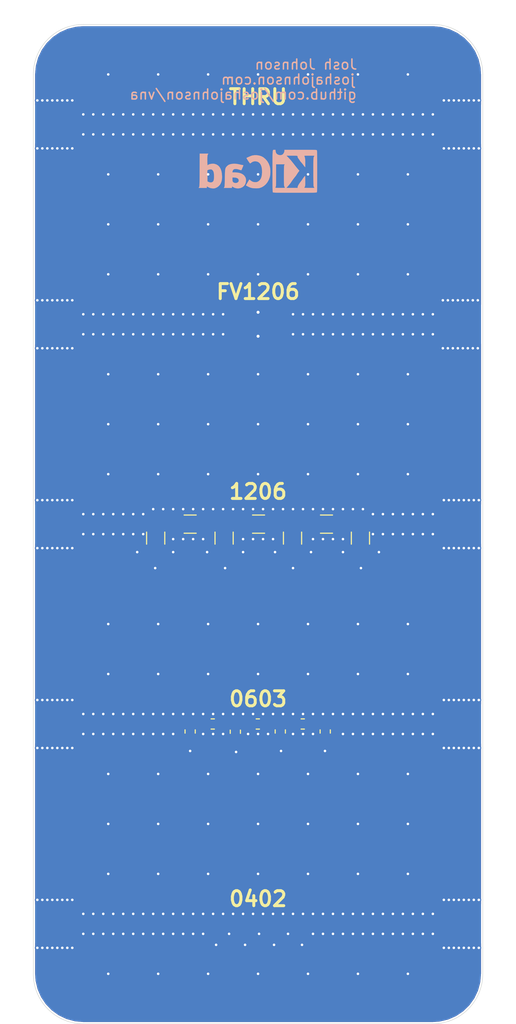
<source format=kicad_pcb>
(kicad_pcb (version 20171130) (host pcbnew "(5.1.2)-1")

  (general
    (thickness 1.6)
    (drawings 13)
    (tracks 633)
    (zones 0)
    (modules 34)
    (nets 17)
  )

  (page A4)
  (layers
    (0 F.Cu signal)
    (31 B.Cu signal)
    (32 B.Adhes user)
    (33 F.Adhes user)
    (34 B.Paste user)
    (35 F.Paste user)
    (36 B.SilkS user)
    (37 F.SilkS user)
    (38 B.Mask user)
    (39 F.Mask user)
    (40 Dwgs.User user)
    (41 Cmts.User user)
    (42 Eco1.User user)
    (43 Eco2.User user)
    (44 Edge.Cuts user)
    (45 Margin user)
    (46 B.CrtYd user)
    (47 F.CrtYd user)
    (48 B.Fab user)
    (49 F.Fab user)
  )

  (setup
    (last_trace_width 0.77)
    (trace_clearance 0.2)
    (zone_clearance 0.15)
    (zone_45_only no)
    (trace_min 0.2)
    (via_size 0.5)
    (via_drill 0.25)
    (via_min_size 0.4)
    (via_min_drill 0.25)
    (uvia_size 0.3)
    (uvia_drill 0.1)
    (uvias_allowed no)
    (uvia_min_size 0.2)
    (uvia_min_drill 0.1)
    (edge_width 0.05)
    (segment_width 0.2)
    (pcb_text_width 0.3)
    (pcb_text_size 1.5 1.5)
    (mod_edge_width 0.12)
    (mod_text_size 1 1)
    (mod_text_width 0.15)
    (pad_size 1.524 1.524)
    (pad_drill 0.762)
    (pad_to_mask_clearance 0.051)
    (solder_mask_min_width 0.25)
    (aux_axis_origin 0 0)
    (visible_elements FFFFFF7F)
    (pcbplotparams
      (layerselection 0x010fc_ffffffff)
      (usegerberextensions false)
      (usegerberattributes false)
      (usegerberadvancedattributes false)
      (creategerberjobfile false)
      (excludeedgelayer true)
      (linewidth 0.100000)
      (plotframeref false)
      (viasonmask false)
      (mode 1)
      (useauxorigin false)
      (hpglpennumber 1)
      (hpglpenspeed 20)
      (hpglpendiameter 15.000000)
      (psnegative false)
      (psa4output false)
      (plotreference true)
      (plotvalue true)
      (plotinvisibletext false)
      (padsonsilk false)
      (subtractmaskfromsilk false)
      (outputformat 1)
      (mirror false)
      (drillshape 1)
      (scaleselection 1)
      (outputdirectory ""))
  )

  (net 0 "")
  (net 1 "Net-(C1-Pad2)")
  (net 2 "Net-(C1-Pad1)")
  (net 3 "Net-(C2-Pad2)")
  (net 4 "Net-(C3-Pad1)")
  (net 5 GND)
  (net 6 "Net-(C11-Pad2)")
  (net 7 "Net-(C12-Pad2)")
  (net 8 "Net-(C10-Pad2)")
  (net 9 "Net-(C10-Pad1)")
  (net 10 "Net-(C15-Pad2)")
  (net 11 "Net-(C15-Pad1)")
  (net 12 "Net-(C16-Pad2)")
  (net 13 "Net-(C17-Pad1)")
  (net 14 "Net-(FL1-Pad3)")
  (net 15 "Net-(FL1-Pad1)")
  (net 16 "Net-(J1-Pad1)")

  (net_class Default "This is the default net class."
    (clearance 0.2)
    (trace_width 0.77)
    (via_dia 0.5)
    (via_drill 0.25)
    (uvia_dia 0.3)
    (uvia_drill 0.1)
    (add_net GND)
    (add_net "Net-(C1-Pad1)")
    (add_net "Net-(C1-Pad2)")
    (add_net "Net-(C10-Pad1)")
    (add_net "Net-(C10-Pad2)")
    (add_net "Net-(C11-Pad2)")
    (add_net "Net-(C12-Pad2)")
    (add_net "Net-(C15-Pad1)")
    (add_net "Net-(C15-Pad2)")
    (add_net "Net-(C16-Pad2)")
    (add_net "Net-(C17-Pad1)")
    (add_net "Net-(C2-Pad2)")
    (add_net "Net-(C3-Pad1)")
    (add_net "Net-(FL1-Pad1)")
    (add_net "Net-(FL1-Pad3)")
    (add_net "Net-(J1-Pad1)")
  )

  (module Symbol:Symbol_KiCAD-Logo_CopperAndSilkScreenTop (layer B.Cu) (tedit 0) (tstamp 5D23A488)
    (at 97.5 84.5 180)
    (descr "Symbol, KiCAD-Logo, Silk & Copper Top,")
    (tags "Symbol, KiCAD-Logo, Silk & Copper Top,")
    (attr virtual)
    (fp_text reference REF** (at 0 0) (layer B.SilkS) hide
      (effects (font (size 1.524 1.524) (thickness 0.3)) (justify mirror))
    )
    (fp_text value "KiCAD Logo" (at 0.75 0) (layer B.SilkS) hide
      (effects (font (size 1.524 1.524) (thickness 0.3)) (justify mirror))
    )
    (fp_poly (pts (xy 5.847464 -0.05715) (xy 5.849006 -0.387052) (xy 5.850566 -0.669981) (xy 5.852261 -0.909761)
      (xy 5.854208 -1.110219) (xy 5.856523 -1.275181) (xy 5.859322 -1.408472) (xy 5.862724 -1.513918)
      (xy 5.866844 -1.595345) (xy 5.871799 -1.65658) (xy 5.877707 -1.701447) (xy 5.884683 -1.733774)
      (xy 5.892845 -1.757385) (xy 5.899802 -1.77165) (xy 5.944904 -1.8542) (xy 5.1308 -1.8542)
      (xy 5.1308 -1.778) (xy 5.127441 -1.724452) (xy 5.119351 -1.701804) (xy 5.119227 -1.7018)
      (xy 5.093109 -1.714784) (xy 5.040726 -1.747537) (xy 5.013903 -1.765421) (xy 4.881603 -1.832647)
      (xy 4.721937 -1.879589) (xy 4.553022 -1.903338) (xy 4.392977 -1.900984) (xy 4.2926 -1.881247)
      (xy 4.108538 -1.799939) (xy 3.94341 -1.6782) (xy 3.808517 -1.52551) (xy 3.747155 -1.423694)
      (xy 3.679731 -1.266029) (xy 3.635855 -1.099951) (xy 3.612714 -0.911403) (xy 3.607241 -0.724913)
      (xy 3.608002 -0.7112) (xy 4.408136 -0.7112) (xy 4.412634 -0.886895) (xy 4.426249 -1.020414)
      (xy 4.451477 -1.119949) (xy 4.490812 -1.193691) (xy 4.546751 -1.249831) (xy 4.579016 -1.27217)
      (xy 4.685421 -1.310164) (xy 4.811144 -1.307176) (xy 4.946203 -1.263728) (xy 4.970499 -1.251773)
      (xy 5.0673 -1.201557) (xy 5.074142 -0.652487) (xy 5.080985 -0.103416) (xy 5.013891 -0.059454)
      (xy 4.95036 -0.032707) (xy 4.860668 -0.012044) (xy 4.802633 -0.005065) (xy 4.714255 -0.00197)
      (xy 4.655291 -0.012095) (xy 4.604985 -0.040683) (xy 4.578927 -0.061568) (xy 4.511583 -0.135167)
      (xy 4.462664 -0.230737) (xy 4.430341 -0.355234) (xy 4.412787 -0.515611) (xy 4.408136 -0.7112)
      (xy 3.608002 -0.7112) (xy 3.623675 -0.428965) (xy 3.671542 -0.169134) (xy 3.750171 0.053491)
      (xy 3.858889 0.23782) (xy 3.997025 0.382763) (xy 4.163906 0.487232) (xy 4.35886 0.550136)
      (xy 4.39817 0.557165) (xy 4.513703 0.565425) (xy 4.641063 0.558571) (xy 4.767661 0.539148)
      (xy 4.880912 0.509701) (xy 4.968228 0.472775) (xy 5.016262 0.432185) (xy 5.037127 0.407718)
      (xy 5.05317 0.412808) (xy 5.064925 0.451343) (xy 5.072924 0.527212) (xy 5.077702 0.644299)
      (xy 5.079793 0.806494) (xy 5.08 0.89633) (xy 5.079477 1.070427) (xy 5.077469 1.201783)
      (xy 5.073311 1.29845) (xy 5.066343 1.368481) (xy 5.055901 1.419927) (xy 5.041322 1.460842)
      (xy 5.031938 1.48053) (xy 4.983876 1.5748) (xy 5.840228 1.5748) (xy 5.847464 -0.05715)) (layer B.SilkS) (width 0.01))
    (fp_poly (pts (xy 2.62762 0.547641) (xy 2.803576 0.507736) (xy 2.922513 0.463105) (xy 3.015098 0.407222)
      (xy 3.097779 0.33364) (xy 3.150917 0.278812) (xy 3.194396 0.227171) (xy 3.229291 0.173008)
      (xy 3.256676 0.110613) (xy 3.277624 0.034277) (xy 3.293209 -0.06171) (xy 3.304504 -0.183058)
      (xy 3.312585 -0.335475) (xy 3.318523 -0.52467) (xy 3.323394 -0.756355) (xy 3.325549 -0.877477)
      (xy 3.329807 -1.109434) (xy 3.33393 -1.296051) (xy 3.338276 -1.442785) (xy 3.343203 -1.555095)
      (xy 3.349068 -1.638437) (xy 3.356231 -1.698269) (xy 3.365049 -1.740049) (xy 3.37588 -1.769234)
      (xy 3.385135 -1.785527) (xy 3.430171 -1.8542) (xy 2.619418 -1.8542) (xy 2.6035 -1.700698)
      (xy 2.504102 -1.768483) (xy 2.347946 -1.847254) (xy 2.167092 -1.893178) (xy 1.977295 -1.904137)
      (xy 1.794309 -1.878011) (xy 1.760834 -1.868436) (xy 1.574429 -1.786112) (xy 1.42352 -1.668585)
      (xy 1.310652 -1.519321) (xy 1.238375 -1.341786) (xy 1.209235 -1.139443) (xy 1.208788 -1.1176)
      (xy 1.209452 -1.088545) (xy 1.937707 -1.088545) (xy 1.941963 -1.177884) (xy 1.95209 -1.208502)
      (xy 2.014779 -1.289089) (xy 2.109723 -1.343481) (xy 2.223327 -1.367352) (xy 2.341996 -1.356378)
      (xy 2.379596 -1.344508) (xy 2.466783 -1.302968) (xy 2.522424 -1.250366) (xy 2.552894 -1.17528)
      (xy 2.564566 -1.066289) (xy 2.5654 -1.011572) (xy 2.5654 -0.8128) (xy 2.399484 -0.8128)
      (xy 2.235747 -0.827824) (xy 2.097128 -0.870733) (xy 2.001676 -0.931555) (xy 1.959069 -0.998298)
      (xy 1.937707 -1.088545) (xy 1.209452 -1.088545) (xy 1.211403 -1.003273) (xy 1.225051 -0.915974)
      (xy 1.25455 -0.832311) (xy 1.277882 -0.782215) (xy 1.382223 -0.625636) (xy 1.526604 -0.499758)
      (xy 1.710369 -0.404878) (xy 1.932862 -0.341291) (xy 2.193426 -0.309295) (xy 2.333794 -0.305241)
      (xy 2.572088 -0.3048) (xy 2.558196 -0.201228) (xy 2.522262 -0.08796) (xy 2.450344 -0.009507)
      (xy 2.343724 0.033837) (xy 2.203687 0.041777) (xy 2.031516 0.01402) (xy 1.854509 -0.040144)
      (xy 1.770051 -0.067413) (xy 1.705058 -0.082373) (xy 1.673195 -0.081908) (xy 1.672862 -0.081589)
      (xy 1.655276 -0.049872) (xy 1.62518 0.016088) (xy 1.587902 0.103255) (xy 1.548773 0.198596)
      (xy 1.513122 0.289075) (xy 1.48628 0.36166) (xy 1.473575 0.403315) (xy 1.4732 0.406698)
      (xy 1.49499 0.425383) (xy 1.538447 0.4318) (xy 1.590031 0.437963) (xy 1.67685 0.454576)
      (xy 1.785103 0.478825) (xy 1.862297 0.497827) (xy 2.128096 0.54864) (xy 2.386776 0.565282)
      (xy 2.62762 0.547641)) (layer B.SilkS) (width 0.01))
    (fp_poly (pts (xy 0.544676 1.393659) (xy 0.585911 1.383857) (xy 0.656879 1.361171) (xy 0.752173 1.325037)
      (xy 0.859521 1.280813) (xy 0.966653 1.233853) (xy 1.061298 1.189513) (xy 1.131185 1.153149)
      (xy 1.162064 1.132402) (xy 1.152374 1.109418) (xy 1.120036 1.054492) (xy 1.071464 0.977349)
      (xy 1.013074 0.887712) (xy 0.951281 0.795305) (xy 0.892502 0.709849) (xy 0.843152 0.64107)
      (xy 0.810677 0.599841) (xy 0.782236 0.602376) (xy 0.730081 0.632665) (xy 0.686407 0.666688)
      (xy 0.541298 0.758774) (xy 0.376487 0.804441) (xy 0.218098 0.805716) (xy 0.047398 0.765098)
      (xy -0.096741 0.681873) (xy -0.213755 0.557075) (xy -0.303081 0.39174) (xy -0.364157 0.186903)
      (xy -0.396419 -0.056401) (xy -0.399574 -0.3302) (xy -0.378133 -0.577826) (xy -0.333016 -0.783741)
      (xy -0.26237 -0.952105) (xy -0.164343 -1.08708) (xy -0.037083 -1.192826) (xy -0.007421 -1.211151)
      (xy 0.069773 -1.251415) (xy 0.141238 -1.272876) (xy 0.229027 -1.280676) (xy 0.2921 -1.281009)
      (xy 0.451817 -1.265354) (xy 0.590547 -1.217392) (xy 0.724625 -1.130613) (xy 0.774846 -1.088663)
      (xy 0.829092 -1.044162) (xy 0.865414 -1.020225) (xy 0.873055 -1.018969) (xy 0.895216 -1.052288)
      (xy 0.934498 -1.116333) (xy 0.98523 -1.201348) (xy 1.041743 -1.297575) (xy 1.098366 -1.395257)
      (xy 1.149431 -1.484636) (xy 1.189265 -1.555956) (xy 1.212201 -1.59946) (xy 1.215453 -1.60818)
      (xy 1.190218 -1.621554) (xy 1.132344 -1.652253) (xy 1.054062 -1.693786) (xy 1.049457 -1.69623)
      (xy 0.887147 -1.776612) (xy 0.744212 -1.831928) (xy 0.602272 -1.866986) (xy 0.442947 -1.886593)
      (xy 0.2921 -1.89434) (xy 0.099285 -1.895569) (xy -0.05275 -1.886113) (xy -0.143564 -1.870565)
      (xy -0.375799 -1.785718) (xy -0.588841 -1.656718) (xy -0.778634 -1.487906) (xy -0.941122 -1.283623)
      (xy -1.072248 -1.048209) (xy -1.167956 -0.786005) (xy -1.172452 -0.769632) (xy -1.20875 -0.583026)
      (xy -1.227655 -0.36892) (xy -1.229177 -0.145257) (xy -1.213331 0.070018) (xy -1.180128 0.25896)
      (xy -1.171703 0.290956) (xy -1.069939 0.564565) (xy -0.927268 0.810532) (xy -0.746196 1.025347)
      (xy -0.52923 1.205505) (xy -0.508 1.219918) (xy -0.330356 1.312496) (xy -0.122302 1.378252)
      (xy 0.102198 1.415093) (xy 0.329178 1.420927) (xy 0.544676 1.393659)) (layer B.SilkS) (width 0.01))
    (fp_poly (pts (xy -2.044059 2.27404) (xy -1.926455 2.207605) (xy -1.832977 2.104955) (xy -1.789188 2.018876)
      (xy -1.758578 1.880386) (xy -1.767679 1.742409) (xy -1.815027 1.620916) (xy -1.827412 1.60215)
      (xy -1.917851 1.514592) (xy -2.036729 1.454447) (xy -2.169667 1.424582) (xy -2.302287 1.427866)
      (xy -2.42021 1.467168) (xy -2.440994 1.479756) (xy -2.523263 1.558606) (xy -2.591086 1.66723)
      (xy -2.633253 1.784705) (xy -2.6416 1.854201) (xy -2.622326 1.963425) (xy -2.57181 2.07789)
      (xy -2.501018 2.176842) (xy -2.445358 2.225705) (xy -2.313139 2.286124) (xy -2.176163 2.301224)
      (xy -2.044059 2.27404)) (layer B.Mask) (width 0.01))
    (fp_poly (pts (xy -1.8034 -0.592045) (xy -1.803179 -0.863528) (xy -1.802417 -1.088618) (xy -1.800974 -1.271721)
      (xy -1.798706 -1.41724) (xy -1.795469 -1.529583) (xy -1.791122 -1.613155) (xy -1.78552 -1.672359)
      (xy -1.778522 -1.711603) (xy -1.769984 -1.735292) (xy -1.766108 -1.741395) (xy -1.739822 -1.778943)
      (xy -1.729109 -1.807085) (xy -1.73929 -1.827174) (xy -1.775688 -1.840563) (xy -1.843624 -1.848605)
      (xy -1.948422 -1.852653) (xy -2.095402 -1.85406) (xy -2.2098 -1.8542) (xy -2.360082 -1.853515)
      (xy -2.491273 -1.851608) (xy -2.595573 -1.848702) (xy -2.665181 -1.845017) (xy -2.692295 -1.840776)
      (xy -2.6924 -1.840488) (xy -2.681845 -1.811454) (xy -2.655274 -1.754509) (xy -2.6416 -1.7272)
      (xy -2.628734 -1.69976) (xy -2.618241 -1.669394) (xy -2.60988 -1.63092) (xy -2.603409 -1.579155)
      (xy -2.598589 -1.508918) (xy -2.595178 -1.415027) (xy -2.592935 -1.292301) (xy -2.591619 -1.135559)
      (xy -2.59099 -0.939617) (xy -2.590805 -0.699296) (xy -2.5908 -0.63475) (xy -2.591053 -0.377269)
      (xy -2.591929 -0.165749) (xy -2.593604 0.004649) (xy -2.596252 0.138762) (xy -2.60005 0.241429)
      (xy -2.605173 0.317487) (xy -2.611797 0.371774) (xy -2.620097 0.409128) (xy -2.629553 0.433062)
      (xy -2.668305 0.508) (xy -1.8034 0.508) (xy -1.8034 -0.592045)) (layer B.Mask) (width 0.01))
    (fp_poly (pts (xy -3.386253 1.3716) (xy -2.840941 1.3716) (xy -3.039721 1.170213) (xy -3.369429 0.807309)
      (xy -3.583849 0.533185) (xy -3.662297 0.4296) (xy -3.756856 0.309471) (xy -3.85695 0.185798)
      (xy -3.952002 0.071581) (xy -4.031434 -0.020181) (xy -4.056532 -0.04776) (xy -4.137964 -0.135212)
      (xy -4.068006 -0.226356) (xy -3.932564 -0.415604) (xy -3.845022 -0.55505) (xy -3.790152 -0.637286)
      (xy -3.728876 -0.716612) (xy -3.723727 -0.722607) (xy -3.654778 -0.805581) (xy -3.574253 -0.908137)
      (xy -3.491058 -1.018288) (xy -3.414098 -1.124047) (xy -3.352281 -1.213425) (xy -3.316624 -1.270547)
      (xy -3.281543 -1.323596) (xy -3.223014 -1.402062) (xy -3.15118 -1.493252) (xy -3.076185 -1.584472)
      (xy -3.008172 -1.663032) (xy -2.9718 -1.70202) (xy -2.947911 -1.728081) (xy -2.905637 -1.775406)
      (xy -2.897523 -1.78457) (xy -2.835945 -1.8542) (xy -3.9624 -1.8542) (xy -3.9624 -1.775923)
      (xy -3.979163 -1.699395) (xy -4.026393 -1.594149) (xy -4.099507 -1.468239) (xy -4.193919 -1.329716)
      (xy -4.281458 -1.215533) (xy -4.352732 -1.123313) (xy -4.418053 -1.032269) (xy -4.465223 -0.959535)
      (xy -4.471329 -0.948833) (xy -4.511371 -0.882434) (xy -4.546658 -0.834284) (xy -4.555301 -0.8255)
      (xy -4.589862 -0.786816) (xy -4.630085 -0.73025) (xy -4.667774 -0.682093) (xy -4.698285 -0.660487)
      (xy -4.699586 -0.6604) (xy -4.708462 -0.685091) (xy -4.715582 -0.756381) (xy -4.720736 -0.870092)
      (xy -4.723717 -1.022044) (xy -4.7244 -1.156961) (xy -4.723716 -1.336263) (xy -4.721305 -1.47227)
      (xy -4.716625 -1.572475) (xy -4.709137 -1.644369) (xy -4.698302 -1.695443) (xy -4.683579 -1.733188)
      (xy -4.682756 -1.734811) (xy -4.647283 -1.794491) (xy -4.615777 -1.832618) (xy -4.612906 -1.834761)
      (xy -4.628403 -1.840323) (xy -4.687753 -1.845262) (xy -4.784014 -1.849312) (xy -4.910241 -1.852207)
      (xy -5.059489 -1.853682) (xy -5.111206 -1.853811) (xy -5.637711 -1.8542) (xy -5.608032 -1.78435)
      (xy -5.579859 -1.725758) (xy -5.557776 -1.69037) (xy -5.553943 -1.661142) (xy -5.550343 -1.585781)
      (xy -5.547041 -1.468951) (xy -5.544104 -1.315317) (xy -5.541601 -1.129546) (xy -5.539596 -0.916302)
      (xy -5.538158 -0.680251) (xy -5.537353 -0.426059) (xy -5.537201 -0.25429) (xy -5.537259 0.049689)
      (xy -5.53753 0.307088) (xy -5.538154 0.522126) (xy -5.539274 0.699022) (xy -5.541031 0.841996)
      (xy -5.543567 0.955267) (xy -5.547024 1.043055) (xy -5.551543 1.109579) (xy -5.557267 1.159059)
      (xy -5.564338 1.195714) (xy -5.572896 1.223763) (xy -5.583084 1.247426) (xy -5.588001 1.257301)
      (xy -5.618756 1.319131) (xy -5.63681 1.35834) (xy -5.638801 1.364271) (xy -5.614665 1.366493)
      (xy -5.547312 1.368444) (xy -5.444328 1.370016) (xy -5.313294 1.371099) (xy -5.161795 1.371585)
      (xy -5.128083 1.3716) (xy -4.95494 1.371336) (xy -4.826371 1.370169) (xy -4.736154 1.367536)
      (xy -4.678063 1.362877) (xy -4.645876 1.355628) (xy -4.633368 1.345228) (xy -4.634314 1.331115)
      (xy -4.635836 1.32715) (xy -4.669195 1.238327) (xy -4.693261 1.149819) (xy -4.70942 1.050859)
      (xy -4.719058 0.930679) (xy -4.72356 0.778512) (xy -4.7244 0.638912) (xy -4.724401 0.219096)
      (xy -4.648201 0.2921) (xy -4.600587 0.342443) (xy -4.574006 0.379722) (xy -4.572 0.386517)
      (xy -4.556863 0.41245) (xy -4.517372 0.465872) (xy -4.462412 0.535855) (xy -4.400868 0.611471)
      (xy -4.341623 0.681791) (xy -4.293561 0.735886) (xy -4.266761 0.762) (xy -4.244439 0.789266)
      (xy -4.206064 0.84537) (xy -4.178198 0.889) (xy -4.119995 0.976702) (xy -4.057049 1.063302)
      (xy -4.034701 1.091638) (xy -3.989987 1.158264) (xy -3.964592 1.219357) (xy -3.9624 1.23561)
      (xy -3.961878 1.279323) (xy -3.956209 1.312498) (xy -3.939238 1.336588) (xy -3.904811 1.353045)
      (xy -3.846774 1.363323) (xy -3.758972 1.368873) (xy -3.63525 1.371149) (xy -3.469455 1.371604)
      (xy -3.386253 1.3716)) (layer B.Mask) (width 0.01))
    (fp_poly (pts (xy -1.548637 1.957301) (xy -1.526845 1.950024) (xy -1.508414 1.93358) (xy -1.493065 1.904803)
      (xy -1.480519 1.860526) (xy -1.470495 1.797582) (xy -1.462717 1.712806) (xy -1.456904 1.603029)
      (xy -1.452777 1.465086) (xy -1.450057 1.295809) (xy -1.448465 1.092032) (xy -1.447723 0.850589)
      (xy -1.44755 0.568313) (xy -1.447668 0.242036) (xy -1.447797 -0.131407) (xy -1.4478 -0.1905)
      (xy -1.447878 -0.565884) (xy -1.448151 -0.893711) (xy -1.448682 -1.177221) (xy -1.449531 -1.419658)
      (xy -1.45076 -1.624261) (xy -1.452431 -1.794274) (xy -1.454605 -1.932939) (xy -1.457343 -2.043496)
      (xy -1.460708 -2.129188) (xy -1.464759 -2.193257) (xy -1.469559 -2.238944) (xy -1.475169 -2.269492)
      (xy -1.481651 -2.288141) (xy -1.487715 -2.296885) (xy -1.498791 -2.303992) (xy -1.518999 -2.310213)
      (xy -1.55151 -2.315606) (xy -1.599497 -2.320229) (xy -1.666133 -2.32414) (xy -1.75459 -2.327396)
      (xy -1.86804 -2.330056) (xy -2.009656 -2.332175) (xy -2.18261 -2.333813) (xy -2.390076 -2.335028)
      (xy -2.635224 -2.335876) (xy -2.921229 -2.336415) (xy -3.251261 -2.336703) (xy -3.628495 -2.336798)
      (xy -3.683001 -2.3368) (xy -4.066824 -2.336726) (xy -4.40302 -2.336467) (xy -4.694761 -2.335965)
      (xy -4.945219 -2.335162) (xy -5.157568 -2.334) (xy -5.334979 -2.332422) (xy -5.480625 -2.330371)
      (xy -5.597678 -2.327787) (xy -5.689312 -2.324615) (xy -5.758697 -2.320795) (xy -5.809008 -2.316271)
      (xy -5.843416 -2.310985) (xy -5.865093 -2.304879) (xy -5.877213 -2.297895) (xy -5.878286 -2.296885)
      (xy -5.885535 -2.285627) (xy -5.891862 -2.265152) (xy -5.897328 -2.232219) (xy -5.901994 -2.183586)
      (xy -5.905922 -2.116011) (xy -5.909174 -2.026252) (xy -5.91181 -1.911068) (xy -5.913893 -1.767217)
      (xy -5.915483 -1.591456) (xy -5.916642 -1.380544) (xy -5.917432 -1.131239) (xy -5.917914 -0.8403)
      (xy -5.918149 -0.504484) (xy -5.9182 -0.1905) (xy -5.918123 0.184885) (xy -5.91785 0.512712)
      (xy -5.917319 0.796222) (xy -5.91647 1.038659) (xy -5.915241 1.243262) (xy -5.914052 1.364271)
      (xy -5.638801 1.364271) (xy -5.628363 1.339362) (xy -5.602056 1.285156) (xy -5.588001 1.257301)
      (xy -5.577068 1.234226) (xy -5.567826 1.20858) (xy -5.560133 1.176141) (xy -5.553848 1.132692)
      (xy -5.548828 1.074012) (xy -5.544932 0.995883) (xy -5.542017 0.894083) (xy -5.539943 0.764395)
      (xy -5.538566 0.602599) (xy -5.537746 0.404475) (xy -5.537341 0.165803) (xy -5.537209 -0.117635)
      (xy -5.537201 -0.25429) (xy -5.537561 -0.517726) (xy -5.538598 -0.766037) (xy -5.540244 -0.994556)
      (xy -5.542432 -1.198618) (xy -5.545097 -1.373558) (xy -5.54817 -1.514711) (xy -5.551585 -1.61741)
      (xy -5.555276 -1.676991) (xy -5.557776 -1.69037) (xy -5.5822 -1.730136) (xy -5.608032 -1.78435)
      (xy -5.637711 -1.8542) (xy -5.111206 -1.853811) (xy -4.956033 -1.852849) (xy -4.82165 -1.850381)
      (xy -4.715001 -1.846674) (xy -4.64303 -1.841992) (xy -4.612681 -1.8366) (xy -4.612906 -1.834761)
      (xy -4.642855 -1.800826) (xy -4.678668 -1.742626) (xy -4.682756 -1.734811) (xy -4.697682 -1.697521)
      (xy -4.708693 -1.647267) (xy -4.716331 -1.576556) (xy -4.721134 -1.477898) (xy -4.723644 -1.3438)
      (xy -4.724399 -1.166772) (xy -4.7244 -1.156961) (xy -4.723167 -0.979347) (xy -4.719604 -0.836876)
      (xy -4.713922 -0.733727) (xy -4.706328 -0.674078) (xy -4.699586 -0.6604) (xy -4.670086 -0.67977)
      (xy -4.632359 -0.726744) (xy -4.630085 -0.73025) (xy -4.589507 -0.787268) (xy -4.555301 -0.8255)
      (xy -4.524853 -0.862632) (xy -4.484917 -0.924966) (xy -4.471329 -0.948833) (xy -4.42918 -1.01593)
      (xy -4.366473 -1.10472) (xy -4.295408 -1.198064) (xy -4.281458 -1.215533) (xy -4.173339 -1.358344)
      (xy -4.082862 -1.494967) (xy -4.014611 -1.617349) (xy -3.973169 -1.71744) (xy -3.9624 -1.775923)
      (xy -3.9624 -1.8542) (xy -2.835945 -1.8542) (xy -2.848071 -1.840488) (xy -2.6924 -1.840488)
      (xy -2.668301 -1.844757) (xy -2.601204 -1.848485) (xy -2.498911 -1.851448) (xy -2.369222 -1.853426)
      (xy -2.219939 -1.854196) (xy -2.2098 -1.8542) (xy -2.033033 -1.853408) (xy -1.901899 -1.850806)
      (xy -1.811253 -1.846056) (xy -1.75595 -1.838818) (xy -1.730844 -1.828752) (xy -1.728008 -1.82245)
      (xy -1.742962 -1.778554) (xy -1.766108 -1.741395) (xy -1.775302 -1.722692) (xy -1.782898 -1.690195)
      (xy -1.789041 -1.639498) (xy -1.793873 -1.566196) (xy -1.797536 -1.465883) (xy -1.800174 -1.334154)
      (xy -1.80193 -1.166604) (xy -1.802947 -0.958827) (xy -1.803367 -0.706418) (xy -1.8034 -0.592045)
      (xy -1.8034 0.508) (xy -2.668305 0.508) (xy -2.629553 0.433062) (xy -2.619522 0.407185)
      (xy -2.611333 0.368908) (xy -2.604808 0.313393) (xy -2.599774 0.235803) (xy -2.596053 0.1313)
      (xy -2.593471 -0.004954) (xy -2.591852 -0.177797) (xy -2.591021 -0.392067) (xy -2.5908 -0.63475)
      (xy -2.590914 -0.88644) (xy -2.591415 -1.092511) (xy -2.592545 -1.258147) (xy -2.594545 -1.388527)
      (xy -2.597655 -1.488835) (xy -2.602117 -1.564251) (xy -2.608171 -1.619957) (xy -2.616059 -1.661135)
      (xy -2.626021 -1.692967) (xy -2.638299 -1.720635) (xy -2.6416 -1.7272) (xy -2.67251 -1.790636)
      (xy -2.69052 -1.83311) (xy -2.6924 -1.840488) (xy -2.848071 -1.840488) (xy -2.897523 -1.78457)
      (xy -2.941445 -1.735266) (xy -2.969627 -1.70429) (xy -2.9718 -1.70202) (xy -3.029555 -1.638905)
      (xy -3.101037 -1.554689) (xy -3.176103 -1.462065) (xy -3.244609 -1.373725) (xy -3.296412 -1.302361)
      (xy -3.316624 -1.270547) (xy -3.356845 -1.206584) (xy -3.420338 -1.115299) (xy -3.498196 -1.00868)
      (xy -3.581513 -0.898715) (xy -3.661383 -0.79739) (xy -3.723727 -0.722607) (xy -3.784171 -0.645548)
      (xy -3.840841 -0.561943) (xy -3.845022 -0.55505) (xy -3.972363 -0.356936) (xy -4.068006 -0.226356)
      (xy -4.137964 -0.135212) (xy -4.056532 -0.04776) (xy -3.98634 0.031339) (xy -3.896285 0.138108)
      (xy -3.796943 0.259549) (xy -3.698893 0.382661) (xy -3.612711 0.494445) (xy -3.583849 0.533185)
      (xy -3.279059 0.913108) (xy -3.039721 1.170213) (xy -2.840941 1.3716) (xy -3.386253 1.3716)
      (xy -3.57145 1.371477) (xy -3.712002 1.370139) (xy -3.814063 1.366133) (xy -3.883788 1.358007)
      (xy -3.927331 1.344309) (xy -3.950847 1.323584) (xy -3.960489 1.294382) (xy -3.962414 1.255249)
      (xy -3.9624 1.23561) (xy -3.977988 1.182158) (xy -4.017059 1.114879) (xy -4.034701 1.091638)
      (xy -4.093348 1.014332) (xy -4.15611 0.923414) (xy -4.178198 0.889) (xy -4.221448 0.822236)
      (xy -4.255088 0.775069) (xy -4.266761 0.762) (xy -4.296555 0.732661) (xy -4.345755 0.676982)
      (xy -4.405478 0.605892) (xy -4.466838 0.530319) (xy -4.520953 0.461192) (xy -4.558937 0.409439)
      (xy -4.572 0.386517) (xy -4.588818 0.357026) (xy -4.630854 0.309283) (xy -4.648201 0.2921)
      (xy -4.724401 0.219096) (xy -4.7244 0.638912) (xy -4.722807 0.821698) (xy -4.717105 0.964524)
      (xy -4.705907 1.07816) (xy -4.687828 1.173371) (xy -4.661482 1.260925) (xy -4.635836 1.32715)
      (xy -4.632606 1.342229) (xy -4.641351 1.353462) (xy -4.668295 1.361409) (xy -4.719662 1.366633)
      (xy -4.801676 1.369697) (xy -4.920561 1.371162) (xy -5.08254 1.37159) (xy -5.128083 1.3716)
      (xy -5.282917 1.371254) (xy -5.418878 1.370288) (xy -5.528383 1.36881) (xy -5.603849 1.366929)
      (xy -5.637692 1.364755) (xy -5.638801 1.364271) (xy -5.914052 1.364271) (xy -5.91357 1.413275)
      (xy -5.911396 1.55194) (xy -5.908658 1.662497) (xy -5.905293 1.748189) (xy -5.901242 1.812258)
      (xy -5.896442 1.857945) (xy -5.890832 1.888493) (xy -5.88435 1.907142) (xy -5.878286 1.915886)
      (xy -5.865822 1.924066) (xy -5.843563 1.931062) (xy -5.807809 1.936966) (xy -5.754859 1.941867)
      (xy -5.681012 1.945856) (xy -5.582569 1.949022) (xy -5.455827 1.951456) (xy -5.297087 1.953248)
      (xy -5.102647 1.954489) (xy -4.868807 1.955267) (xy -4.591865 1.955674) (xy -4.268122 1.9558)
      (xy -2.6416 1.9558) (xy -2.6416 1.859582) (xy -2.621521 1.743665) (xy -2.568475 1.625)
      (xy -2.493246 1.524009) (xy -2.440994 1.479756) (xy -2.327454 1.43263) (xy -2.1965 1.422364)
      (xy -2.062372 1.446082) (xy -1.93931 1.500911) (xy -1.841552 1.583977) (xy -1.8262 1.603853)
      (xy -1.779194 1.704572) (xy -1.757561 1.820123) (xy -1.74631 1.955801) (xy -1.63697 1.9558)
      (xy -1.60342 1.957023) (xy -1.574069 1.958579) (xy -1.548637 1.957301)) (layer B.SilkS) (width 0.01))
  )

  (module VNA_Footprints:JoshDetails (layer B.Cu) (tedit 5C29628D) (tstamp 5D23A083)
    (at 102.5 75 180)
    (fp_text reference REF** (at 0 5.6) (layer B.Fab)
      (effects (font (size 1 1) (thickness 0.15)) (justify mirror))
    )
    (fp_text value "Josh Details" (at 0 6.6) (layer B.Fab)
      (effects (font (size 1 1) (thickness 0.15)) (justify mirror))
    )
    (fp_text user github.com/joshajohnson/vna (at 6.5 -2) (layer B.SilkS)
      (effects (font (size 1 1) (thickness 0.15)) (justify mirror))
    )
    (fp_text user joshajohnson.com (at 2 -0.5) (layer B.SilkS)
      (effects (font (size 1 1) (thickness 0.15)) (justify mirror))
    )
    (fp_text user "Josh Johnson" (at 0.2 1 180) (layer B.SilkS)
      (effects (font (size 1 1) (thickness 0.15)) (justify mirror))
    )
  )

  (module VNA_Footprints:FV1206 (layer F.Cu) (tedit 5D2317EA) (tstamp 5D23823C)
    (at 97.5 100)
    (path /5D23941E)
    (fp_text reference FL1 (at -0.5 -2.85) (layer F.SilkS) hide
      (effects (font (size 1 1) (thickness 0.15)))
    )
    (fp_text value Filter_LFCN (at 0 2.8) (layer F.Fab)
      (effects (font (size 1 1) (thickness 0.15)))
    )
    (fp_line (start -2.4 -1.8) (end 2.4 -1.8) (layer F.CrtYd) (width 0.15))
    (fp_line (start 2.4 -1.8) (end 2.4 1.8) (layer F.CrtYd) (width 0.15))
    (fp_line (start 2.4 1.8) (end -2.4 1.8) (layer F.CrtYd) (width 0.15))
    (fp_line (start -2.4 1.8) (end -2.4 -1.8) (layer F.CrtYd) (width 0.15))
    (pad 3 smd rect (at 1.625 0) (size 1.04 1.8) (layers F.Cu F.Paste F.Mask)
      (net 14 "Net-(FL1-Pad3)") (zone_connect 2))
    (pad 1 smd rect (at -1.625 0) (size 1.04 1.8) (layers F.Cu F.Paste F.Mask)
      (net 15 "Net-(FL1-Pad1)") (zone_connect 2))
    (pad 2 smd rect (at 0 -0.9225) (size 0.61 1.245) (layers F.Cu F.Paste F.Mask)
      (net 5 GND) (zone_connect 2))
    (pad 4 smd rect (at 0 0.9225) (size 0.61 1.245) (layers F.Cu F.Paste F.Mask)
      (net 5 GND) (zone_connect 2))
    (pad 4 thru_hole circle (at 0 1.2) (size 0.6 0.6) (drill 0.3) (layers *.Cu F.Mask)
      (net 5 GND) (zone_connect 2))
    (pad 2 thru_hole circle (at 0 -1.2) (size 0.6 0.6) (drill 0.3) (layers *.Cu F.Mask)
      (net 5 GND) (zone_connect 2))
    (model "C:/Users/Josh Johnson/Dropbox/ENGN4200/vna/Hardware/Libraries/VNA_3D_Models/FV1206.STEP"
      (offset (xyz -1.6 -0.75 0))
      (scale (xyz 1 1 1))
      (rotate (xyz 0 0 0))
    )
  )

  (module VNA_Footprints:SMA_EDGE_MOUNT (layer F.Cu) (tedit 5D231307) (tstamp 5D23671A)
    (at 117.7 160)
    (descr http://suddendocs.samtec.com/prints/sma-j-p-x-st-em1-mkt.pdf)
    (tags SMA)
    (path /5D238F8F)
    (attr smd)
    (fp_text reference J10 (at -1.5 7) (layer F.Fab)
      (effects (font (size 1 1) (thickness 0.15)))
    )
    (fp_text value SMA (at -0.3 -5) (layer F.Fab)
      (effects (font (size 1 1) (thickness 0.15)))
    )
    (fp_line (start 3.25 0) (end 2.25 0.75) (layer F.Fab) (width 0.1))
    (fp_line (start 2.25 -0.75) (end 3.25 0) (layer F.Fab) (width 0.1))
    (fp_text user %R (at 4.79 0 270) (layer F.Fab)
      (effects (font (size 1 1) (thickness 0.15)))
    )
    (fp_text user "PCB Edge" (at 3 0 90) (layer Dwgs.User)
      (effects (font (size 0.5 0.5) (thickness 0.1)))
    )
    (fp_line (start 2.2 -3.75) (end 2.2 3.75) (layer F.CrtYd) (width 0.15))
    (fp_line (start 2.2 3.75) (end -2.25 3.75) (layer F.CrtYd) (width 0.15))
    (fp_line (start -2.25 3.75) (end -2.25 -3.75) (layer F.CrtYd) (width 0.15))
    (fp_line (start -2.25 -3.75) (end 2.2 -3.75) (layer F.CrtYd) (width 0.15))
    (pad 2 smd rect (at 0 2.825 90) (size 1.35 4.2) (layers B.Cu B.Mask)
      (net 5 GND) (zone_connect 2))
    (pad 2 smd rect (at 0 -2.825 90) (size 1.35 4.2) (layers B.Cu B.Mask)
      (net 5 GND) (zone_connect 2))
    (pad 2 smd rect (at 0 2.825 90) (size 1.35 4.2) (layers F.Cu F.Mask)
      (net 5 GND) (zone_connect 2))
    (pad 2 smd rect (at 0 -2.825 90) (size 1.35 4.2) (layers F.Cu F.Mask)
      (net 5 GND) (zone_connect 2))
    (pad 1 smd rect (at 0.2 0 90) (size 1.27 3.6) (layers F.Cu F.Mask)
      (net 13 "Net-(C17-Pad1)"))
    (model "C:/Users/Josh Johnson/Dropbox/ENGN4200/vna/Hardware/Libraries/VNA_3D_Models/SMA_CONN_EDGE_MOUNT.step"
      (offset (xyz 4 -3.2 3.5))
      (scale (xyz 1 1 1))
      (rotate (xyz -90 -180 -91))
    )
  )

  (module VNA_Footprints:SMA_EDGE_MOUNT (layer F.Cu) (tedit 5D231307) (tstamp 5D2388F6)
    (at 77.425 160 180)
    (descr http://suddendocs.samtec.com/prints/sma-j-p-x-st-em1-mkt.pdf)
    (tags SMA)
    (path /5D238F89)
    (attr smd)
    (fp_text reference J9 (at -1.5 7) (layer F.Fab)
      (effects (font (size 1 1) (thickness 0.15)))
    )
    (fp_text value SMA (at -0.3 -5) (layer F.Fab)
      (effects (font (size 1 1) (thickness 0.15)))
    )
    (fp_line (start 3.25 0) (end 2.25 0.75) (layer F.Fab) (width 0.1))
    (fp_line (start 2.25 -0.75) (end 3.25 0) (layer F.Fab) (width 0.1))
    (fp_text user %R (at 4.79 0 270) (layer F.Fab)
      (effects (font (size 1 1) (thickness 0.15)))
    )
    (fp_text user "PCB Edge" (at 3 0 90) (layer Dwgs.User)
      (effects (font (size 0.5 0.5) (thickness 0.1)))
    )
    (fp_line (start 2.2 -3.75) (end 2.2 3.75) (layer F.CrtYd) (width 0.15))
    (fp_line (start 2.2 3.75) (end -2.25 3.75) (layer F.CrtYd) (width 0.15))
    (fp_line (start -2.25 3.75) (end -2.25 -3.75) (layer F.CrtYd) (width 0.15))
    (fp_line (start -2.25 -3.75) (end 2.2 -3.75) (layer F.CrtYd) (width 0.15))
    (pad 2 smd rect (at 0 2.825 270) (size 1.35 4.2) (layers B.Cu B.Mask)
      (net 5 GND) (zone_connect 2))
    (pad 2 smd rect (at 0 -2.825 270) (size 1.35 4.2) (layers B.Cu B.Mask)
      (net 5 GND) (zone_connect 2))
    (pad 2 smd rect (at 0 2.825 270) (size 1.35 4.2) (layers F.Cu F.Mask)
      (net 5 GND) (zone_connect 2))
    (pad 2 smd rect (at 0 -2.825 270) (size 1.35 4.2) (layers F.Cu F.Mask)
      (net 5 GND) (zone_connect 2))
    (pad 1 smd rect (at 0.2 0 270) (size 1.27 3.6) (layers F.Cu F.Mask)
      (net 10 "Net-(C15-Pad2)"))
    (model "C:/Users/Josh Johnson/Dropbox/ENGN4200/vna/Hardware/Libraries/VNA_3D_Models/SMA_CONN_EDGE_MOUNT.step"
      (offset (xyz 4 -3.2 3.5))
      (scale (xyz 1 1 1))
      (rotate (xyz -90 -180 -91))
    )
  )

  (module VNA_Footprints:SMA_EDGE_MOUNT (layer F.Cu) (tedit 5D231307) (tstamp 5D2366F8)
    (at 117.7 140)
    (descr http://suddendocs.samtec.com/prints/sma-j-p-x-st-em1-mkt.pdf)
    (tags SMA)
    (path /5D2374BA)
    (attr smd)
    (fp_text reference J8 (at -1.5 7) (layer F.Fab)
      (effects (font (size 1 1) (thickness 0.15)))
    )
    (fp_text value SMA (at -0.3 -5) (layer F.Fab)
      (effects (font (size 1 1) (thickness 0.15)))
    )
    (fp_line (start 3.25 0) (end 2.25 0.75) (layer F.Fab) (width 0.1))
    (fp_line (start 2.25 -0.75) (end 3.25 0) (layer F.Fab) (width 0.1))
    (fp_text user %R (at 4.79 0 270) (layer F.Fab)
      (effects (font (size 1 1) (thickness 0.15)))
    )
    (fp_text user "PCB Edge" (at 3 0 90) (layer Dwgs.User)
      (effects (font (size 0.5 0.5) (thickness 0.1)))
    )
    (fp_line (start 2.2 -3.75) (end 2.2 3.75) (layer F.CrtYd) (width 0.15))
    (fp_line (start 2.2 3.75) (end -2.25 3.75) (layer F.CrtYd) (width 0.15))
    (fp_line (start -2.25 3.75) (end -2.25 -3.75) (layer F.CrtYd) (width 0.15))
    (fp_line (start -2.25 -3.75) (end 2.2 -3.75) (layer F.CrtYd) (width 0.15))
    (pad 2 smd rect (at 0 2.825 90) (size 1.35 4.2) (layers B.Cu B.Mask)
      (net 5 GND) (zone_connect 2))
    (pad 2 smd rect (at 0 -2.825 90) (size 1.35 4.2) (layers B.Cu B.Mask)
      (net 5 GND) (zone_connect 2))
    (pad 2 smd rect (at 0 2.825 90) (size 1.35 4.2) (layers F.Cu F.Mask)
      (net 5 GND) (zone_connect 2))
    (pad 2 smd rect (at 0 -2.825 90) (size 1.35 4.2) (layers F.Cu F.Mask)
      (net 5 GND) (zone_connect 2))
    (pad 1 smd rect (at 0.2 0 90) (size 1.27 3.6) (layers F.Cu F.Mask)
      (net 9 "Net-(C10-Pad1)"))
    (model "C:/Users/Josh Johnson/Dropbox/ENGN4200/vna/Hardware/Libraries/VNA_3D_Models/SMA_CONN_EDGE_MOUNT.step"
      (offset (xyz 4 -3.2 3.5))
      (scale (xyz 1 1 1))
      (rotate (xyz -90 -180 -91))
    )
  )

  (module VNA_Footprints:SMA_EDGE_MOUNT (layer F.Cu) (tedit 5D231307) (tstamp 5D2384FC)
    (at 77.3 140 180)
    (descr http://suddendocs.samtec.com/prints/sma-j-p-x-st-em1-mkt.pdf)
    (tags SMA)
    (path /5D2374B4)
    (attr smd)
    (fp_text reference J7 (at -1.5 7) (layer F.Fab)
      (effects (font (size 1 1) (thickness 0.15)))
    )
    (fp_text value SMA (at -0.3 -5) (layer F.Fab)
      (effects (font (size 1 1) (thickness 0.15)))
    )
    (fp_line (start -2.25 -3.75) (end 2.2 -3.75) (layer F.CrtYd) (width 0.15))
    (fp_line (start -2.25 3.75) (end -2.25 -3.75) (layer F.CrtYd) (width 0.15))
    (fp_line (start 2.2 3.75) (end -2.25 3.75) (layer F.CrtYd) (width 0.15))
    (fp_line (start 2.2 -3.75) (end 2.2 3.75) (layer F.CrtYd) (width 0.15))
    (fp_text user "PCB Edge" (at 3 0 90) (layer Dwgs.User)
      (effects (font (size 0.5 0.5) (thickness 0.1)))
    )
    (fp_text user %R (at 4.79 0 270) (layer F.Fab)
      (effects (font (size 1 1) (thickness 0.15)))
    )
    (fp_line (start 2.25 -0.75) (end 3.25 0) (layer F.Fab) (width 0.1))
    (fp_line (start 3.25 0) (end 2.25 0.75) (layer F.Fab) (width 0.1))
    (pad 1 smd rect (at 0.2 0 270) (size 1.27 3.6) (layers F.Cu F.Mask)
      (net 6 "Net-(C11-Pad2)"))
    (pad 2 smd rect (at 0 -2.825 270) (size 1.35 4.2) (layers F.Cu F.Mask)
      (net 5 GND) (zone_connect 2))
    (pad 2 smd rect (at 0 2.825 270) (size 1.35 4.2) (layers F.Cu F.Mask)
      (net 5 GND) (zone_connect 2))
    (pad 2 smd rect (at 0 -2.825 270) (size 1.35 4.2) (layers B.Cu B.Mask)
      (net 5 GND) (zone_connect 2))
    (pad 2 smd rect (at 0 2.825 270) (size 1.35 4.2) (layers B.Cu B.Mask)
      (net 5 GND) (zone_connect 2))
    (model "C:/Users/Josh Johnson/Dropbox/ENGN4200/vna/Hardware/Libraries/VNA_3D_Models/SMA_CONN_EDGE_MOUNT.step"
      (offset (xyz 4 -3.2 3.5))
      (scale (xyz 1 1 1))
      (rotate (xyz -90 -180 -91))
    )
  )

  (module VNA_Footprints:SMA_EDGE_MOUNT (layer F.Cu) (tedit 5D231307) (tstamp 5D238057)
    (at 117.7 120)
    (descr http://suddendocs.samtec.com/prints/sma-j-p-x-st-em1-mkt.pdf)
    (tags SMA)
    (path /5D235B20)
    (attr smd)
    (fp_text reference J6 (at -1.5 7) (layer F.Fab)
      (effects (font (size 1 1) (thickness 0.15)))
    )
    (fp_text value SMA (at -0.3 -5) (layer F.Fab)
      (effects (font (size 1 1) (thickness 0.15)))
    )
    (fp_line (start 3.25 0) (end 2.25 0.75) (layer F.Fab) (width 0.1))
    (fp_line (start 2.25 -0.75) (end 3.25 0) (layer F.Fab) (width 0.1))
    (fp_text user %R (at 4.79 0 270) (layer F.Fab)
      (effects (font (size 1 1) (thickness 0.15)))
    )
    (fp_text user "PCB Edge" (at 3 0 90) (layer Dwgs.User)
      (effects (font (size 0.5 0.5) (thickness 0.1)))
    )
    (fp_line (start 2.2 -3.75) (end 2.2 3.75) (layer F.CrtYd) (width 0.15))
    (fp_line (start 2.2 3.75) (end -2.25 3.75) (layer F.CrtYd) (width 0.15))
    (fp_line (start -2.25 3.75) (end -2.25 -3.75) (layer F.CrtYd) (width 0.15))
    (fp_line (start -2.25 -3.75) (end 2.2 -3.75) (layer F.CrtYd) (width 0.15))
    (pad 2 smd rect (at 0 2.825 90) (size 1.35 4.2) (layers B.Cu B.Mask)
      (net 5 GND) (zone_connect 2))
    (pad 2 smd rect (at 0 -2.825 90) (size 1.35 4.2) (layers B.Cu B.Mask)
      (net 5 GND) (zone_connect 2))
    (pad 2 smd rect (at 0 2.825 90) (size 1.35 4.2) (layers F.Cu F.Mask)
      (net 5 GND) (zone_connect 2))
    (pad 2 smd rect (at 0 -2.825 90) (size 1.35 4.2) (layers F.Cu F.Mask)
      (net 5 GND) (zone_connect 2))
    (pad 1 smd rect (at 0.2 0 90) (size 1.27 3.6) (layers F.Cu F.Mask)
      (net 4 "Net-(C3-Pad1)"))
    (model "C:/Users/Josh Johnson/Dropbox/ENGN4200/vna/Hardware/Libraries/VNA_3D_Models/SMA_CONN_EDGE_MOUNT.step"
      (offset (xyz 4 -3.2 3.5))
      (scale (xyz 1 1 1))
      (rotate (xyz -90 -180 -91))
    )
  )

  (module VNA_Footprints:SMA_EDGE_MOUNT (layer F.Cu) (tedit 5D231307) (tstamp 5D2380DA)
    (at 77.3 120 180)
    (descr http://suddendocs.samtec.com/prints/sma-j-p-x-st-em1-mkt.pdf)
    (tags SMA)
    (path /5D235B1A)
    (attr smd)
    (fp_text reference J5 (at -1.5 7) (layer F.Fab)
      (effects (font (size 1 1) (thickness 0.15)))
    )
    (fp_text value SMA (at -0.3 -5) (layer F.Fab)
      (effects (font (size 1 1) (thickness 0.15)))
    )
    (fp_line (start -2.25 -3.75) (end 2.2 -3.75) (layer F.CrtYd) (width 0.15))
    (fp_line (start -2.25 3.75) (end -2.25 -3.75) (layer F.CrtYd) (width 0.15))
    (fp_line (start 2.2 3.75) (end -2.25 3.75) (layer F.CrtYd) (width 0.15))
    (fp_line (start 2.2 -3.75) (end 2.2 3.75) (layer F.CrtYd) (width 0.15))
    (fp_text user "PCB Edge" (at 3 0 90) (layer Dwgs.User)
      (effects (font (size 0.5 0.5) (thickness 0.1)))
    )
    (fp_text user %R (at 4.79 0 270) (layer F.Fab)
      (effects (font (size 1 1) (thickness 0.15)))
    )
    (fp_line (start 2.25 -0.75) (end 3.25 0) (layer F.Fab) (width 0.1))
    (fp_line (start 3.25 0) (end 2.25 0.75) (layer F.Fab) (width 0.1))
    (pad 1 smd rect (at 0.2 0 270) (size 1.27 3.6) (layers F.Cu F.Mask)
      (net 1 "Net-(C1-Pad2)"))
    (pad 2 smd rect (at 0 -2.825 270) (size 1.35 4.2) (layers F.Cu F.Mask)
      (net 5 GND) (zone_connect 2))
    (pad 2 smd rect (at 0 2.825 270) (size 1.35 4.2) (layers F.Cu F.Mask)
      (net 5 GND) (zone_connect 2))
    (pad 2 smd rect (at 0 -2.825 270) (size 1.35 4.2) (layers B.Cu B.Mask)
      (net 5 GND) (zone_connect 2))
    (pad 2 smd rect (at 0 2.825 270) (size 1.35 4.2) (layers B.Cu B.Mask)
      (net 5 GND) (zone_connect 2))
    (model "C:/Users/Josh Johnson/Dropbox/ENGN4200/vna/Hardware/Libraries/VNA_3D_Models/SMA_CONN_EDGE_MOUNT.step"
      (offset (xyz 4 -3.2 3.5))
      (scale (xyz 1 1 1))
      (rotate (xyz -90 -180 -91))
    )
  )

  (module VNA_Footprints:SMA_EDGE_MOUNT (layer F.Cu) (tedit 5D231307) (tstamp 5D238277)
    (at 117.7 100)
    (descr http://suddendocs.samtec.com/prints/sma-j-p-x-st-em1-mkt.pdf)
    (tags SMA)
    (path /5D234830)
    (attr smd)
    (fp_text reference J4 (at -1.5 7) (layer F.Fab)
      (effects (font (size 1 1) (thickness 0.15)))
    )
    (fp_text value SMA (at -0.3 -5) (layer F.Fab)
      (effects (font (size 1 1) (thickness 0.15)))
    )
    (fp_line (start 3.25 0) (end 2.25 0.75) (layer F.Fab) (width 0.1))
    (fp_line (start 2.25 -0.75) (end 3.25 0) (layer F.Fab) (width 0.1))
    (fp_text user %R (at 4.79 0 270) (layer F.Fab)
      (effects (font (size 1 1) (thickness 0.15)))
    )
    (fp_text user "PCB Edge" (at 3 0 90) (layer Dwgs.User)
      (effects (font (size 0.5 0.5) (thickness 0.1)))
    )
    (fp_line (start 2.2 -3.75) (end 2.2 3.75) (layer F.CrtYd) (width 0.15))
    (fp_line (start 2.2 3.75) (end -2.25 3.75) (layer F.CrtYd) (width 0.15))
    (fp_line (start -2.25 3.75) (end -2.25 -3.75) (layer F.CrtYd) (width 0.15))
    (fp_line (start -2.25 -3.75) (end 2.2 -3.75) (layer F.CrtYd) (width 0.15))
    (pad 2 smd rect (at 0 2.825 90) (size 1.35 4.2) (layers B.Cu B.Mask)
      (net 5 GND) (zone_connect 2))
    (pad 2 smd rect (at 0 -2.825 90) (size 1.35 4.2) (layers B.Cu B.Mask)
      (net 5 GND) (zone_connect 2))
    (pad 2 smd rect (at 0 2.825 90) (size 1.35 4.2) (layers F.Cu F.Mask)
      (net 5 GND) (zone_connect 2))
    (pad 2 smd rect (at 0 -2.825 90) (size 1.35 4.2) (layers F.Cu F.Mask)
      (net 5 GND) (zone_connect 2))
    (pad 1 smd rect (at 0.2 0 90) (size 1.27 3.6) (layers F.Cu F.Mask)
      (net 14 "Net-(FL1-Pad3)"))
    (model "C:/Users/Josh Johnson/Dropbox/ENGN4200/vna/Hardware/Libraries/VNA_3D_Models/SMA_CONN_EDGE_MOUNT.step"
      (offset (xyz 4 -3.2 3.5))
      (scale (xyz 1 1 1))
      (rotate (xyz -90 -180 -91))
    )
  )

  (module VNA_Footprints:SMA_EDGE_MOUNT (layer F.Cu) (tedit 5D231307) (tstamp 5D2382F9)
    (at 77.3 100 180)
    (descr http://suddendocs.samtec.com/prints/sma-j-p-x-st-em1-mkt.pdf)
    (tags SMA)
    (path /5D23482A)
    (attr smd)
    (fp_text reference J3 (at -1.5 7) (layer F.Fab)
      (effects (font (size 1 1) (thickness 0.15)))
    )
    (fp_text value SMA (at -0.3 -5) (layer F.Fab)
      (effects (font (size 1 1) (thickness 0.15)))
    )
    (fp_line (start -2.25 -3.75) (end 2.2 -3.75) (layer F.CrtYd) (width 0.15))
    (fp_line (start -2.25 3.75) (end -2.25 -3.75) (layer F.CrtYd) (width 0.15))
    (fp_line (start 2.2 3.75) (end -2.25 3.75) (layer F.CrtYd) (width 0.15))
    (fp_line (start 2.2 -3.75) (end 2.2 3.75) (layer F.CrtYd) (width 0.15))
    (fp_text user "PCB Edge" (at 3 0 90) (layer Dwgs.User)
      (effects (font (size 0.5 0.5) (thickness 0.1)))
    )
    (fp_text user %R (at 4.79 0 270) (layer F.Fab)
      (effects (font (size 1 1) (thickness 0.15)))
    )
    (fp_line (start 2.25 -0.75) (end 3.25 0) (layer F.Fab) (width 0.1))
    (fp_line (start 3.25 0) (end 2.25 0.75) (layer F.Fab) (width 0.1))
    (pad 1 smd rect (at 0.2 0 270) (size 1.27 3.6) (layers F.Cu F.Mask)
      (net 15 "Net-(FL1-Pad1)"))
    (pad 2 smd rect (at 0 -2.825 270) (size 1.35 4.2) (layers F.Cu F.Mask)
      (net 5 GND) (zone_connect 2))
    (pad 2 smd rect (at 0 2.825 270) (size 1.35 4.2) (layers F.Cu F.Mask)
      (net 5 GND) (zone_connect 2))
    (pad 2 smd rect (at 0 -2.825 270) (size 1.35 4.2) (layers B.Cu B.Mask)
      (net 5 GND) (zone_connect 2))
    (pad 2 smd rect (at 0 2.825 270) (size 1.35 4.2) (layers B.Cu B.Mask)
      (net 5 GND) (zone_connect 2))
    (model "C:/Users/Josh Johnson/Dropbox/ENGN4200/vna/Hardware/Libraries/VNA_3D_Models/SMA_CONN_EDGE_MOUNT.step"
      (offset (xyz 4 -3.2 3.5))
      (scale (xyz 1 1 1))
      (rotate (xyz -90 -180 -91))
    )
  )

  (module VNA_Footprints:SMA_EDGE_MOUNT (layer F.Cu) (tedit 5D231307) (tstamp 5D2379F9)
    (at 117.7 80)
    (descr http://suddendocs.samtec.com/prints/sma-j-p-x-st-em1-mkt.pdf)
    (tags SMA)
    (path /5D231982)
    (attr smd)
    (fp_text reference J2 (at -1.5 7) (layer F.Fab)
      (effects (font (size 1 1) (thickness 0.15)))
    )
    (fp_text value SMA (at -0.3 -5) (layer F.Fab)
      (effects (font (size 1 1) (thickness 0.15)))
    )
    (fp_line (start 3.25 0) (end 2.25 0.75) (layer F.Fab) (width 0.1))
    (fp_line (start 2.25 -0.75) (end 3.25 0) (layer F.Fab) (width 0.1))
    (fp_text user %R (at 4.79 0 270) (layer F.Fab)
      (effects (font (size 1 1) (thickness 0.15)))
    )
    (fp_text user "PCB Edge" (at 3 0 90) (layer Dwgs.User)
      (effects (font (size 0.5 0.5) (thickness 0.1)))
    )
    (fp_line (start 2.2 -3.75) (end 2.2 3.75) (layer F.CrtYd) (width 0.15))
    (fp_line (start 2.2 3.75) (end -2.25 3.75) (layer F.CrtYd) (width 0.15))
    (fp_line (start -2.25 3.75) (end -2.25 -3.75) (layer F.CrtYd) (width 0.15))
    (fp_line (start -2.25 -3.75) (end 2.2 -3.75) (layer F.CrtYd) (width 0.15))
    (pad 2 smd rect (at 0 2.825 90) (size 1.35 4.2) (layers B.Cu B.Mask)
      (net 5 GND) (zone_connect 2))
    (pad 2 smd rect (at 0 -2.825 90) (size 1.35 4.2) (layers B.Cu B.Mask)
      (net 5 GND) (zone_connect 2))
    (pad 2 smd rect (at 0 2.825 90) (size 1.35 4.2) (layers F.Cu F.Mask)
      (net 5 GND) (zone_connect 2))
    (pad 2 smd rect (at 0 -2.825 90) (size 1.35 4.2) (layers F.Cu F.Mask)
      (net 5 GND) (zone_connect 2))
    (pad 1 smd rect (at 0.2 0 90) (size 1.27 3.6) (layers F.Cu F.Mask)
      (net 16 "Net-(J1-Pad1)"))
    (model "C:/Users/Josh Johnson/Dropbox/ENGN4200/vna/Hardware/Libraries/VNA_3D_Models/SMA_CONN_EDGE_MOUNT.step"
      (offset (xyz 4 -3.2 3.5))
      (scale (xyz 1 1 1))
      (rotate (xyz -90 -180 -91))
    )
  )

  (module VNA_Footprints:SMA_EDGE_MOUNT (layer F.Cu) (tedit 5D231307) (tstamp 5D239875)
    (at 77.3 80 180)
    (descr http://suddendocs.samtec.com/prints/sma-j-p-x-st-em1-mkt.pdf)
    (tags SMA)
    (path /5D230F00)
    (attr smd)
    (fp_text reference J1 (at -1.5 7) (layer F.Fab)
      (effects (font (size 1 1) (thickness 0.15)))
    )
    (fp_text value SMA (at -0.3 -5) (layer F.Fab)
      (effects (font (size 1 1) (thickness 0.15)))
    )
    (fp_line (start 3.25 0) (end 2.25 0.75) (layer F.Fab) (width 0.1))
    (fp_line (start 2.25 -0.75) (end 3.25 0) (layer F.Fab) (width 0.1))
    (fp_text user %R (at 4.79 0 270) (layer F.Fab)
      (effects (font (size 1 1) (thickness 0.15)))
    )
    (fp_text user "PCB Edge" (at 3 0 90) (layer Dwgs.User)
      (effects (font (size 0.5 0.5) (thickness 0.1)))
    )
    (fp_line (start 2.2 -3.75) (end 2.2 3.75) (layer F.CrtYd) (width 0.15))
    (fp_line (start 2.2 3.75) (end -2.25 3.75) (layer F.CrtYd) (width 0.15))
    (fp_line (start -2.25 3.75) (end -2.25 -3.75) (layer F.CrtYd) (width 0.15))
    (fp_line (start -2.25 -3.75) (end 2.2 -3.75) (layer F.CrtYd) (width 0.15))
    (pad 2 smd rect (at 0 2.825 270) (size 1.35 4.2) (layers B.Cu B.Mask)
      (net 5 GND) (zone_connect 2))
    (pad 2 smd rect (at 0 -2.825 270) (size 1.35 4.2) (layers B.Cu B.Mask)
      (net 5 GND) (zone_connect 2))
    (pad 2 smd rect (at 0 2.825 270) (size 1.35 4.2) (layers F.Cu F.Mask)
      (net 5 GND) (zone_connect 2))
    (pad 2 smd rect (at 0 -2.825 270) (size 1.35 4.2) (layers F.Cu F.Mask)
      (net 5 GND) (zone_connect 2))
    (pad 1 smd rect (at 0.2 0 270) (size 1.27 3.6) (layers F.Cu F.Mask)
      (net 16 "Net-(J1-Pad1)"))
    (model "C:/Users/Josh Johnson/Dropbox/ENGN4200/vna/Hardware/Libraries/VNA_3D_Models/SMA_CONN_EDGE_MOUNT.step"
      (offset (xyz 4 -3.2 3.5))
      (scale (xyz 1 1 1))
      (rotate (xyz -90 -180 -91))
    )
  )

  (module Capacitor_SMD:C_0402_1005Metric (layer F.Cu) (tedit 5B301BBE) (tstamp 5D236662)
    (at 101.95 160.485 90)
    (descr "Capacitor SMD 0402 (1005 Metric), square (rectangular) end terminal, IPC_7351 nominal, (Body size source: http://www.tortai-tech.com/upload/download/2011102023233369053.pdf), generated with kicad-footprint-generator")
    (tags capacitor)
    (path /5D265BE9)
    (attr smd)
    (fp_text reference C21 (at 0 -1.17 90) (layer F.SilkS) hide
      (effects (font (size 1 1) (thickness 0.15)))
    )
    (fp_text value C (at 0 1.17 90) (layer F.Fab)
      (effects (font (size 1 1) (thickness 0.15)))
    )
    (fp_text user %R (at 0 0 90) (layer F.Fab)
      (effects (font (size 0.25 0.25) (thickness 0.04)))
    )
    (fp_line (start 0.93 0.47) (end -0.93 0.47) (layer F.CrtYd) (width 0.05))
    (fp_line (start 0.93 -0.47) (end 0.93 0.47) (layer F.CrtYd) (width 0.05))
    (fp_line (start -0.93 -0.47) (end 0.93 -0.47) (layer F.CrtYd) (width 0.05))
    (fp_line (start -0.93 0.47) (end -0.93 -0.47) (layer F.CrtYd) (width 0.05))
    (fp_line (start 0.5 0.25) (end -0.5 0.25) (layer F.Fab) (width 0.1))
    (fp_line (start 0.5 -0.25) (end 0.5 0.25) (layer F.Fab) (width 0.1))
    (fp_line (start -0.5 -0.25) (end 0.5 -0.25) (layer F.Fab) (width 0.1))
    (fp_line (start -0.5 0.25) (end -0.5 -0.25) (layer F.Fab) (width 0.1))
    (pad 2 smd roundrect (at 0.485 0 90) (size 0.59 0.64) (layers F.Cu F.Paste F.Mask) (roundrect_rratio 0.25)
      (net 13 "Net-(C17-Pad1)"))
    (pad 1 smd roundrect (at -0.485 0 90) (size 0.59 0.64) (layers F.Cu F.Paste F.Mask) (roundrect_rratio 0.25)
      (net 5 GND))
    (model ${KISYS3DMOD}/Capacitor_SMD.3dshapes/C_0402_1005Metric.wrl
      (at (xyz 0 0 0))
      (scale (xyz 1 1 1))
      (rotate (xyz 0 0 0))
    )
  )

  (module Capacitor_SMD:C_0402_1005Metric (layer F.Cu) (tedit 5B301BBE) (tstamp 5D237393)
    (at 99.05 160.475 270)
    (descr "Capacitor SMD 0402 (1005 Metric), square (rectangular) end terminal, IPC_7351 nominal, (Body size source: http://www.tortai-tech.com/upload/download/2011102023233369053.pdf), generated with kicad-footprint-generator")
    (tags capacitor)
    (path /5D265BDD)
    (attr smd)
    (fp_text reference C20 (at 0 -1.17 90) (layer F.SilkS) hide
      (effects (font (size 1 1) (thickness 0.15)))
    )
    (fp_text value C (at 0 1.17 90) (layer F.Fab)
      (effects (font (size 1 1) (thickness 0.15)))
    )
    (fp_text user %R (at 0 0 90) (layer F.Fab)
      (effects (font (size 0.25 0.25) (thickness 0.04)))
    )
    (fp_line (start 0.93 0.47) (end -0.93 0.47) (layer F.CrtYd) (width 0.05))
    (fp_line (start 0.93 -0.47) (end 0.93 0.47) (layer F.CrtYd) (width 0.05))
    (fp_line (start -0.93 -0.47) (end 0.93 -0.47) (layer F.CrtYd) (width 0.05))
    (fp_line (start -0.93 0.47) (end -0.93 -0.47) (layer F.CrtYd) (width 0.05))
    (fp_line (start 0.5 0.25) (end -0.5 0.25) (layer F.Fab) (width 0.1))
    (fp_line (start 0.5 -0.25) (end 0.5 0.25) (layer F.Fab) (width 0.1))
    (fp_line (start -0.5 -0.25) (end 0.5 -0.25) (layer F.Fab) (width 0.1))
    (fp_line (start -0.5 0.25) (end -0.5 -0.25) (layer F.Fab) (width 0.1))
    (pad 2 smd roundrect (at 0.485 0 270) (size 0.59 0.64) (layers F.Cu F.Paste F.Mask) (roundrect_rratio 0.25)
      (net 5 GND))
    (pad 1 smd roundrect (at -0.485 0 270) (size 0.59 0.64) (layers F.Cu F.Paste F.Mask) (roundrect_rratio 0.25)
      (net 12 "Net-(C16-Pad2)"))
    (model ${KISYS3DMOD}/Capacitor_SMD.3dshapes/C_0402_1005Metric.wrl
      (at (xyz 0 0 0))
      (scale (xyz 1 1 1))
      (rotate (xyz 0 0 0))
    )
  )

  (module Capacitor_SMD:C_0402_1005Metric (layer F.Cu) (tedit 5B301BBE) (tstamp 5D236644)
    (at 96.15 160.475 90)
    (descr "Capacitor SMD 0402 (1005 Metric), square (rectangular) end terminal, IPC_7351 nominal, (Body size source: http://www.tortai-tech.com/upload/download/2011102023233369053.pdf), generated with kicad-footprint-generator")
    (tags capacitor)
    (path /5D265BD1)
    (attr smd)
    (fp_text reference C19 (at 0 -1.17 90) (layer F.SilkS) hide
      (effects (font (size 1 1) (thickness 0.15)))
    )
    (fp_text value C (at 0 1.17 90) (layer F.Fab)
      (effects (font (size 1 1) (thickness 0.15)))
    )
    (fp_text user %R (at 0 0 90) (layer F.Fab)
      (effects (font (size 0.25 0.25) (thickness 0.04)))
    )
    (fp_line (start 0.93 0.47) (end -0.93 0.47) (layer F.CrtYd) (width 0.05))
    (fp_line (start 0.93 -0.47) (end 0.93 0.47) (layer F.CrtYd) (width 0.05))
    (fp_line (start -0.93 -0.47) (end 0.93 -0.47) (layer F.CrtYd) (width 0.05))
    (fp_line (start -0.93 0.47) (end -0.93 -0.47) (layer F.CrtYd) (width 0.05))
    (fp_line (start 0.5 0.25) (end -0.5 0.25) (layer F.Fab) (width 0.1))
    (fp_line (start 0.5 -0.25) (end 0.5 0.25) (layer F.Fab) (width 0.1))
    (fp_line (start -0.5 -0.25) (end 0.5 -0.25) (layer F.Fab) (width 0.1))
    (fp_line (start -0.5 0.25) (end -0.5 -0.25) (layer F.Fab) (width 0.1))
    (pad 2 smd roundrect (at 0.485 0 90) (size 0.59 0.64) (layers F.Cu F.Paste F.Mask) (roundrect_rratio 0.25)
      (net 11 "Net-(C15-Pad1)"))
    (pad 1 smd roundrect (at -0.485 0 90) (size 0.59 0.64) (layers F.Cu F.Paste F.Mask) (roundrect_rratio 0.25)
      (net 5 GND))
    (model ${KISYS3DMOD}/Capacitor_SMD.3dshapes/C_0402_1005Metric.wrl
      (at (xyz 0 0 0))
      (scale (xyz 1 1 1))
      (rotate (xyz 0 0 0))
    )
  )

  (module Capacitor_SMD:C_0402_1005Metric (layer F.Cu) (tedit 5B301BBE) (tstamp 5D236635)
    (at 93.25 160.475 90)
    (descr "Capacitor SMD 0402 (1005 Metric), square (rectangular) end terminal, IPC_7351 nominal, (Body size source: http://www.tortai-tech.com/upload/download/2011102023233369053.pdf), generated with kicad-footprint-generator")
    (tags capacitor)
    (path /5D271C76)
    (attr smd)
    (fp_text reference C18 (at 0 -1.17 90) (layer F.SilkS) hide
      (effects (font (size 1 1) (thickness 0.15)))
    )
    (fp_text value C (at 0 1.17 90) (layer F.Fab)
      (effects (font (size 1 1) (thickness 0.15)))
    )
    (fp_text user %R (at 0 0 90) (layer F.Fab)
      (effects (font (size 0.25 0.25) (thickness 0.04)))
    )
    (fp_line (start 0.93 0.47) (end -0.93 0.47) (layer F.CrtYd) (width 0.05))
    (fp_line (start 0.93 -0.47) (end 0.93 0.47) (layer F.CrtYd) (width 0.05))
    (fp_line (start -0.93 -0.47) (end 0.93 -0.47) (layer F.CrtYd) (width 0.05))
    (fp_line (start -0.93 0.47) (end -0.93 -0.47) (layer F.CrtYd) (width 0.05))
    (fp_line (start 0.5 0.25) (end -0.5 0.25) (layer F.Fab) (width 0.1))
    (fp_line (start 0.5 -0.25) (end 0.5 0.25) (layer F.Fab) (width 0.1))
    (fp_line (start -0.5 -0.25) (end 0.5 -0.25) (layer F.Fab) (width 0.1))
    (fp_line (start -0.5 0.25) (end -0.5 -0.25) (layer F.Fab) (width 0.1))
    (pad 2 smd roundrect (at 0.485 0 90) (size 0.59 0.64) (layers F.Cu F.Paste F.Mask) (roundrect_rratio 0.25)
      (net 10 "Net-(C15-Pad2)"))
    (pad 1 smd roundrect (at -0.485 0 90) (size 0.59 0.64) (layers F.Cu F.Paste F.Mask) (roundrect_rratio 0.25)
      (net 5 GND))
    (model ${KISYS3DMOD}/Capacitor_SMD.3dshapes/C_0402_1005Metric.wrl
      (at (xyz 0 0 0))
      (scale (xyz 1 1 1))
      (rotate (xyz 0 0 0))
    )
  )

  (module Capacitor_SMD:C_0402_1005Metric (layer F.Cu) (tedit 5B301BBE) (tstamp 5D236626)
    (at 100.5 160 180)
    (descr "Capacitor SMD 0402 (1005 Metric), square (rectangular) end terminal, IPC_7351 nominal, (Body size source: http://www.tortai-tech.com/upload/download/2011102023233369053.pdf), generated with kicad-footprint-generator")
    (tags capacitor)
    (path /5D265BE3)
    (attr smd)
    (fp_text reference C17 (at 0 -1.17) (layer F.SilkS) hide
      (effects (font (size 1 1) (thickness 0.15)))
    )
    (fp_text value C (at 0 1.17) (layer F.Fab)
      (effects (font (size 1 1) (thickness 0.15)))
    )
    (fp_text user %R (at 0 0) (layer F.Fab)
      (effects (font (size 0.25 0.25) (thickness 0.04)))
    )
    (fp_line (start 0.93 0.47) (end -0.93 0.47) (layer F.CrtYd) (width 0.05))
    (fp_line (start 0.93 -0.47) (end 0.93 0.47) (layer F.CrtYd) (width 0.05))
    (fp_line (start -0.93 -0.47) (end 0.93 -0.47) (layer F.CrtYd) (width 0.05))
    (fp_line (start -0.93 0.47) (end -0.93 -0.47) (layer F.CrtYd) (width 0.05))
    (fp_line (start 0.5 0.25) (end -0.5 0.25) (layer F.Fab) (width 0.1))
    (fp_line (start 0.5 -0.25) (end 0.5 0.25) (layer F.Fab) (width 0.1))
    (fp_line (start -0.5 -0.25) (end 0.5 -0.25) (layer F.Fab) (width 0.1))
    (fp_line (start -0.5 0.25) (end -0.5 -0.25) (layer F.Fab) (width 0.1))
    (pad 2 smd roundrect (at 0.485 0 180) (size 0.59 0.64) (layers F.Cu F.Paste F.Mask) (roundrect_rratio 0.25)
      (net 12 "Net-(C16-Pad2)"))
    (pad 1 smd roundrect (at -0.485 0 180) (size 0.59 0.64) (layers F.Cu F.Paste F.Mask) (roundrect_rratio 0.25)
      (net 13 "Net-(C17-Pad1)"))
    (model ${KISYS3DMOD}/Capacitor_SMD.3dshapes/C_0402_1005Metric.wrl
      (at (xyz 0 0 0))
      (scale (xyz 1 1 1))
      (rotate (xyz 0 0 0))
    )
  )

  (module Capacitor_SMD:C_0402_1005Metric (layer F.Cu) (tedit 5B301BBE) (tstamp 5D236617)
    (at 97.6 160)
    (descr "Capacitor SMD 0402 (1005 Metric), square (rectangular) end terminal, IPC_7351 nominal, (Body size source: http://www.tortai-tech.com/upload/download/2011102023233369053.pdf), generated with kicad-footprint-generator")
    (tags capacitor)
    (path /5D265BD7)
    (attr smd)
    (fp_text reference C16 (at 0 -1.17) (layer F.SilkS) hide
      (effects (font (size 1 1) (thickness 0.15)))
    )
    (fp_text value C (at 0 1.17) (layer F.Fab)
      (effects (font (size 1 1) (thickness 0.15)))
    )
    (fp_text user %R (at 0 0) (layer F.Fab)
      (effects (font (size 0.25 0.25) (thickness 0.04)))
    )
    (fp_line (start 0.93 0.47) (end -0.93 0.47) (layer F.CrtYd) (width 0.05))
    (fp_line (start 0.93 -0.47) (end 0.93 0.47) (layer F.CrtYd) (width 0.05))
    (fp_line (start -0.93 -0.47) (end 0.93 -0.47) (layer F.CrtYd) (width 0.05))
    (fp_line (start -0.93 0.47) (end -0.93 -0.47) (layer F.CrtYd) (width 0.05))
    (fp_line (start 0.5 0.25) (end -0.5 0.25) (layer F.Fab) (width 0.1))
    (fp_line (start 0.5 -0.25) (end 0.5 0.25) (layer F.Fab) (width 0.1))
    (fp_line (start -0.5 -0.25) (end 0.5 -0.25) (layer F.Fab) (width 0.1))
    (fp_line (start -0.5 0.25) (end -0.5 -0.25) (layer F.Fab) (width 0.1))
    (pad 2 smd roundrect (at 0.485 0) (size 0.59 0.64) (layers F.Cu F.Paste F.Mask) (roundrect_rratio 0.25)
      (net 12 "Net-(C16-Pad2)"))
    (pad 1 smd roundrect (at -0.485 0) (size 0.59 0.64) (layers F.Cu F.Paste F.Mask) (roundrect_rratio 0.25)
      (net 11 "Net-(C15-Pad1)"))
    (model ${KISYS3DMOD}/Capacitor_SMD.3dshapes/C_0402_1005Metric.wrl
      (at (xyz 0 0 0))
      (scale (xyz 1 1 1))
      (rotate (xyz 0 0 0))
    )
  )

  (module Capacitor_SMD:C_0402_1005Metric (layer F.Cu) (tedit 5B301BBE) (tstamp 5D236608)
    (at 94.7 160 180)
    (descr "Capacitor SMD 0402 (1005 Metric), square (rectangular) end terminal, IPC_7351 nominal, (Body size source: http://www.tortai-tech.com/upload/download/2011102023233369053.pdf), generated with kicad-footprint-generator")
    (tags capacitor)
    (path /5D265BCB)
    (attr smd)
    (fp_text reference C15 (at 0 -1.17) (layer F.SilkS) hide
      (effects (font (size 1 1) (thickness 0.15)))
    )
    (fp_text value C (at 0 1.17) (layer F.Fab)
      (effects (font (size 1 1) (thickness 0.15)))
    )
    (fp_text user %R (at 0 0) (layer F.Fab)
      (effects (font (size 0.25 0.25) (thickness 0.04)))
    )
    (fp_line (start 0.93 0.47) (end -0.93 0.47) (layer F.CrtYd) (width 0.05))
    (fp_line (start 0.93 -0.47) (end 0.93 0.47) (layer F.CrtYd) (width 0.05))
    (fp_line (start -0.93 -0.47) (end 0.93 -0.47) (layer F.CrtYd) (width 0.05))
    (fp_line (start -0.93 0.47) (end -0.93 -0.47) (layer F.CrtYd) (width 0.05))
    (fp_line (start 0.5 0.25) (end -0.5 0.25) (layer F.Fab) (width 0.1))
    (fp_line (start 0.5 -0.25) (end 0.5 0.25) (layer F.Fab) (width 0.1))
    (fp_line (start -0.5 -0.25) (end 0.5 -0.25) (layer F.Fab) (width 0.1))
    (fp_line (start -0.5 0.25) (end -0.5 -0.25) (layer F.Fab) (width 0.1))
    (pad 2 smd roundrect (at 0.485 0 180) (size 0.59 0.64) (layers F.Cu F.Paste F.Mask) (roundrect_rratio 0.25)
      (net 10 "Net-(C15-Pad2)"))
    (pad 1 smd roundrect (at -0.485 0 180) (size 0.59 0.64) (layers F.Cu F.Paste F.Mask) (roundrect_rratio 0.25)
      (net 11 "Net-(C15-Pad1)"))
    (model ${KISYS3DMOD}/Capacitor_SMD.3dshapes/C_0402_1005Metric.wrl
      (at (xyz 0 0 0))
      (scale (xyz 1 1 1))
      (rotate (xyz 0 0 0))
    )
  )

  (module Capacitor_SMD:C_0603_1608Metric (layer F.Cu) (tedit 5B301BBE) (tstamp 5D2365F9)
    (at 104.225 140.75 90)
    (descr "Capacitor SMD 0603 (1608 Metric), square (rectangular) end terminal, IPC_7351 nominal, (Body size source: http://www.tortai-tech.com/upload/download/2011102023233369053.pdf), generated with kicad-footprint-generator")
    (tags capacitor)
    (path /5D25B464)
    (attr smd)
    (fp_text reference C14 (at 0 -1.43 90) (layer F.SilkS) hide
      (effects (font (size 1 1) (thickness 0.15)))
    )
    (fp_text value C (at 0 1.43 90) (layer F.Fab)
      (effects (font (size 1 1) (thickness 0.15)))
    )
    (fp_text user %R (at 0 0 90) (layer F.Fab)
      (effects (font (size 0.4 0.4) (thickness 0.06)))
    )
    (fp_line (start 1.48 0.73) (end -1.48 0.73) (layer F.CrtYd) (width 0.05))
    (fp_line (start 1.48 -0.73) (end 1.48 0.73) (layer F.CrtYd) (width 0.05))
    (fp_line (start -1.48 -0.73) (end 1.48 -0.73) (layer F.CrtYd) (width 0.05))
    (fp_line (start -1.48 0.73) (end -1.48 -0.73) (layer F.CrtYd) (width 0.05))
    (fp_line (start -0.162779 0.51) (end 0.162779 0.51) (layer F.SilkS) (width 0.12))
    (fp_line (start -0.162779 -0.51) (end 0.162779 -0.51) (layer F.SilkS) (width 0.12))
    (fp_line (start 0.8 0.4) (end -0.8 0.4) (layer F.Fab) (width 0.1))
    (fp_line (start 0.8 -0.4) (end 0.8 0.4) (layer F.Fab) (width 0.1))
    (fp_line (start -0.8 -0.4) (end 0.8 -0.4) (layer F.Fab) (width 0.1))
    (fp_line (start -0.8 0.4) (end -0.8 -0.4) (layer F.Fab) (width 0.1))
    (pad 2 smd roundrect (at 0.7875 0 90) (size 0.875 0.95) (layers F.Cu F.Paste F.Mask) (roundrect_rratio 0.25)
      (net 9 "Net-(C10-Pad1)"))
    (pad 1 smd roundrect (at -0.7875 0 90) (size 0.875 0.95) (layers F.Cu F.Paste F.Mask) (roundrect_rratio 0.25)
      (net 5 GND))
    (model ${KISYS3DMOD}/Capacitor_SMD.3dshapes/C_0603_1608Metric.wrl
      (at (xyz 0 0 0))
      (scale (xyz 1 1 1))
      (rotate (xyz 0 0 0))
    )
  )

  (module Capacitor_SMD:C_0603_1608Metric (layer F.Cu) (tedit 5B301BBE) (tstamp 5D2365E8)
    (at 99.725 140.75 270)
    (descr "Capacitor SMD 0603 (1608 Metric), square (rectangular) end terminal, IPC_7351 nominal, (Body size source: http://www.tortai-tech.com/upload/download/2011102023233369053.pdf), generated with kicad-footprint-generator")
    (tags capacitor)
    (path /5D25B458)
    (attr smd)
    (fp_text reference C13 (at 0 -1.43 90) (layer F.SilkS) hide
      (effects (font (size 1 1) (thickness 0.15)))
    )
    (fp_text value C (at 0 1.43 90) (layer F.Fab)
      (effects (font (size 1 1) (thickness 0.15)))
    )
    (fp_text user %R (at 0 0 90) (layer F.Fab)
      (effects (font (size 0.4 0.4) (thickness 0.06)))
    )
    (fp_line (start 1.48 0.73) (end -1.48 0.73) (layer F.CrtYd) (width 0.05))
    (fp_line (start 1.48 -0.73) (end 1.48 0.73) (layer F.CrtYd) (width 0.05))
    (fp_line (start -1.48 -0.73) (end 1.48 -0.73) (layer F.CrtYd) (width 0.05))
    (fp_line (start -1.48 0.73) (end -1.48 -0.73) (layer F.CrtYd) (width 0.05))
    (fp_line (start -0.162779 0.51) (end 0.162779 0.51) (layer F.SilkS) (width 0.12))
    (fp_line (start -0.162779 -0.51) (end 0.162779 -0.51) (layer F.SilkS) (width 0.12))
    (fp_line (start 0.8 0.4) (end -0.8 0.4) (layer F.Fab) (width 0.1))
    (fp_line (start 0.8 -0.4) (end 0.8 0.4) (layer F.Fab) (width 0.1))
    (fp_line (start -0.8 -0.4) (end 0.8 -0.4) (layer F.Fab) (width 0.1))
    (fp_line (start -0.8 0.4) (end -0.8 -0.4) (layer F.Fab) (width 0.1))
    (pad 2 smd roundrect (at 0.7875 0 270) (size 0.875 0.95) (layers F.Cu F.Paste F.Mask) (roundrect_rratio 0.25)
      (net 5 GND))
    (pad 1 smd roundrect (at -0.7875 0 270) (size 0.875 0.95) (layers F.Cu F.Paste F.Mask) (roundrect_rratio 0.25)
      (net 8 "Net-(C10-Pad2)"))
    (model ${KISYS3DMOD}/Capacitor_SMD.3dshapes/C_0603_1608Metric.wrl
      (at (xyz 0 0 0))
      (scale (xyz 1 1 1))
      (rotate (xyz 0 0 0))
    )
  )

  (module Capacitor_SMD:C_0603_1608Metric (layer F.Cu) (tedit 5B301BBE) (tstamp 5D2365D7)
    (at 95.225 140.775 90)
    (descr "Capacitor SMD 0603 (1608 Metric), square (rectangular) end terminal, IPC_7351 nominal, (Body size source: http://www.tortai-tech.com/upload/download/2011102023233369053.pdf), generated with kicad-footprint-generator")
    (tags capacitor)
    (path /5D25B44C)
    (attr smd)
    (fp_text reference C12 (at 0 -1.43 90) (layer F.SilkS) hide
      (effects (font (size 1 1) (thickness 0.15)))
    )
    (fp_text value C (at 0 1.43 90) (layer F.Fab)
      (effects (font (size 1 1) (thickness 0.15)))
    )
    (fp_text user %R (at 0 0 90) (layer F.Fab)
      (effects (font (size 0.4 0.4) (thickness 0.06)))
    )
    (fp_line (start 1.48 0.73) (end -1.48 0.73) (layer F.CrtYd) (width 0.05))
    (fp_line (start 1.48 -0.73) (end 1.48 0.73) (layer F.CrtYd) (width 0.05))
    (fp_line (start -1.48 -0.73) (end 1.48 -0.73) (layer F.CrtYd) (width 0.05))
    (fp_line (start -1.48 0.73) (end -1.48 -0.73) (layer F.CrtYd) (width 0.05))
    (fp_line (start -0.162779 0.51) (end 0.162779 0.51) (layer F.SilkS) (width 0.12))
    (fp_line (start -0.162779 -0.51) (end 0.162779 -0.51) (layer F.SilkS) (width 0.12))
    (fp_line (start 0.8 0.4) (end -0.8 0.4) (layer F.Fab) (width 0.1))
    (fp_line (start 0.8 -0.4) (end 0.8 0.4) (layer F.Fab) (width 0.1))
    (fp_line (start -0.8 -0.4) (end 0.8 -0.4) (layer F.Fab) (width 0.1))
    (fp_line (start -0.8 0.4) (end -0.8 -0.4) (layer F.Fab) (width 0.1))
    (pad 2 smd roundrect (at 0.7875 0 90) (size 0.875 0.95) (layers F.Cu F.Paste F.Mask) (roundrect_rratio 0.25)
      (net 7 "Net-(C12-Pad2)"))
    (pad 1 smd roundrect (at -0.7875 0 90) (size 0.875 0.95) (layers F.Cu F.Paste F.Mask) (roundrect_rratio 0.25)
      (net 5 GND))
    (model ${KISYS3DMOD}/Capacitor_SMD.3dshapes/C_0603_1608Metric.wrl
      (at (xyz 0 0 0))
      (scale (xyz 1 1 1))
      (rotate (xyz 0 0 0))
    )
  )

  (module Capacitor_SMD:C_0603_1608Metric (layer F.Cu) (tedit 5B301BBE) (tstamp 5D2365C6)
    (at 90.7 140.75 90)
    (descr "Capacitor SMD 0603 (1608 Metric), square (rectangular) end terminal, IPC_7351 nominal, (Body size source: http://www.tortai-tech.com/upload/download/2011102023233369053.pdf), generated with kicad-footprint-generator")
    (tags capacitor)
    (path /5D2734B1)
    (attr smd)
    (fp_text reference C11 (at 0 -1.43 90) (layer F.SilkS) hide
      (effects (font (size 1 1) (thickness 0.15)))
    )
    (fp_text value C (at 0 1.43 90) (layer F.Fab)
      (effects (font (size 1 1) (thickness 0.15)))
    )
    (fp_text user %R (at 0 0 90) (layer F.Fab)
      (effects (font (size 0.4 0.4) (thickness 0.06)))
    )
    (fp_line (start 1.48 0.73) (end -1.48 0.73) (layer F.CrtYd) (width 0.05))
    (fp_line (start 1.48 -0.73) (end 1.48 0.73) (layer F.CrtYd) (width 0.05))
    (fp_line (start -1.48 -0.73) (end 1.48 -0.73) (layer F.CrtYd) (width 0.05))
    (fp_line (start -1.48 0.73) (end -1.48 -0.73) (layer F.CrtYd) (width 0.05))
    (fp_line (start -0.162779 0.51) (end 0.162779 0.51) (layer F.SilkS) (width 0.12))
    (fp_line (start -0.162779 -0.51) (end 0.162779 -0.51) (layer F.SilkS) (width 0.12))
    (fp_line (start 0.8 0.4) (end -0.8 0.4) (layer F.Fab) (width 0.1))
    (fp_line (start 0.8 -0.4) (end 0.8 0.4) (layer F.Fab) (width 0.1))
    (fp_line (start -0.8 -0.4) (end 0.8 -0.4) (layer F.Fab) (width 0.1))
    (fp_line (start -0.8 0.4) (end -0.8 -0.4) (layer F.Fab) (width 0.1))
    (pad 2 smd roundrect (at 0.7875 0 90) (size 0.875 0.95) (layers F.Cu F.Paste F.Mask) (roundrect_rratio 0.25)
      (net 6 "Net-(C11-Pad2)"))
    (pad 1 smd roundrect (at -0.7875 0 90) (size 0.875 0.95) (layers F.Cu F.Paste F.Mask) (roundrect_rratio 0.25)
      (net 5 GND))
    (model ${KISYS3DMOD}/Capacitor_SMD.3dshapes/C_0603_1608Metric.wrl
      (at (xyz 0 0 0))
      (scale (xyz 1 1 1))
      (rotate (xyz 0 0 0))
    )
  )

  (module Capacitor_SMD:C_0603_1608Metric (layer F.Cu) (tedit 5B301BBE) (tstamp 5D2365B5)
    (at 101.975 140 180)
    (descr "Capacitor SMD 0603 (1608 Metric), square (rectangular) end terminal, IPC_7351 nominal, (Body size source: http://www.tortai-tech.com/upload/download/2011102023233369053.pdf), generated with kicad-footprint-generator")
    (tags capacitor)
    (path /5D25B45E)
    (attr smd)
    (fp_text reference C10 (at 0 -1.43) (layer F.SilkS) hide
      (effects (font (size 1 1) (thickness 0.15)))
    )
    (fp_text value C (at 0 1.43) (layer F.Fab)
      (effects (font (size 1 1) (thickness 0.15)))
    )
    (fp_text user %R (at 0 0) (layer F.Fab)
      (effects (font (size 0.4 0.4) (thickness 0.06)))
    )
    (fp_line (start 1.48 0.73) (end -1.48 0.73) (layer F.CrtYd) (width 0.05))
    (fp_line (start 1.48 -0.73) (end 1.48 0.73) (layer F.CrtYd) (width 0.05))
    (fp_line (start -1.48 -0.73) (end 1.48 -0.73) (layer F.CrtYd) (width 0.05))
    (fp_line (start -1.48 0.73) (end -1.48 -0.73) (layer F.CrtYd) (width 0.05))
    (fp_line (start -0.162779 0.51) (end 0.162779 0.51) (layer F.SilkS) (width 0.12))
    (fp_line (start -0.162779 -0.51) (end 0.162779 -0.51) (layer F.SilkS) (width 0.12))
    (fp_line (start 0.8 0.4) (end -0.8 0.4) (layer F.Fab) (width 0.1))
    (fp_line (start 0.8 -0.4) (end 0.8 0.4) (layer F.Fab) (width 0.1))
    (fp_line (start -0.8 -0.4) (end 0.8 -0.4) (layer F.Fab) (width 0.1))
    (fp_line (start -0.8 0.4) (end -0.8 -0.4) (layer F.Fab) (width 0.1))
    (pad 2 smd roundrect (at 0.7875 0 180) (size 0.875 0.95) (layers F.Cu F.Paste F.Mask) (roundrect_rratio 0.25)
      (net 8 "Net-(C10-Pad2)"))
    (pad 1 smd roundrect (at -0.7875 0 180) (size 0.875 0.95) (layers F.Cu F.Paste F.Mask) (roundrect_rratio 0.25)
      (net 9 "Net-(C10-Pad1)"))
    (model ${KISYS3DMOD}/Capacitor_SMD.3dshapes/C_0603_1608Metric.wrl
      (at (xyz 0 0 0))
      (scale (xyz 1 1 1))
      (rotate (xyz 0 0 0))
    )
  )

  (module Capacitor_SMD:C_0603_1608Metric (layer F.Cu) (tedit 5B301BBE) (tstamp 5D2365A4)
    (at 97.475 140)
    (descr "Capacitor SMD 0603 (1608 Metric), square (rectangular) end terminal, IPC_7351 nominal, (Body size source: http://www.tortai-tech.com/upload/download/2011102023233369053.pdf), generated with kicad-footprint-generator")
    (tags capacitor)
    (path /5D25B452)
    (attr smd)
    (fp_text reference C9 (at 0 -1.43) (layer F.SilkS) hide
      (effects (font (size 1 1) (thickness 0.15)))
    )
    (fp_text value C (at 0 1.43) (layer F.Fab)
      (effects (font (size 1 1) (thickness 0.15)))
    )
    (fp_text user %R (at 0 0) (layer F.Fab)
      (effects (font (size 0.4 0.4) (thickness 0.06)))
    )
    (fp_line (start 1.48 0.73) (end -1.48 0.73) (layer F.CrtYd) (width 0.05))
    (fp_line (start 1.48 -0.73) (end 1.48 0.73) (layer F.CrtYd) (width 0.05))
    (fp_line (start -1.48 -0.73) (end 1.48 -0.73) (layer F.CrtYd) (width 0.05))
    (fp_line (start -1.48 0.73) (end -1.48 -0.73) (layer F.CrtYd) (width 0.05))
    (fp_line (start -0.162779 0.51) (end 0.162779 0.51) (layer F.SilkS) (width 0.12))
    (fp_line (start -0.162779 -0.51) (end 0.162779 -0.51) (layer F.SilkS) (width 0.12))
    (fp_line (start 0.8 0.4) (end -0.8 0.4) (layer F.Fab) (width 0.1))
    (fp_line (start 0.8 -0.4) (end 0.8 0.4) (layer F.Fab) (width 0.1))
    (fp_line (start -0.8 -0.4) (end 0.8 -0.4) (layer F.Fab) (width 0.1))
    (fp_line (start -0.8 0.4) (end -0.8 -0.4) (layer F.Fab) (width 0.1))
    (pad 2 smd roundrect (at 0.7875 0) (size 0.875 0.95) (layers F.Cu F.Paste F.Mask) (roundrect_rratio 0.25)
      (net 8 "Net-(C10-Pad2)"))
    (pad 1 smd roundrect (at -0.7875 0) (size 0.875 0.95) (layers F.Cu F.Paste F.Mask) (roundrect_rratio 0.25)
      (net 7 "Net-(C12-Pad2)"))
    (model ${KISYS3DMOD}/Capacitor_SMD.3dshapes/C_0603_1608Metric.wrl
      (at (xyz 0 0 0))
      (scale (xyz 1 1 1))
      (rotate (xyz 0 0 0))
    )
  )

  (module Capacitor_SMD:C_0603_1608Metric (layer F.Cu) (tedit 5B301BBE) (tstamp 5D236593)
    (at 92.9625 140 180)
    (descr "Capacitor SMD 0603 (1608 Metric), square (rectangular) end terminal, IPC_7351 nominal, (Body size source: http://www.tortai-tech.com/upload/download/2011102023233369053.pdf), generated with kicad-footprint-generator")
    (tags capacitor)
    (path /5D25B446)
    (attr smd)
    (fp_text reference C8 (at 0 -1.43) (layer F.SilkS) hide
      (effects (font (size 1 1) (thickness 0.15)))
    )
    (fp_text value C (at 0 1.43) (layer F.Fab)
      (effects (font (size 1 1) (thickness 0.15)))
    )
    (fp_text user %R (at 0 0) (layer F.Fab)
      (effects (font (size 0.4 0.4) (thickness 0.06)))
    )
    (fp_line (start 1.48 0.73) (end -1.48 0.73) (layer F.CrtYd) (width 0.05))
    (fp_line (start 1.48 -0.73) (end 1.48 0.73) (layer F.CrtYd) (width 0.05))
    (fp_line (start -1.48 -0.73) (end 1.48 -0.73) (layer F.CrtYd) (width 0.05))
    (fp_line (start -1.48 0.73) (end -1.48 -0.73) (layer F.CrtYd) (width 0.05))
    (fp_line (start -0.162779 0.51) (end 0.162779 0.51) (layer F.SilkS) (width 0.12))
    (fp_line (start -0.162779 -0.51) (end 0.162779 -0.51) (layer F.SilkS) (width 0.12))
    (fp_line (start 0.8 0.4) (end -0.8 0.4) (layer F.Fab) (width 0.1))
    (fp_line (start 0.8 -0.4) (end 0.8 0.4) (layer F.Fab) (width 0.1))
    (fp_line (start -0.8 -0.4) (end 0.8 -0.4) (layer F.Fab) (width 0.1))
    (fp_line (start -0.8 0.4) (end -0.8 -0.4) (layer F.Fab) (width 0.1))
    (pad 2 smd roundrect (at 0.7875 0 180) (size 0.875 0.95) (layers F.Cu F.Paste F.Mask) (roundrect_rratio 0.25)
      (net 6 "Net-(C11-Pad2)"))
    (pad 1 smd roundrect (at -0.7875 0 180) (size 0.875 0.95) (layers F.Cu F.Paste F.Mask) (roundrect_rratio 0.25)
      (net 7 "Net-(C12-Pad2)"))
    (model ${KISYS3DMOD}/Capacitor_SMD.3dshapes/C_0603_1608Metric.wrl
      (at (xyz 0 0 0))
      (scale (xyz 1 1 1))
      (rotate (xyz 0 0 0))
    )
  )

  (module Capacitor_SMD:C_1206_3216Metric (layer F.Cu) (tedit 5B301BBE) (tstamp 5D238099)
    (at 107.75 121.4 90)
    (descr "Capacitor SMD 1206 (3216 Metric), square (rectangular) end terminal, IPC_7351 nominal, (Body size source: http://www.tortai-tech.com/upload/download/2011102023233369053.pdf), generated with kicad-footprint-generator")
    (tags capacitor)
    (path /5D2517E7)
    (attr smd)
    (fp_text reference C7 (at 0 -1.82 90) (layer F.SilkS) hide
      (effects (font (size 1 1) (thickness 0.15)))
    )
    (fp_text value C (at 0 1.82 90) (layer F.Fab)
      (effects (font (size 1 1) (thickness 0.15)))
    )
    (fp_text user %R (at 0 0 90) (layer F.Fab)
      (effects (font (size 0.8 0.8) (thickness 0.12)))
    )
    (fp_line (start 2.28 1.12) (end -2.28 1.12) (layer F.CrtYd) (width 0.05))
    (fp_line (start 2.28 -1.12) (end 2.28 1.12) (layer F.CrtYd) (width 0.05))
    (fp_line (start -2.28 -1.12) (end 2.28 -1.12) (layer F.CrtYd) (width 0.05))
    (fp_line (start -2.28 1.12) (end -2.28 -1.12) (layer F.CrtYd) (width 0.05))
    (fp_line (start -0.602064 0.91) (end 0.602064 0.91) (layer F.SilkS) (width 0.12))
    (fp_line (start -0.602064 -0.91) (end 0.602064 -0.91) (layer F.SilkS) (width 0.12))
    (fp_line (start 1.6 0.8) (end -1.6 0.8) (layer F.Fab) (width 0.1))
    (fp_line (start 1.6 -0.8) (end 1.6 0.8) (layer F.Fab) (width 0.1))
    (fp_line (start -1.6 -0.8) (end 1.6 -0.8) (layer F.Fab) (width 0.1))
    (fp_line (start -1.6 0.8) (end -1.6 -0.8) (layer F.Fab) (width 0.1))
    (pad 2 smd roundrect (at 1.4 0 90) (size 1.25 1.75) (layers F.Cu F.Paste F.Mask) (roundrect_rratio 0.2)
      (net 4 "Net-(C3-Pad1)"))
    (pad 1 smd roundrect (at -1.4 0 90) (size 1.25 1.75) (layers F.Cu F.Paste F.Mask) (roundrect_rratio 0.2)
      (net 5 GND))
    (model ${KISYS3DMOD}/Capacitor_SMD.3dshapes/C_1206_3216Metric.wrl
      (at (xyz 0 0 0))
      (scale (xyz 1 1 1))
      (rotate (xyz 0 0 0))
    )
  )

  (module Capacitor_SMD:C_1206_3216Metric (layer F.Cu) (tedit 5B301BBE) (tstamp 5D237F26)
    (at 100.95 121.4 270)
    (descr "Capacitor SMD 1206 (3216 Metric), square (rectangular) end terminal, IPC_7351 nominal, (Body size source: http://www.tortai-tech.com/upload/download/2011102023233369053.pdf), generated with kicad-footprint-generator")
    (tags capacitor)
    (path /5D250C64)
    (attr smd)
    (fp_text reference C6 (at 0 -1.82 90) (layer F.SilkS) hide
      (effects (font (size 1 1) (thickness 0.15)))
    )
    (fp_text value C (at 0 1.82 90) (layer F.Fab)
      (effects (font (size 1 1) (thickness 0.15)))
    )
    (fp_text user %R (at 0 0 90) (layer F.Fab)
      (effects (font (size 0.8 0.8) (thickness 0.12)))
    )
    (fp_line (start 2.28 1.12) (end -2.28 1.12) (layer F.CrtYd) (width 0.05))
    (fp_line (start 2.28 -1.12) (end 2.28 1.12) (layer F.CrtYd) (width 0.05))
    (fp_line (start -2.28 -1.12) (end 2.28 -1.12) (layer F.CrtYd) (width 0.05))
    (fp_line (start -2.28 1.12) (end -2.28 -1.12) (layer F.CrtYd) (width 0.05))
    (fp_line (start -0.602064 0.91) (end 0.602064 0.91) (layer F.SilkS) (width 0.12))
    (fp_line (start -0.602064 -0.91) (end 0.602064 -0.91) (layer F.SilkS) (width 0.12))
    (fp_line (start 1.6 0.8) (end -1.6 0.8) (layer F.Fab) (width 0.1))
    (fp_line (start 1.6 -0.8) (end 1.6 0.8) (layer F.Fab) (width 0.1))
    (fp_line (start -1.6 -0.8) (end 1.6 -0.8) (layer F.Fab) (width 0.1))
    (fp_line (start -1.6 0.8) (end -1.6 -0.8) (layer F.Fab) (width 0.1))
    (pad 2 smd roundrect (at 1.4 0 270) (size 1.25 1.75) (layers F.Cu F.Paste F.Mask) (roundrect_rratio 0.2)
      (net 5 GND))
    (pad 1 smd roundrect (at -1.4 0 270) (size 1.25 1.75) (layers F.Cu F.Paste F.Mask) (roundrect_rratio 0.2)
      (net 3 "Net-(C2-Pad2)"))
    (model ${KISYS3DMOD}/Capacitor_SMD.3dshapes/C_1206_3216Metric.wrl
      (at (xyz 0 0 0))
      (scale (xyz 1 1 1))
      (rotate (xyz 0 0 0))
    )
  )

  (module Capacitor_SMD:C_1206_3216Metric (layer F.Cu) (tedit 5B301BBE) (tstamp 5D238016)
    (at 94.1 121.4 90)
    (descr "Capacitor SMD 1206 (3216 Metric), square (rectangular) end terminal, IPC_7351 nominal, (Body size source: http://www.tortai-tech.com/upload/download/2011102023233369053.pdf), generated with kicad-footprint-generator")
    (tags capacitor)
    (path /5D25010D)
    (attr smd)
    (fp_text reference C5 (at 0 -1.82 90) (layer F.SilkS) hide
      (effects (font (size 1 1) (thickness 0.15)))
    )
    (fp_text value C (at 0 1.82 90) (layer F.Fab)
      (effects (font (size 1 1) (thickness 0.15)))
    )
    (fp_text user %R (at 0 0 90) (layer F.Fab)
      (effects (font (size 0.8 0.8) (thickness 0.12)))
    )
    (fp_line (start 2.28 1.12) (end -2.28 1.12) (layer F.CrtYd) (width 0.05))
    (fp_line (start 2.28 -1.12) (end 2.28 1.12) (layer F.CrtYd) (width 0.05))
    (fp_line (start -2.28 -1.12) (end 2.28 -1.12) (layer F.CrtYd) (width 0.05))
    (fp_line (start -2.28 1.12) (end -2.28 -1.12) (layer F.CrtYd) (width 0.05))
    (fp_line (start -0.602064 0.91) (end 0.602064 0.91) (layer F.SilkS) (width 0.12))
    (fp_line (start -0.602064 -0.91) (end 0.602064 -0.91) (layer F.SilkS) (width 0.12))
    (fp_line (start 1.6 0.8) (end -1.6 0.8) (layer F.Fab) (width 0.1))
    (fp_line (start 1.6 -0.8) (end 1.6 0.8) (layer F.Fab) (width 0.1))
    (fp_line (start -1.6 -0.8) (end 1.6 -0.8) (layer F.Fab) (width 0.1))
    (fp_line (start -1.6 0.8) (end -1.6 -0.8) (layer F.Fab) (width 0.1))
    (pad 2 smd roundrect (at 1.4 0 90) (size 1.25 1.75) (layers F.Cu F.Paste F.Mask) (roundrect_rratio 0.2)
      (net 2 "Net-(C1-Pad1)"))
    (pad 1 smd roundrect (at -1.4 0 90) (size 1.25 1.75) (layers F.Cu F.Paste F.Mask) (roundrect_rratio 0.2)
      (net 5 GND))
    (model ${KISYS3DMOD}/Capacitor_SMD.3dshapes/C_1206_3216Metric.wrl
      (at (xyz 0 0 0))
      (scale (xyz 1 1 1))
      (rotate (xyz 0 0 0))
    )
  )

  (module Capacitor_SMD:C_1206_3216Metric (layer F.Cu) (tedit 5B301BBE) (tstamp 5D23811B)
    (at 87.25 121.4 90)
    (descr "Capacitor SMD 1206 (3216 Metric), square (rectangular) end terminal, IPC_7351 nominal, (Body size source: http://www.tortai-tech.com/upload/download/2011102023233369053.pdf), generated with kicad-footprint-generator")
    (tags capacitor)
    (path /5D274F35)
    (attr smd)
    (fp_text reference C4 (at 0 -1.82 90) (layer F.SilkS) hide
      (effects (font (size 1 1) (thickness 0.15)))
    )
    (fp_text value C (at 0 1.82 90) (layer F.Fab)
      (effects (font (size 1 1) (thickness 0.15)))
    )
    (fp_text user %R (at 0 0 90) (layer F.Fab)
      (effects (font (size 0.8 0.8) (thickness 0.12)))
    )
    (fp_line (start 2.28 1.12) (end -2.28 1.12) (layer F.CrtYd) (width 0.05))
    (fp_line (start 2.28 -1.12) (end 2.28 1.12) (layer F.CrtYd) (width 0.05))
    (fp_line (start -2.28 -1.12) (end 2.28 -1.12) (layer F.CrtYd) (width 0.05))
    (fp_line (start -2.28 1.12) (end -2.28 -1.12) (layer F.CrtYd) (width 0.05))
    (fp_line (start -0.602064 0.91) (end 0.602064 0.91) (layer F.SilkS) (width 0.12))
    (fp_line (start -0.602064 -0.91) (end 0.602064 -0.91) (layer F.SilkS) (width 0.12))
    (fp_line (start 1.6 0.8) (end -1.6 0.8) (layer F.Fab) (width 0.1))
    (fp_line (start 1.6 -0.8) (end 1.6 0.8) (layer F.Fab) (width 0.1))
    (fp_line (start -1.6 -0.8) (end 1.6 -0.8) (layer F.Fab) (width 0.1))
    (fp_line (start -1.6 0.8) (end -1.6 -0.8) (layer F.Fab) (width 0.1))
    (pad 2 smd roundrect (at 1.4 0 90) (size 1.25 1.75) (layers F.Cu F.Paste F.Mask) (roundrect_rratio 0.2)
      (net 1 "Net-(C1-Pad2)"))
    (pad 1 smd roundrect (at -1.4 0 90) (size 1.25 1.75) (layers F.Cu F.Paste F.Mask) (roundrect_rratio 0.2)
      (net 5 GND))
    (model ${KISYS3DMOD}/Capacitor_SMD.3dshapes/C_1206_3216Metric.wrl
      (at (xyz 0 0 0))
      (scale (xyz 1 1 1))
      (rotate (xyz 0 0 0))
    )
  )

  (module Capacitor_SMD:C_1206_3216Metric (layer F.Cu) (tedit 5B301BBE) (tstamp 5D237EF6)
    (at 104.35 120 180)
    (descr "Capacitor SMD 1206 (3216 Metric), square (rectangular) end terminal, IPC_7351 nominal, (Body size source: http://www.tortai-tech.com/upload/download/2011102023233369053.pdf), generated with kicad-footprint-generator")
    (tags capacitor)
    (path /5D251191)
    (attr smd)
    (fp_text reference C3 (at 0 -1.82) (layer F.SilkS) hide
      (effects (font (size 1 1) (thickness 0.15)))
    )
    (fp_text value C (at 0 1.82) (layer F.Fab)
      (effects (font (size 1 1) (thickness 0.15)))
    )
    (fp_text user %R (at 0 0) (layer F.Fab)
      (effects (font (size 0.8 0.8) (thickness 0.12)))
    )
    (fp_line (start 2.28 1.12) (end -2.28 1.12) (layer F.CrtYd) (width 0.05))
    (fp_line (start 2.28 -1.12) (end 2.28 1.12) (layer F.CrtYd) (width 0.05))
    (fp_line (start -2.28 -1.12) (end 2.28 -1.12) (layer F.CrtYd) (width 0.05))
    (fp_line (start -2.28 1.12) (end -2.28 -1.12) (layer F.CrtYd) (width 0.05))
    (fp_line (start -0.602064 0.91) (end 0.602064 0.91) (layer F.SilkS) (width 0.12))
    (fp_line (start -0.602064 -0.91) (end 0.602064 -0.91) (layer F.SilkS) (width 0.12))
    (fp_line (start 1.6 0.8) (end -1.6 0.8) (layer F.Fab) (width 0.1))
    (fp_line (start 1.6 -0.8) (end 1.6 0.8) (layer F.Fab) (width 0.1))
    (fp_line (start -1.6 -0.8) (end 1.6 -0.8) (layer F.Fab) (width 0.1))
    (fp_line (start -1.6 0.8) (end -1.6 -0.8) (layer F.Fab) (width 0.1))
    (pad 2 smd roundrect (at 1.4 0 180) (size 1.25 1.75) (layers F.Cu F.Paste F.Mask) (roundrect_rratio 0.2)
      (net 3 "Net-(C2-Pad2)"))
    (pad 1 smd roundrect (at -1.4 0 180) (size 1.25 1.75) (layers F.Cu F.Paste F.Mask) (roundrect_rratio 0.2)
      (net 4 "Net-(C3-Pad1)"))
    (model ${KISYS3DMOD}/Capacitor_SMD.3dshapes/C_1206_3216Metric.wrl
      (at (xyz 0 0 0))
      (scale (xyz 1 1 1))
      (rotate (xyz 0 0 0))
    )
  )

  (module Capacitor_SMD:C_1206_3216Metric (layer F.Cu) (tedit 5B301BBE) (tstamp 5D237F56)
    (at 97.55 120)
    (descr "Capacitor SMD 1206 (3216 Metric), square (rectangular) end terminal, IPC_7351 nominal, (Body size source: http://www.tortai-tech.com/upload/download/2011102023233369053.pdf), generated with kicad-footprint-generator")
    (tags capacitor)
    (path /5D25052A)
    (attr smd)
    (fp_text reference C2 (at 0 -1.82) (layer F.SilkS) hide
      (effects (font (size 1 1) (thickness 0.15)))
    )
    (fp_text value C (at 0 1.82) (layer F.Fab)
      (effects (font (size 1 1) (thickness 0.15)))
    )
    (fp_text user %R (at 0 0) (layer F.Fab)
      (effects (font (size 0.8 0.8) (thickness 0.12)))
    )
    (fp_line (start 2.28 1.12) (end -2.28 1.12) (layer F.CrtYd) (width 0.05))
    (fp_line (start 2.28 -1.12) (end 2.28 1.12) (layer F.CrtYd) (width 0.05))
    (fp_line (start -2.28 -1.12) (end 2.28 -1.12) (layer F.CrtYd) (width 0.05))
    (fp_line (start -2.28 1.12) (end -2.28 -1.12) (layer F.CrtYd) (width 0.05))
    (fp_line (start -0.602064 0.91) (end 0.602064 0.91) (layer F.SilkS) (width 0.12))
    (fp_line (start -0.602064 -0.91) (end 0.602064 -0.91) (layer F.SilkS) (width 0.12))
    (fp_line (start 1.6 0.8) (end -1.6 0.8) (layer F.Fab) (width 0.1))
    (fp_line (start 1.6 -0.8) (end 1.6 0.8) (layer F.Fab) (width 0.1))
    (fp_line (start -1.6 -0.8) (end 1.6 -0.8) (layer F.Fab) (width 0.1))
    (fp_line (start -1.6 0.8) (end -1.6 -0.8) (layer F.Fab) (width 0.1))
    (pad 2 smd roundrect (at 1.4 0) (size 1.25 1.75) (layers F.Cu F.Paste F.Mask) (roundrect_rratio 0.2)
      (net 3 "Net-(C2-Pad2)"))
    (pad 1 smd roundrect (at -1.4 0) (size 1.25 1.75) (layers F.Cu F.Paste F.Mask) (roundrect_rratio 0.2)
      (net 2 "Net-(C1-Pad1)"))
    (model ${KISYS3DMOD}/Capacitor_SMD.3dshapes/C_1206_3216Metric.wrl
      (at (xyz 0 0 0))
      (scale (xyz 1 1 1))
      (rotate (xyz 0 0 0))
    )
  )

  (module Capacitor_SMD:C_1206_3216Metric (layer F.Cu) (tedit 5B301BBE) (tstamp 5D237F86)
    (at 90.7 120 180)
    (descr "Capacitor SMD 1206 (3216 Metric), square (rectangular) end terminal, IPC_7351 nominal, (Body size source: http://www.tortai-tech.com/upload/download/2011102023233369053.pdf), generated with kicad-footprint-generator")
    (tags capacitor)
    (path /5D247D84)
    (attr smd)
    (fp_text reference C1 (at 0 -1.82) (layer F.SilkS) hide
      (effects (font (size 1 1) (thickness 0.15)))
    )
    (fp_text value C (at 0 1.82) (layer F.Fab)
      (effects (font (size 1 1) (thickness 0.15)))
    )
    (fp_text user %R (at 0 0) (layer F.Fab)
      (effects (font (size 0.8 0.8) (thickness 0.12)))
    )
    (fp_line (start 2.28 1.12) (end -2.28 1.12) (layer F.CrtYd) (width 0.05))
    (fp_line (start 2.28 -1.12) (end 2.28 1.12) (layer F.CrtYd) (width 0.05))
    (fp_line (start -2.28 -1.12) (end 2.28 -1.12) (layer F.CrtYd) (width 0.05))
    (fp_line (start -2.28 1.12) (end -2.28 -1.12) (layer F.CrtYd) (width 0.05))
    (fp_line (start -0.602064 0.91) (end 0.602064 0.91) (layer F.SilkS) (width 0.12))
    (fp_line (start -0.602064 -0.91) (end 0.602064 -0.91) (layer F.SilkS) (width 0.12))
    (fp_line (start 1.6 0.8) (end -1.6 0.8) (layer F.Fab) (width 0.1))
    (fp_line (start 1.6 -0.8) (end 1.6 0.8) (layer F.Fab) (width 0.1))
    (fp_line (start -1.6 -0.8) (end 1.6 -0.8) (layer F.Fab) (width 0.1))
    (fp_line (start -1.6 0.8) (end -1.6 -0.8) (layer F.Fab) (width 0.1))
    (pad 2 smd roundrect (at 1.4 0 180) (size 1.25 1.75) (layers F.Cu F.Paste F.Mask) (roundrect_rratio 0.2)
      (net 1 "Net-(C1-Pad2)"))
    (pad 1 smd roundrect (at -1.4 0 180) (size 1.25 1.75) (layers F.Cu F.Paste F.Mask) (roundrect_rratio 0.2)
      (net 2 "Net-(C1-Pad1)"))
    (model ${KISYS3DMOD}/Capacitor_SMD.3dshapes/C_1206_3216Metric.wrl
      (at (xyz 0 0 0))
      (scale (xyz 1 1 1))
      (rotate (xyz 0 0 0))
    )
  )

  (gr_text 0402 (at 97.5 157.5) (layer F.SilkS) (tstamp 5D23A530)
    (effects (font (size 1.5 1.5) (thickness 0.3)))
  )
  (gr_text 0603 (at 97.5 137.5) (layer F.SilkS) (tstamp 5D23A52C)
    (effects (font (size 1.5 1.5) (thickness 0.3)))
  )
  (gr_text 1206 (at 97.5 116.75) (layer F.SilkS) (tstamp 5D23A529)
    (effects (font (size 1.5 1.5) (thickness 0.3)))
  )
  (gr_text "THRU\n" (at 97.5 77.25) (layer F.SilkS) (tstamp 5D23A520)
    (effects (font (size 1.5 1.5) (thickness 0.3)))
  )
  (gr_text FV1206 (at 97.5 96.75) (layer F.SilkS) (tstamp 5D23A526)
    (effects (font (size 1.5 1.5) (thickness 0.3)))
  )
  (gr_line (start 115 170) (end 80 170) (layer Edge.Cuts) (width 0.05) (tstamp 5D237286))
  (gr_line (start 75 75) (end 75 165) (layer Edge.Cuts) (width 0.05) (tstamp 5D23727C))
  (gr_arc (start 80 165) (end 75 165) (angle -90) (layer Edge.Cuts) (width 0.05) (tstamp 5D23727B))
  (gr_arc (start 80 75) (end 80 70) (angle -90) (layer Edge.Cuts) (width 0.05) (tstamp 5D23727A))
  (gr_line (start 115 70) (end 80 70) (layer Edge.Cuts) (width 0.05) (tstamp 5D237274))
  (gr_arc (start 115 75) (end 120 75) (angle -90) (layer Edge.Cuts) (width 0.05) (tstamp 5D237273))
  (gr_arc (start 115 165) (end 115 170) (angle -90) (layer Edge.Cuts) (width 0.05))
  (gr_line (start 120 165) (end 120 75) (layer Edge.Cuts) (width 0.05))

  (via (at 78.9 77.6) (size 0.5) (drill 0.25) (layers F.Cu B.Cu) (net 5))
  (via (at 78.4 77.6) (size 0.5) (drill 0.25) (layers F.Cu B.Cu) (net 5))
  (via (at 77.9 77.6) (size 0.5) (drill 0.25) (layers F.Cu B.Cu) (net 5))
  (via (at 77.4 77.6) (size 0.5) (drill 0.25) (layers F.Cu B.Cu) (net 5))
  (via (at 76.9 77.6) (size 0.5) (drill 0.25) (layers F.Cu B.Cu) (net 5))
  (via (at 76.4 77.6) (size 0.5) (drill 0.25) (layers F.Cu B.Cu) (net 5))
  (via (at 75.9 77.6) (size 0.5) (drill 0.25) (layers F.Cu B.Cu) (net 5))
  (via (at 75.4 77.6) (size 0.5) (drill 0.25) (layers F.Cu B.Cu) (net 5))
  (segment (start 77.1 120) (end 79.67 120) (width 0.77) (layer F.Cu) (net 1))
  (segment (start 79.67 120) (end 87.3 120) (width 0.77) (layer F.Cu) (net 1))
  (segment (start 87.25 120) (end 89.3 120) (width 1) (layer F.Cu) (net 1))
  (segment (start 92.1 120) (end 94.1 120) (width 1) (layer F.Cu) (net 2))
  (segment (start 94.1 120) (end 96.2 120) (width 1) (layer F.Cu) (net 2))
  (segment (start 98.95 120) (end 100.9 120) (width 1) (layer F.Cu) (net 3))
  (segment (start 100.95 120) (end 101.925 120) (width 1) (layer F.Cu) (net 3))
  (segment (start 101.925 120) (end 102.9 120) (width 1) (layer F.Cu) (net 3))
  (segment (start 107.75 120) (end 117.9 120) (width 0.77) (layer F.Cu) (net 4))
  (segment (start 105.8 120) (end 107.8 120) (width 1) (layer F.Cu) (net 4))
  (via (at 80 79) (size 0.5) (drill 0.25) (layers F.Cu B.Cu) (net 5))
  (via (at 81 79) (size 0.5) (drill 0.25) (layers F.Cu B.Cu) (net 5))
  (via (at 82 79) (size 0.5) (drill 0.25) (layers F.Cu B.Cu) (net 5))
  (via (at 83 79) (size 0.5) (drill 0.25) (layers F.Cu B.Cu) (net 5))
  (via (at 84 79) (size 0.5) (drill 0.25) (layers F.Cu B.Cu) (net 5))
  (via (at 85 79) (size 0.5) (drill 0.25) (layers F.Cu B.Cu) (net 5))
  (via (at 86 79) (size 0.5) (drill 0.25) (layers F.Cu B.Cu) (net 5))
  (via (at 87 79) (size 0.5) (drill 0.25) (layers F.Cu B.Cu) (net 5))
  (via (at 88 79) (size 0.5) (drill 0.25) (layers F.Cu B.Cu) (net 5))
  (via (at 89 79) (size 0.5) (drill 0.25) (layers F.Cu B.Cu) (net 5))
  (via (at 90 79) (size 0.5) (drill 0.25) (layers F.Cu B.Cu) (net 5))
  (via (at 91 79) (size 0.5) (drill 0.25) (layers F.Cu B.Cu) (net 5))
  (via (at 92 79) (size 0.5) (drill 0.25) (layers F.Cu B.Cu) (net 5))
  (via (at 93 79) (size 0.5) (drill 0.25) (layers F.Cu B.Cu) (net 5))
  (via (at 94 79) (size 0.5) (drill 0.25) (layers F.Cu B.Cu) (net 5))
  (via (at 95 79) (size 0.5) (drill 0.25) (layers F.Cu B.Cu) (net 5))
  (via (at 96 79) (size 0.5) (drill 0.25) (layers F.Cu B.Cu) (net 5))
  (via (at 97 79) (size 0.5) (drill 0.25) (layers F.Cu B.Cu) (net 5))
  (via (at 98 79) (size 0.5) (drill 0.25) (layers F.Cu B.Cu) (net 5))
  (via (at 99 79) (size 0.5) (drill 0.25) (layers F.Cu B.Cu) (net 5))
  (via (at 100 79) (size 0.5) (drill 0.25) (layers F.Cu B.Cu) (net 5))
  (via (at 101 79) (size 0.5) (drill 0.25) (layers F.Cu B.Cu) (net 5))
  (via (at 102 79) (size 0.5) (drill 0.25) (layers F.Cu B.Cu) (net 5))
  (via (at 103 79) (size 0.5) (drill 0.25) (layers F.Cu B.Cu) (net 5))
  (via (at 104 79) (size 0.5) (drill 0.25) (layers F.Cu B.Cu) (net 5))
  (via (at 106 79) (size 0.5) (drill 0.25) (layers F.Cu B.Cu) (net 5))
  (via (at 105 79) (size 0.5) (drill 0.25) (layers F.Cu B.Cu) (net 5))
  (via (at 107 79) (size 0.5) (drill 0.25) (layers F.Cu B.Cu) (net 5))
  (via (at 108 79) (size 0.5) (drill 0.25) (layers F.Cu B.Cu) (net 5))
  (via (at 109 79) (size 0.5) (drill 0.25) (layers F.Cu B.Cu) (net 5))
  (via (at 110 79) (size 0.5) (drill 0.25) (layers F.Cu B.Cu) (net 5))
  (via (at 111 79) (size 0.5) (drill 0.25) (layers F.Cu B.Cu) (net 5))
  (via (at 112 79) (size 0.5) (drill 0.25) (layers F.Cu B.Cu) (net 5))
  (via (at 113 79) (size 0.5) (drill 0.25) (layers F.Cu B.Cu) (net 5))
  (via (at 114 79) (size 0.5) (drill 0.25) (layers F.Cu B.Cu) (net 5))
  (via (at 115 79) (size 0.5) (drill 0.25) (layers F.Cu B.Cu) (net 5))
  (via (at 107 81) (size 0.5) (drill 0.25) (layers F.Cu B.Cu) (net 5) (tstamp 5D2399A5))
  (via (at 81 81) (size 0.5) (drill 0.25) (layers F.Cu B.Cu) (net 5) (tstamp 5D2399A6))
  (via (at 82 81) (size 0.5) (drill 0.25) (layers F.Cu B.Cu) (net 5) (tstamp 5D2399A7))
  (via (at 85 81) (size 0.5) (drill 0.25) (layers F.Cu B.Cu) (net 5) (tstamp 5D2399A8))
  (via (at 99 81) (size 0.5) (drill 0.25) (layers F.Cu B.Cu) (net 5) (tstamp 5D2399A9))
  (via (at 104 81) (size 0.5) (drill 0.25) (layers F.Cu B.Cu) (net 5) (tstamp 5D2399AA))
  (via (at 103 81) (size 0.5) (drill 0.25) (layers F.Cu B.Cu) (net 5) (tstamp 5D2399AB))
  (via (at 100 81) (size 0.5) (drill 0.25) (layers F.Cu B.Cu) (net 5) (tstamp 5D2399AC))
  (via (at 111 81) (size 0.5) (drill 0.25) (layers F.Cu B.Cu) (net 5) (tstamp 5D2399AD))
  (via (at 114 81) (size 0.5) (drill 0.25) (layers F.Cu B.Cu) (net 5) (tstamp 5D2399AE))
  (via (at 115 81) (size 0.5) (drill 0.25) (layers F.Cu B.Cu) (net 5) (tstamp 5D2399AF))
  (via (at 80 81) (size 0.5) (drill 0.25) (layers F.Cu B.Cu) (net 5) (tstamp 5D2399B0))
  (via (at 110 81) (size 0.5) (drill 0.25) (layers F.Cu B.Cu) (net 5) (tstamp 5D2399B1))
  (via (at 88 81) (size 0.5) (drill 0.25) (layers F.Cu B.Cu) (net 5) (tstamp 5D2399B2))
  (via (at 83 81) (size 0.5) (drill 0.25) (layers F.Cu B.Cu) (net 5) (tstamp 5D2399B3))
  (via (at 109 81) (size 0.5) (drill 0.25) (layers F.Cu B.Cu) (net 5) (tstamp 5D2399B4))
  (via (at 112 81) (size 0.5) (drill 0.25) (layers F.Cu B.Cu) (net 5) (tstamp 5D2399B5))
  (via (at 95 81) (size 0.5) (drill 0.25) (layers F.Cu B.Cu) (net 5) (tstamp 5D2399B6))
  (via (at 90 81) (size 0.5) (drill 0.25) (layers F.Cu B.Cu) (net 5) (tstamp 5D2399B7))
  (via (at 101 81) (size 0.5) (drill 0.25) (layers F.Cu B.Cu) (net 5) (tstamp 5D2399B8))
  (via (at 97 81) (size 0.5) (drill 0.25) (layers F.Cu B.Cu) (net 5) (tstamp 5D2399B9))
  (via (at 102 81) (size 0.5) (drill 0.25) (layers F.Cu B.Cu) (net 5) (tstamp 5D2399BA))
  (via (at 92 81) (size 0.5) (drill 0.25) (layers F.Cu B.Cu) (net 5) (tstamp 5D2399BB))
  (via (at 84 81) (size 0.5) (drill 0.25) (layers F.Cu B.Cu) (net 5) (tstamp 5D2399BC))
  (via (at 96 81) (size 0.5) (drill 0.25) (layers F.Cu B.Cu) (net 5) (tstamp 5D2399BD))
  (via (at 105 81) (size 0.5) (drill 0.25) (layers F.Cu B.Cu) (net 5) (tstamp 5D2399BE))
  (via (at 89 81) (size 0.5) (drill 0.25) (layers F.Cu B.Cu) (net 5) (tstamp 5D2399BF))
  (via (at 108 81) (size 0.5) (drill 0.25) (layers F.Cu B.Cu) (net 5) (tstamp 5D2399C0))
  (via (at 98 81) (size 0.5) (drill 0.25) (layers F.Cu B.Cu) (net 5) (tstamp 5D2399C1))
  (via (at 91 81) (size 0.5) (drill 0.25) (layers F.Cu B.Cu) (net 5) (tstamp 5D2399C2))
  (via (at 86 81) (size 0.5) (drill 0.25) (layers F.Cu B.Cu) (net 5) (tstamp 5D2399C3))
  (via (at 93 81) (size 0.5) (drill 0.25) (layers F.Cu B.Cu) (net 5) (tstamp 5D2399C4))
  (via (at 94 81) (size 0.5) (drill 0.25) (layers F.Cu B.Cu) (net 5) (tstamp 5D2399C5))
  (via (at 106 81) (size 0.5) (drill 0.25) (layers F.Cu B.Cu) (net 5) (tstamp 5D2399C6))
  (via (at 113 81) (size 0.5) (drill 0.25) (layers F.Cu B.Cu) (net 5) (tstamp 5D2399C7))
  (via (at 87 81) (size 0.5) (drill 0.25) (layers F.Cu B.Cu) (net 5) (tstamp 5D2399C8))
  (via (at 82 99) (size 0.5) (drill 0.25) (layers F.Cu B.Cu) (net 5) (tstamp 5D2399ED))
  (via (at 107 99) (size 0.5) (drill 0.25) (layers F.Cu B.Cu) (net 5) (tstamp 5D2399EE))
  (via (at 112 99) (size 0.5) (drill 0.25) (layers F.Cu B.Cu) (net 5) (tstamp 5D2399EF))
  (via (at 85 99) (size 0.5) (drill 0.25) (layers F.Cu B.Cu) (net 5) (tstamp 5D2399F0))
  (via (at 103 99) (size 0.5) (drill 0.25) (layers F.Cu B.Cu) (net 5) (tstamp 5D2399F1))
  (via (at 115 99) (size 0.5) (drill 0.25) (layers F.Cu B.Cu) (net 5) (tstamp 5D2399F2))
  (via (at 88 99) (size 0.5) (drill 0.25) (layers F.Cu B.Cu) (net 5) (tstamp 5D2399F3))
  (via (at 81 99) (size 0.5) (drill 0.25) (layers F.Cu B.Cu) (net 5) (tstamp 5D2399F4))
  (via (at 83 99) (size 0.5) (drill 0.25) (layers F.Cu B.Cu) (net 5) (tstamp 5D2399F5))
  (via (at 90 99) (size 0.5) (drill 0.25) (layers F.Cu B.Cu) (net 5) (tstamp 5D2399F7))
  (via (at 101 99) (size 0.5) (drill 0.25) (layers F.Cu B.Cu) (net 5) (tstamp 5D2399F8))
  (via (at 102 99) (size 0.5) (drill 0.25) (layers F.Cu B.Cu) (net 5) (tstamp 5D2399FA))
  (via (at 92 99) (size 0.5) (drill 0.25) (layers F.Cu B.Cu) (net 5) (tstamp 5D2399FB))
  (via (at 84 99) (size 0.5) (drill 0.25) (layers F.Cu B.Cu) (net 5) (tstamp 5D2399FC))
  (via (at 105 99) (size 0.5) (drill 0.25) (layers F.Cu B.Cu) (net 5) (tstamp 5D2399FE))
  (via (at 89 99) (size 0.5) (drill 0.25) (layers F.Cu B.Cu) (net 5) (tstamp 5D2399FF))
  (via (at 108 99) (size 0.5) (drill 0.25) (layers F.Cu B.Cu) (net 5) (tstamp 5D239A00))
  (via (at 104 99) (size 0.5) (drill 0.25) (layers F.Cu B.Cu) (net 5) (tstamp 5D239A02))
  (via (at 80 99) (size 0.5) (drill 0.25) (layers F.Cu B.Cu) (net 5) (tstamp 5D239A03))
  (via (at 111 99) (size 0.5) (drill 0.25) (layers F.Cu B.Cu) (net 5) (tstamp 5D239A05))
  (via (at 114 99) (size 0.5) (drill 0.25) (layers F.Cu B.Cu) (net 5) (tstamp 5D239A06))
  (via (at 110 99) (size 0.5) (drill 0.25) (layers F.Cu B.Cu) (net 5) (tstamp 5D239A07))
  (via (at 109 99) (size 0.5) (drill 0.25) (layers F.Cu B.Cu) (net 5) (tstamp 5D239A08))
  (via (at 91 99) (size 0.5) (drill 0.25) (layers F.Cu B.Cu) (net 5) (tstamp 5D239A09))
  (via (at 86 99) (size 0.5) (drill 0.25) (layers F.Cu B.Cu) (net 5) (tstamp 5D239A0A))
  (via (at 94 99) (size 0.5) (drill 0.25) (layers F.Cu B.Cu) (net 5) (tstamp 5D239A0B))
  (via (at 87 99) (size 0.5) (drill 0.25) (layers F.Cu B.Cu) (net 5) (tstamp 5D239A0C))
  (via (at 106 99) (size 0.5) (drill 0.25) (layers F.Cu B.Cu) (net 5) (tstamp 5D239A0D))
  (via (at 93 99) (size 0.5) (drill 0.25) (layers F.Cu B.Cu) (net 5) (tstamp 5D239A0E))
  (via (at 113 99) (size 0.5) (drill 0.25) (layers F.Cu B.Cu) (net 5) (tstamp 5D239A10))
  (via (at 86 101) (size 0.5) (drill 0.25) (layers F.Cu B.Cu) (net 5) (tstamp 5D239A6F))
  (via (at 81 101) (size 0.5) (drill 0.25) (layers F.Cu B.Cu) (net 5) (tstamp 5D239A70))
  (via (at 89 101) (size 0.5) (drill 0.25) (layers F.Cu B.Cu) (net 5) (tstamp 5D239A71))
  (via (at 93 101) (size 0.5) (drill 0.25) (layers F.Cu B.Cu) (net 5) (tstamp 5D239A72))
  (via (at 107 101) (size 0.5) (drill 0.25) (layers F.Cu B.Cu) (net 5) (tstamp 5D239A73))
  (via (at 88 101) (size 0.5) (drill 0.25) (layers F.Cu B.Cu) (net 5) (tstamp 5D239A74))
  (via (at 110 101) (size 0.5) (drill 0.25) (layers F.Cu B.Cu) (net 5) (tstamp 5D239A75))
  (via (at 80 101) (size 0.5) (drill 0.25) (layers F.Cu B.Cu) (net 5) (tstamp 5D239A76))
  (via (at 92 101) (size 0.5) (drill 0.25) (layers F.Cu B.Cu) (net 5) (tstamp 5D239A77))
  (via (at 114 101) (size 0.5) (drill 0.25) (layers F.Cu B.Cu) (net 5) (tstamp 5D239A78))
  (via (at 83 101) (size 0.5) (drill 0.25) (layers F.Cu B.Cu) (net 5) (tstamp 5D239A79))
  (via (at 94 101) (size 0.5) (drill 0.25) (layers F.Cu B.Cu) (net 5) (tstamp 5D239A7A))
  (via (at 108 101) (size 0.5) (drill 0.25) (layers F.Cu B.Cu) (net 5) (tstamp 5D239A7B))
  (via (at 111 101) (size 0.5) (drill 0.25) (layers F.Cu B.Cu) (net 5) (tstamp 5D239A7C))
  (via (at 102 101) (size 0.5) (drill 0.25) (layers F.Cu B.Cu) (net 5) (tstamp 5D239A7D))
  (via (at 85 101) (size 0.5) (drill 0.25) (layers F.Cu B.Cu) (net 5) (tstamp 5D239A7E))
  (via (at 112 101) (size 0.5) (drill 0.25) (layers F.Cu B.Cu) (net 5) (tstamp 5D239A7F))
  (via (at 109 101) (size 0.5) (drill 0.25) (layers F.Cu B.Cu) (net 5) (tstamp 5D239A80))
  (via (at 104 101) (size 0.5) (drill 0.25) (layers F.Cu B.Cu) (net 5) (tstamp 5D239A81))
  (via (at 106 101) (size 0.5) (drill 0.25) (layers F.Cu B.Cu) (net 5) (tstamp 5D239A82))
  (via (at 82 101) (size 0.5) (drill 0.25) (layers F.Cu B.Cu) (net 5) (tstamp 5D239A83))
  (via (at 90 101) (size 0.5) (drill 0.25) (layers F.Cu B.Cu) (net 5) (tstamp 5D239A84))
  (via (at 87 101) (size 0.5) (drill 0.25) (layers F.Cu B.Cu) (net 5) (tstamp 5D239A85))
  (via (at 113 101) (size 0.5) (drill 0.25) (layers F.Cu B.Cu) (net 5) (tstamp 5D239A86))
  (via (at 84 101) (size 0.5) (drill 0.25) (layers F.Cu B.Cu) (net 5) (tstamp 5D239A87))
  (via (at 105 101) (size 0.5) (drill 0.25) (layers F.Cu B.Cu) (net 5) (tstamp 5D239A88))
  (via (at 101 101) (size 0.5) (drill 0.25) (layers F.Cu B.Cu) (net 5) (tstamp 5D239A89))
  (via (at 115 101) (size 0.5) (drill 0.25) (layers F.Cu B.Cu) (net 5) (tstamp 5D239A8A))
  (via (at 103 101) (size 0.5) (drill 0.25) (layers F.Cu B.Cu) (net 5) (tstamp 5D239A8B))
  (via (at 91 101) (size 0.5) (drill 0.25) (layers F.Cu B.Cu) (net 5) (tstamp 5D239A8C))
  (via (at 112 119) (size 0.5) (drill 0.25) (layers F.Cu B.Cu) (net 5) (tstamp 5D239AAE))
  (via (at 82 119) (size 0.5) (drill 0.25) (layers F.Cu B.Cu) (net 5) (tstamp 5D239AB0))
  (via (at 84 119) (size 0.5) (drill 0.25) (layers F.Cu B.Cu) (net 5) (tstamp 5D239AB2))
  (via (at 110 119) (size 0.5) (drill 0.25) (layers F.Cu B.Cu) (net 5) (tstamp 5D239AB3))
  (via (at 85 119) (size 0.5) (drill 0.25) (layers F.Cu B.Cu) (net 5) (tstamp 5D239AB4))
  (via (at 109 119) (size 0.5) (drill 0.25) (layers F.Cu B.Cu) (net 5) (tstamp 5D239AB5))
  (via (at 113 119) (size 0.5) (drill 0.25) (layers F.Cu B.Cu) (net 5) (tstamp 5D239AB8))
  (via (at 115 119) (size 0.5) (drill 0.25) (layers F.Cu B.Cu) (net 5) (tstamp 5D239ABB))
  (via (at 114 119) (size 0.5) (drill 0.25) (layers F.Cu B.Cu) (net 5) (tstamp 5D239ABD))
  (via (at 86 119) (size 0.5) (drill 0.25) (layers F.Cu B.Cu) (net 5) (tstamp 5D239ABE))
  (via (at 111 119) (size 0.5) (drill 0.25) (layers F.Cu B.Cu) (net 5) (tstamp 5D239ABF))
  (via (at 80 119) (size 0.5) (drill 0.25) (layers F.Cu B.Cu) (net 5) (tstamp 5D239AC4))
  (via (at 83 119) (size 0.5) (drill 0.25) (layers F.Cu B.Cu) (net 5) (tstamp 5D239AC5))
  (via (at 81 119) (size 0.5) (drill 0.25) (layers F.Cu B.Cu) (net 5) (tstamp 5D239AC6))
  (via (at 88 118.5) (size 0.5) (drill 0.25) (layers F.Cu B.Cu) (net 5) (tstamp 5D239B1D))
  (via (at 91 118.5) (size 0.5) (drill 0.25) (layers F.Cu B.Cu) (net 5) (tstamp 5D239B1E))
  (via (at 89 118.5) (size 0.5) (drill 0.25) (layers F.Cu B.Cu) (net 5) (tstamp 5D239B1F))
  (via (at 90 118.5) (size 0.5) (drill 0.25) (layers F.Cu B.Cu) (net 5) (tstamp 5D239B20))
  (via (at 92 118.5) (size 0.5) (drill 0.25) (layers F.Cu B.Cu) (net 5) (tstamp 5D239B21))
  (via (at 93 118.5) (size 0.5) (drill 0.25) (layers F.Cu B.Cu) (net 5) (tstamp 5D239B22))
  (via (at 87 118.5) (size 0.5) (drill 0.25) (layers F.Cu B.Cu) (net 5) (tstamp 5D239B23))
  (via (at 96 118.5) (size 0.5) (drill 0.25) (layers F.Cu B.Cu) (net 5) (tstamp 5D239B2B))
  (via (at 94 118.5) (size 0.5) (drill 0.25) (layers F.Cu B.Cu) (net 5) (tstamp 5D239B2C))
  (via (at 100 118.5) (size 0.5) (drill 0.25) (layers F.Cu B.Cu) (net 5) (tstamp 5D239B2D))
  (via (at 98 118.5) (size 0.5) (drill 0.25) (layers F.Cu B.Cu) (net 5) (tstamp 5D239B2E))
  (via (at 95 118.5) (size 0.5) (drill 0.25) (layers F.Cu B.Cu) (net 5) (tstamp 5D239B2F))
  (via (at 99 118.5) (size 0.5) (drill 0.25) (layers F.Cu B.Cu) (net 5) (tstamp 5D239B30))
  (via (at 97 118.5) (size 0.5) (drill 0.25) (layers F.Cu B.Cu) (net 5) (tstamp 5D239B31))
  (via (at 105 118.5) (size 0.5) (drill 0.25) (layers F.Cu B.Cu) (net 5) (tstamp 5D239B39))
  (via (at 104 118.5) (size 0.5) (drill 0.25) (layers F.Cu B.Cu) (net 5) (tstamp 5D239B3A))
  (via (at 106 118.5) (size 0.5) (drill 0.25) (layers F.Cu B.Cu) (net 5) (tstamp 5D239B3B))
  (via (at 101 118.5) (size 0.5) (drill 0.25) (layers F.Cu B.Cu) (net 5) (tstamp 5D239B3C))
  (via (at 103 118.5) (size 0.5) (drill 0.25) (layers F.Cu B.Cu) (net 5) (tstamp 5D239B3D))
  (via (at 102 118.5) (size 0.5) (drill 0.25) (layers F.Cu B.Cu) (net 5) (tstamp 5D239B3E))
  (via (at 107 118.5) (size 0.5) (drill 0.25) (layers F.Cu B.Cu) (net 5) (tstamp 5D239B3F))
  (via (at 108 118.5) (size 0.5) (drill 0.25) (layers F.Cu B.Cu) (net 5) (tstamp 5D239B48))
  (via (at 81 121) (size 0.5) (drill 0.25) (layers F.Cu B.Cu) (net 5) (tstamp 5D239B4A))
  (via (at 84 121) (size 0.5) (drill 0.25) (layers F.Cu B.Cu) (net 5) (tstamp 5D239B4B))
  (via (at 82 121) (size 0.5) (drill 0.25) (layers F.Cu B.Cu) (net 5) (tstamp 5D239B4C))
  (via (at 83 121) (size 0.5) (drill 0.25) (layers F.Cu B.Cu) (net 5) (tstamp 5D239B4D))
  (via (at 85 121) (size 0.5) (drill 0.25) (layers F.Cu B.Cu) (net 5) (tstamp 5D239B4E))
  (via (at 86 121) (size 0.5) (drill 0.25) (layers F.Cu B.Cu) (net 5) (tstamp 5D239B4F))
  (via (at 80 121) (size 0.5) (drill 0.25) (layers F.Cu B.Cu) (net 5) (tstamp 5D239B50))
  (via (at 112 121) (size 0.5) (drill 0.25) (layers F.Cu B.Cu) (net 5) (tstamp 5D239B58))
  (via (at 115 121) (size 0.5) (drill 0.25) (layers F.Cu B.Cu) (net 5) (tstamp 5D239B59))
  (via (at 111 121) (size 0.5) (drill 0.25) (layers F.Cu B.Cu) (net 5) (tstamp 5D239B5A))
  (via (at 114 121) (size 0.5) (drill 0.25) (layers F.Cu B.Cu) (net 5) (tstamp 5D239B5B))
  (via (at 110 121) (size 0.5) (drill 0.25) (layers F.Cu B.Cu) (net 5) (tstamp 5D239B5C))
  (via (at 113 121) (size 0.5) (drill 0.25) (layers F.Cu B.Cu) (net 5) (tstamp 5D239B5D))
  (via (at 109 121) (size 0.5) (drill 0.25) (layers F.Cu B.Cu) (net 5) (tstamp 5D239B5E))
  (via (at 90 121.5) (size 0.5) (drill 0.25) (layers F.Cu B.Cu) (net 5) (tstamp 5D239B75))
  (via (at 89 121.5) (size 0.5) (drill 0.25) (layers F.Cu B.Cu) (net 5) (tstamp 5D239B76))
  (via (at 92 121.5) (size 0.5) (drill 0.25) (layers F.Cu B.Cu) (net 5) (tstamp 5D239B79))
  (via (at 91 121.5) (size 0.5) (drill 0.25) (layers F.Cu B.Cu) (net 5) (tstamp 5D239B7A))
  (via (at 97 121.5) (size 0.5) (drill 0.25) (layers F.Cu B.Cu) (net 5) (tstamp 5D239B81))
  (via (at 96 121.5) (size 0.5) (drill 0.25) (layers F.Cu B.Cu) (net 5) (tstamp 5D239B82))
  (via (at 99 121.5) (size 0.5) (drill 0.25) (layers F.Cu B.Cu) (net 5) (tstamp 5D239B83))
  (via (at 98 121.5) (size 0.5) (drill 0.25) (layers F.Cu B.Cu) (net 5) (tstamp 5D239B84))
  (via (at 106 121.5) (size 0.5) (drill 0.25) (layers F.Cu B.Cu) (net 5) (tstamp 5D239B89))
  (via (at 104 121.5) (size 0.5) (drill 0.25) (layers F.Cu B.Cu) (net 5) (tstamp 5D239B8A))
  (via (at 105 121.5) (size 0.5) (drill 0.25) (layers F.Cu B.Cu) (net 5) (tstamp 5D239B8B))
  (via (at 103 121.5) (size 0.5) (drill 0.25) (layers F.Cu B.Cu) (net 5) (tstamp 5D239B8C))
  (via (at 82 139) (size 0.5) (drill 0.25) (layers F.Cu B.Cu) (net 5) (tstamp 5D239B91))
  (via (at 107 139) (size 0.5) (drill 0.25) (layers F.Cu B.Cu) (net 5) (tstamp 5D239B92))
  (via (at 112 139) (size 0.5) (drill 0.25) (layers F.Cu B.Cu) (net 5) (tstamp 5D239B93))
  (via (at 85 139) (size 0.5) (drill 0.25) (layers F.Cu B.Cu) (net 5) (tstamp 5D239B94))
  (via (at 103 139) (size 0.5) (drill 0.25) (layers F.Cu B.Cu) (net 5) (tstamp 5D239B95))
  (via (at 115 139) (size 0.5) (drill 0.25) (layers F.Cu B.Cu) (net 5) (tstamp 5D239B96))
  (via (at 88 139) (size 0.5) (drill 0.25) (layers F.Cu B.Cu) (net 5) (tstamp 5D239B97))
  (via (at 81 139) (size 0.5) (drill 0.25) (layers F.Cu B.Cu) (net 5) (tstamp 5D239B98))
  (via (at 83 139) (size 0.5) (drill 0.25) (layers F.Cu B.Cu) (net 5) (tstamp 5D239B99))
  (via (at 95 139) (size 0.5) (drill 0.25) (layers F.Cu B.Cu) (net 5) (tstamp 5D239B9A))
  (via (at 90 139) (size 0.5) (drill 0.25) (layers F.Cu B.Cu) (net 5) (tstamp 5D239B9B))
  (via (at 101 139) (size 0.5) (drill 0.25) (layers F.Cu B.Cu) (net 5) (tstamp 5D239B9C))
  (via (at 97 139) (size 0.5) (drill 0.25) (layers F.Cu B.Cu) (net 5) (tstamp 5D239B9D))
  (via (at 102 139) (size 0.5) (drill 0.25) (layers F.Cu B.Cu) (net 5) (tstamp 5D239B9E))
  (via (at 92 139) (size 0.5) (drill 0.25) (layers F.Cu B.Cu) (net 5) (tstamp 5D239B9F))
  (via (at 84 139) (size 0.5) (drill 0.25) (layers F.Cu B.Cu) (net 5) (tstamp 5D239BA0))
  (via (at 96 139) (size 0.5) (drill 0.25) (layers F.Cu B.Cu) (net 5) (tstamp 5D239BA1))
  (via (at 105 139) (size 0.5) (drill 0.25) (layers F.Cu B.Cu) (net 5) (tstamp 5D239BA2))
  (via (at 89 139) (size 0.5) (drill 0.25) (layers F.Cu B.Cu) (net 5) (tstamp 5D239BA3))
  (via (at 108 139) (size 0.5) (drill 0.25) (layers F.Cu B.Cu) (net 5) (tstamp 5D239BA4))
  (via (at 99 139) (size 0.5) (drill 0.25) (layers F.Cu B.Cu) (net 5) (tstamp 5D239BA5))
  (via (at 104 139) (size 0.5) (drill 0.25) (layers F.Cu B.Cu) (net 5) (tstamp 5D239BA6))
  (via (at 80 139) (size 0.5) (drill 0.25) (layers F.Cu B.Cu) (net 5) (tstamp 5D239BA7))
  (via (at 100 139) (size 0.5) (drill 0.25) (layers F.Cu B.Cu) (net 5) (tstamp 5D239BA8))
  (via (at 111 139) (size 0.5) (drill 0.25) (layers F.Cu B.Cu) (net 5) (tstamp 5D239BA9))
  (via (at 114 139) (size 0.5) (drill 0.25) (layers F.Cu B.Cu) (net 5) (tstamp 5D239BAA))
  (via (at 110 139) (size 0.5) (drill 0.25) (layers F.Cu B.Cu) (net 5) (tstamp 5D239BAB))
  (via (at 109 139) (size 0.5) (drill 0.25) (layers F.Cu B.Cu) (net 5) (tstamp 5D239BAC))
  (via (at 91 139) (size 0.5) (drill 0.25) (layers F.Cu B.Cu) (net 5) (tstamp 5D239BAD))
  (via (at 86 139) (size 0.5) (drill 0.25) (layers F.Cu B.Cu) (net 5) (tstamp 5D239BAE))
  (via (at 94 139) (size 0.5) (drill 0.25) (layers F.Cu B.Cu) (net 5) (tstamp 5D239BAF))
  (via (at 87 139) (size 0.5) (drill 0.25) (layers F.Cu B.Cu) (net 5) (tstamp 5D239BB0))
  (via (at 106 139) (size 0.5) (drill 0.25) (layers F.Cu B.Cu) (net 5) (tstamp 5D239BB1))
  (via (at 93 139) (size 0.5) (drill 0.25) (layers F.Cu B.Cu) (net 5) (tstamp 5D239BB2))
  (via (at 98 139) (size 0.5) (drill 0.25) (layers F.Cu B.Cu) (net 5) (tstamp 5D239BB3))
  (via (at 113 139) (size 0.5) (drill 0.25) (layers F.Cu B.Cu) (net 5) (tstamp 5D239BB4))
  (via (at 84 141) (size 0.5) (drill 0.25) (layers F.Cu B.Cu) (net 5) (tstamp 5D239C0E))
  (via (at 82 141) (size 0.5) (drill 0.25) (layers F.Cu B.Cu) (net 5) (tstamp 5D239C0F))
  (via (at 85 141) (size 0.5) (drill 0.25) (layers F.Cu B.Cu) (net 5) (tstamp 5D239C10))
  (via (at 81 141) (size 0.5) (drill 0.25) (layers F.Cu B.Cu) (net 5) (tstamp 5D239C11))
  (via (at 83 141) (size 0.5) (drill 0.25) (layers F.Cu B.Cu) (net 5) (tstamp 5D239C12))
  (via (at 89 141) (size 0.5) (drill 0.25) (layers F.Cu B.Cu) (net 5) (tstamp 5D239C13))
  (via (at 86 141) (size 0.5) (drill 0.25) (layers F.Cu B.Cu) (net 5) (tstamp 5D239C14))
  (via (at 87 141) (size 0.5) (drill 0.25) (layers F.Cu B.Cu) (net 5) (tstamp 5D239C15))
  (via (at 88 141) (size 0.5) (drill 0.25) (layers F.Cu B.Cu) (net 5) (tstamp 5D239C16))
  (via (at 80 141) (size 0.5) (drill 0.25) (layers F.Cu B.Cu) (net 5) (tstamp 5D239C17))
  (via (at 114 141) (size 0.5) (drill 0.25) (layers F.Cu B.Cu) (net 5) (tstamp 5D239C22))
  (via (at 107 141) (size 0.5) (drill 0.25) (layers F.Cu B.Cu) (net 5) (tstamp 5D239C23))
  (via (at 106 141) (size 0.5) (drill 0.25) (layers F.Cu B.Cu) (net 5) (tstamp 5D239C24))
  (via (at 111 141) (size 0.5) (drill 0.25) (layers F.Cu B.Cu) (net 5) (tstamp 5D239C25))
  (via (at 108 141) (size 0.5) (drill 0.25) (layers F.Cu B.Cu) (net 5) (tstamp 5D239C26))
  (via (at 109 141) (size 0.5) (drill 0.25) (layers F.Cu B.Cu) (net 5) (tstamp 5D239C27))
  (via (at 112 141) (size 0.5) (drill 0.25) (layers F.Cu B.Cu) (net 5) (tstamp 5D239C28))
  (via (at 115 141) (size 0.5) (drill 0.25) (layers F.Cu B.Cu) (net 5) (tstamp 5D239C29))
  (via (at 113 141) (size 0.5) (drill 0.25) (layers F.Cu B.Cu) (net 5) (tstamp 5D239C2A))
  (via (at 110 141) (size 0.5) (drill 0.25) (layers F.Cu B.Cu) (net 5) (tstamp 5D239C2B))
  (via (at 103 141) (size 0.5) (drill 0.25) (layers F.Cu B.Cu) (net 5) (tstamp 5D239C36))
  (via (at 101 141) (size 0.5) (drill 0.25) (layers F.Cu B.Cu) (net 5) (tstamp 5D239C37))
  (via (at 102 141) (size 0.5) (drill 0.25) (layers F.Cu B.Cu) (net 5) (tstamp 5D239C38))
  (via (at 97.5 141) (size 0.5) (drill 0.25) (layers F.Cu B.Cu) (net 5) (tstamp 5D239C3C))
  (via (at 96.5 141) (size 0.5) (drill 0.25) (layers F.Cu B.Cu) (net 5) (tstamp 5D239C3D))
  (via (at 98.5 141) (size 0.5) (drill 0.25) (layers F.Cu B.Cu) (net 5) (tstamp 5D239C3E))
  (via (at 92 141) (size 0.5) (drill 0.25) (layers F.Cu B.Cu) (net 5) (tstamp 5D239C42))
  (via (at 94 141) (size 0.5) (drill 0.25) (layers F.Cu B.Cu) (net 5) (tstamp 5D239C43))
  (via (at 93 141) (size 0.5) (drill 0.25) (layers F.Cu B.Cu) (net 5) (tstamp 5D239C44))
  (via (at 84 159) (size 0.5) (drill 0.25) (layers F.Cu B.Cu) (net 5) (tstamp 5D239C48))
  (via (at 115 159) (size 0.5) (drill 0.25) (layers F.Cu B.Cu) (net 5) (tstamp 5D239C49))
  (via (at 82 159) (size 0.5) (drill 0.25) (layers F.Cu B.Cu) (net 5) (tstamp 5D239C4A))
  (via (at 99 159) (size 0.5) (drill 0.25) (layers F.Cu B.Cu) (net 5) (tstamp 5D239C4B))
  (via (at 111 159) (size 0.5) (drill 0.25) (layers F.Cu B.Cu) (net 5) (tstamp 5D239C4C))
  (via (at 114 159) (size 0.5) (drill 0.25) (layers F.Cu B.Cu) (net 5) (tstamp 5D239C4D))
  (via (at 109 159) (size 0.5) (drill 0.25) (layers F.Cu B.Cu) (net 5) (tstamp 5D239C4E))
  (via (at 85 159) (size 0.5) (drill 0.25) (layers F.Cu B.Cu) (net 5) (tstamp 5D239C4F))
  (via (at 103 159) (size 0.5) (drill 0.25) (layers F.Cu B.Cu) (net 5) (tstamp 5D239C50))
  (via (at 81 159) (size 0.5) (drill 0.25) (layers F.Cu B.Cu) (net 5) (tstamp 5D239C51))
  (via (at 83 159) (size 0.5) (drill 0.25) (layers F.Cu B.Cu) (net 5) (tstamp 5D239C52))
  (via (at 95 159) (size 0.5) (drill 0.25) (layers F.Cu B.Cu) (net 5) (tstamp 5D239C53))
  (via (at 101 159) (size 0.5) (drill 0.25) (layers F.Cu B.Cu) (net 5) (tstamp 5D239C54))
  (via (at 112 159) (size 0.5) (drill 0.25) (layers F.Cu B.Cu) (net 5) (tstamp 5D239C55))
  (via (at 102 159) (size 0.5) (drill 0.25) (layers F.Cu B.Cu) (net 5) (tstamp 5D239C56))
  (via (at 92 159) (size 0.5) (drill 0.25) (layers F.Cu B.Cu) (net 5) (tstamp 5D239C57))
  (via (at 108 159) (size 0.5) (drill 0.25) (layers F.Cu B.Cu) (net 5) (tstamp 5D239C58))
  (via (at 100 159) (size 0.5) (drill 0.25) (layers F.Cu B.Cu) (net 5) (tstamp 5D239C59))
  (via (at 89 159) (size 0.5) (drill 0.25) (layers F.Cu B.Cu) (net 5) (tstamp 5D239C5A))
  (via (at 86 159) (size 0.5) (drill 0.25) (layers F.Cu B.Cu) (net 5) (tstamp 5D239C5B))
  (via (at 87 159) (size 0.5) (drill 0.25) (layers F.Cu B.Cu) (net 5) (tstamp 5D239C5C))
  (via (at 106 159) (size 0.5) (drill 0.25) (layers F.Cu B.Cu) (net 5) (tstamp 5D239C5D))
  (via (at 93 159) (size 0.5) (drill 0.25) (layers F.Cu B.Cu) (net 5) (tstamp 5D239C5E))
  (via (at 94 159) (size 0.5) (drill 0.25) (layers F.Cu B.Cu) (net 5) (tstamp 5D239C5F))
  (via (at 90 159) (size 0.5) (drill 0.25) (layers F.Cu B.Cu) (net 5) (tstamp 5D239C60))
  (via (at 88 159) (size 0.5) (drill 0.25) (layers F.Cu B.Cu) (net 5) (tstamp 5D239C61))
  (via (at 110 159) (size 0.5) (drill 0.25) (layers F.Cu B.Cu) (net 5) (tstamp 5D239C62))
  (via (at 91 159) (size 0.5) (drill 0.25) (layers F.Cu B.Cu) (net 5) (tstamp 5D239C63))
  (via (at 97 159) (size 0.5) (drill 0.25) (layers F.Cu B.Cu) (net 5) (tstamp 5D239C64))
  (via (at 98 159) (size 0.5) (drill 0.25) (layers F.Cu B.Cu) (net 5) (tstamp 5D239C65))
  (via (at 80 159) (size 0.5) (drill 0.25) (layers F.Cu B.Cu) (net 5) (tstamp 5D239C66))
  (via (at 113 159) (size 0.5) (drill 0.25) (layers F.Cu B.Cu) (net 5) (tstamp 5D239C67))
  (via (at 107 159) (size 0.5) (drill 0.25) (layers F.Cu B.Cu) (net 5) (tstamp 5D239C68))
  (via (at 96 159) (size 0.5) (drill 0.25) (layers F.Cu B.Cu) (net 5) (tstamp 5D239C69))
  (via (at 105 159) (size 0.5) (drill 0.25) (layers F.Cu B.Cu) (net 5) (tstamp 5D239C6A))
  (via (at 104 159) (size 0.5) (drill 0.25) (layers F.Cu B.Cu) (net 5) (tstamp 5D239C6B))
  (via (at 87 161) (size 0.5) (drill 0.25) (layers F.Cu B.Cu) (net 5) (tstamp 5D239C90))
  (via (at 85 161) (size 0.5) (drill 0.25) (layers F.Cu B.Cu) (net 5) (tstamp 5D239C91))
  (via (at 81 161) (size 0.5) (drill 0.25) (layers F.Cu B.Cu) (net 5) (tstamp 5D239C92))
  (via (at 80 161) (size 0.5) (drill 0.25) (layers F.Cu B.Cu) (net 5) (tstamp 5D239C93))
  (via (at 89 161) (size 0.5) (drill 0.25) (layers F.Cu B.Cu) (net 5) (tstamp 5D239C94))
  (via (at 91 161) (size 0.5) (drill 0.25) (layers F.Cu B.Cu) (net 5) (tstamp 5D239C95))
  (via (at 90 161) (size 0.5) (drill 0.25) (layers F.Cu B.Cu) (net 5) (tstamp 5D239C96))
  (via (at 88 161) (size 0.5) (drill 0.25) (layers F.Cu B.Cu) (net 5) (tstamp 5D239C97))
  (via (at 83 161) (size 0.5) (drill 0.25) (layers F.Cu B.Cu) (net 5) (tstamp 5D239C98))
  (via (at 86 161) (size 0.5) (drill 0.25) (layers F.Cu B.Cu) (net 5) (tstamp 5D239C99))
  (via (at 92 161) (size 0.5) (drill 0.25) (layers F.Cu B.Cu) (net 5) (tstamp 5D239C9A))
  (via (at 82 161) (size 0.5) (drill 0.25) (layers F.Cu B.Cu) (net 5) (tstamp 5D239C9B))
  (via (at 84 161) (size 0.5) (drill 0.25) (layers F.Cu B.Cu) (net 5) (tstamp 5D239C9C))
  (via (at 112 161) (size 0.5) (drill 0.25) (layers F.Cu B.Cu) (net 5) (tstamp 5D239CAA))
  (via (at 109 161) (size 0.5) (drill 0.25) (layers F.Cu B.Cu) (net 5) (tstamp 5D239CAB))
  (via (at 115 161) (size 0.5) (drill 0.25) (layers F.Cu B.Cu) (net 5) (tstamp 5D239CAC))
  (via (at 113 161) (size 0.5) (drill 0.25) (layers F.Cu B.Cu) (net 5) (tstamp 5D239CAD))
  (via (at 110 161) (size 0.5) (drill 0.25) (layers F.Cu B.Cu) (net 5) (tstamp 5D239CAE))
  (via (at 106 161) (size 0.5) (drill 0.25) (layers F.Cu B.Cu) (net 5) (tstamp 5D239CAF))
  (via (at 111 161) (size 0.5) (drill 0.25) (layers F.Cu B.Cu) (net 5) (tstamp 5D239CB0))
  (via (at 103 161) (size 0.5) (drill 0.25) (layers F.Cu B.Cu) (net 5) (tstamp 5D239CB1))
  (via (at 108 161) (size 0.5) (drill 0.25) (layers F.Cu B.Cu) (net 5) (tstamp 5D239CB2))
  (via (at 107 161) (size 0.5) (drill 0.25) (layers F.Cu B.Cu) (net 5) (tstamp 5D239CB3))
  (via (at 104 161) (size 0.5) (drill 0.25) (layers F.Cu B.Cu) (net 5) (tstamp 5D239CB4))
  (via (at 114 161) (size 0.5) (drill 0.25) (layers F.Cu B.Cu) (net 5) (tstamp 5D239CB5))
  (via (at 105 161) (size 0.5) (drill 0.25) (layers F.Cu B.Cu) (net 5) (tstamp 5D239CB6))
  (via (at 100.5 161) (size 0.5) (drill 0.25) (layers F.Cu B.Cu) (net 5))
  (via (at 97.6 161) (size 0.5) (drill 0.25) (layers F.Cu B.Cu) (net 5))
  (via (at 94.6 161) (size 0.5) (drill 0.25) (layers F.Cu B.Cu) (net 5))
  (via (at 87.2 124.4) (size 0.5) (drill 0.25) (layers F.Cu B.Cu) (net 5))
  (via (at 85.4 122.8) (size 0.5) (drill 0.25) (layers F.Cu B.Cu) (net 5))
  (via (at 89 122.8) (size 0.5) (drill 0.25) (layers F.Cu B.Cu) (net 5))
  (via (at 96 122.8) (size 0.5) (drill 0.25) (layers F.Cu B.Cu) (net 5) (tstamp 5D239CCB))
  (via (at 94.2 124.4) (size 0.5) (drill 0.25) (layers F.Cu B.Cu) (net 5) (tstamp 5D239CCC))
  (via (at 92.4 122.8) (size 0.5) (drill 0.25) (layers F.Cu B.Cu) (net 5) (tstamp 5D239CCD))
  (via (at 101 124.4) (size 0.5) (drill 0.25) (layers F.Cu B.Cu) (net 5) (tstamp 5D239CD1))
  (via (at 99.2 122.8) (size 0.5) (drill 0.25) (layers F.Cu B.Cu) (net 5) (tstamp 5D239CD2))
  (via (at 102.8 122.8) (size 0.5) (drill 0.25) (layers F.Cu B.Cu) (net 5) (tstamp 5D239CD3))
  (via (at 106 122.8) (size 0.5) (drill 0.25) (layers F.Cu B.Cu) (net 5) (tstamp 5D239CD7))
  (via (at 109.6 122.8) (size 0.5) (drill 0.25) (layers F.Cu B.Cu) (net 5) (tstamp 5D239CD8))
  (via (at 107.8 124.4) (size 0.5) (drill 0.25) (layers F.Cu B.Cu) (net 5) (tstamp 5D239CD9))
  (via (at 90.7 142.7) (size 0.5) (drill 0.25) (layers F.Cu B.Cu) (net 5))
  (via (at 95.3 142.8) (size 0.5) (drill 0.25) (layers F.Cu B.Cu) (net 5))
  (via (at 99.8 142.7) (size 0.5) (drill 0.25) (layers F.Cu B.Cu) (net 5))
  (via (at 104.2 142.7) (size 0.5) (drill 0.25) (layers F.Cu B.Cu) (net 5))
  (via (at 93.3 162.1) (size 0.5) (drill 0.25) (layers F.Cu B.Cu) (net 5))
  (via (at 96.2 162.1) (size 0.5) (drill 0.25) (layers F.Cu B.Cu) (net 5))
  (via (at 99.1 162.1) (size 0.5) (drill 0.25) (layers F.Cu B.Cu) (net 5))
  (via (at 101.9 162.1) (size 0.5) (drill 0.25) (layers F.Cu B.Cu) (net 5))
  (via (at 75.4 82.4) (size 0.5) (drill 0.25) (layers F.Cu B.Cu) (net 5) (tstamp 5D239D34))
  (via (at 75.9 82.4) (size 0.5) (drill 0.25) (layers F.Cu B.Cu) (net 5) (tstamp 5D239D35))
  (via (at 78.9 82.4) (size 0.5) (drill 0.25) (layers F.Cu B.Cu) (net 5) (tstamp 5D239D36))
  (via (at 76.9 82.4) (size 0.5) (drill 0.25) (layers F.Cu B.Cu) (net 5) (tstamp 5D239D37))
  (via (at 77.9 82.4) (size 0.5) (drill 0.25) (layers F.Cu B.Cu) (net 5) (tstamp 5D239D38))
  (via (at 76.4 82.4) (size 0.5) (drill 0.25) (layers F.Cu B.Cu) (net 5) (tstamp 5D239D39))
  (via (at 77.4 82.4) (size 0.5) (drill 0.25) (layers F.Cu B.Cu) (net 5) (tstamp 5D239D3A))
  (via (at 78.4 82.4) (size 0.5) (drill 0.25) (layers F.Cu B.Cu) (net 5) (tstamp 5D239D3B))
  (via (at 76.4 97.6) (size 0.5) (drill 0.25) (layers F.Cu B.Cu) (net 5) (tstamp 5D239D44))
  (via (at 78.4 97.6) (size 0.5) (drill 0.25) (layers F.Cu B.Cu) (net 5) (tstamp 5D239D45))
  (via (at 75.4 97.6) (size 0.5) (drill 0.25) (layers F.Cu B.Cu) (net 5) (tstamp 5D239D46))
  (via (at 75.9 97.6) (size 0.5) (drill 0.25) (layers F.Cu B.Cu) (net 5) (tstamp 5D239D47))
  (via (at 77.4 97.6) (size 0.5) (drill 0.25) (layers F.Cu B.Cu) (net 5) (tstamp 5D239D48))
  (via (at 78.9 97.6) (size 0.5) (drill 0.25) (layers F.Cu B.Cu) (net 5) (tstamp 5D239D49))
  (via (at 76.9 97.6) (size 0.5) (drill 0.25) (layers F.Cu B.Cu) (net 5) (tstamp 5D239D4A))
  (via (at 77.9 97.6) (size 0.5) (drill 0.25) (layers F.Cu B.Cu) (net 5) (tstamp 5D239D4B))
  (via (at 75.4 102.4) (size 0.5) (drill 0.25) (layers F.Cu B.Cu) (net 5) (tstamp 5D239D54))
  (via (at 78.4 102.4) (size 0.5) (drill 0.25) (layers F.Cu B.Cu) (net 5) (tstamp 5D239D55))
  (via (at 75.9 102.4) (size 0.5) (drill 0.25) (layers F.Cu B.Cu) (net 5) (tstamp 5D239D56))
  (via (at 78.9 102.4) (size 0.5) (drill 0.25) (layers F.Cu B.Cu) (net 5) (tstamp 5D239D57))
  (via (at 77.4 102.4) (size 0.5) (drill 0.25) (layers F.Cu B.Cu) (net 5) (tstamp 5D239D58))
  (via (at 76.4 102.4) (size 0.5) (drill 0.25) (layers F.Cu B.Cu) (net 5) (tstamp 5D239D59))
  (via (at 76.9 102.4) (size 0.5) (drill 0.25) (layers F.Cu B.Cu) (net 5) (tstamp 5D239D5A))
  (via (at 77.9 102.4) (size 0.5) (drill 0.25) (layers F.Cu B.Cu) (net 5) (tstamp 5D239D5B))
  (via (at 76.4 122.4) (size 0.5) (drill 0.25) (layers F.Cu B.Cu) (net 5) (tstamp 5D239D96))
  (via (at 75.9 117.6) (size 0.5) (drill 0.25) (layers F.Cu B.Cu) (net 5) (tstamp 5D239D97))
  (via (at 75.4 122.4) (size 0.5) (drill 0.25) (layers F.Cu B.Cu) (net 5) (tstamp 5D239D98))
  (via (at 76.4 117.6) (size 0.5) (drill 0.25) (layers F.Cu B.Cu) (net 5) (tstamp 5D239D99))
  (via (at 77.4 117.6) (size 0.5) (drill 0.25) (layers F.Cu B.Cu) (net 5) (tstamp 5D239D9A))
  (via (at 77.9 122.4) (size 0.5) (drill 0.25) (layers F.Cu B.Cu) (net 5) (tstamp 5D239D9B))
  (via (at 78.9 122.4) (size 0.5) (drill 0.25) (layers F.Cu B.Cu) (net 5) (tstamp 5D239D9C))
  (via (at 78.4 122.4) (size 0.5) (drill 0.25) (layers F.Cu B.Cu) (net 5) (tstamp 5D239D9D))
  (via (at 76.9 117.6) (size 0.5) (drill 0.25) (layers F.Cu B.Cu) (net 5) (tstamp 5D239D9E))
  (via (at 78.4 117.6) (size 0.5) (drill 0.25) (layers F.Cu B.Cu) (net 5) (tstamp 5D239D9F))
  (via (at 77.4 122.4) (size 0.5) (drill 0.25) (layers F.Cu B.Cu) (net 5) (tstamp 5D239DA0))
  (via (at 76.9 122.4) (size 0.5) (drill 0.25) (layers F.Cu B.Cu) (net 5) (tstamp 5D239DA1))
  (via (at 75.9 122.4) (size 0.5) (drill 0.25) (layers F.Cu B.Cu) (net 5) (tstamp 5D239DA2))
  (via (at 77.9 117.6) (size 0.5) (drill 0.25) (layers F.Cu B.Cu) (net 5) (tstamp 5D239DA3))
  (via (at 75.4 117.6) (size 0.5) (drill 0.25) (layers F.Cu B.Cu) (net 5) (tstamp 5D239DA4))
  (via (at 78.9 117.6) (size 0.5) (drill 0.25) (layers F.Cu B.Cu) (net 5) (tstamp 5D239DA5))
  (via (at 77.9 137.6) (size 0.5) (drill 0.25) (layers F.Cu B.Cu) (net 5) (tstamp 5D239DB6))
  (via (at 78.4 137.6) (size 0.5) (drill 0.25) (layers F.Cu B.Cu) (net 5) (tstamp 5D239DB7))
  (via (at 76.9 137.6) (size 0.5) (drill 0.25) (layers F.Cu B.Cu) (net 5) (tstamp 5D239DB8))
  (via (at 75.4 142.4) (size 0.5) (drill 0.25) (layers F.Cu B.Cu) (net 5) (tstamp 5D239DB9))
  (via (at 76.4 137.6) (size 0.5) (drill 0.25) (layers F.Cu B.Cu) (net 5) (tstamp 5D239DBA))
  (via (at 77.4 137.6) (size 0.5) (drill 0.25) (layers F.Cu B.Cu) (net 5) (tstamp 5D239DBB))
  (via (at 77.4 142.4) (size 0.5) (drill 0.25) (layers F.Cu B.Cu) (net 5) (tstamp 5D239DBC))
  (via (at 78.9 142.4) (size 0.5) (drill 0.25) (layers F.Cu B.Cu) (net 5) (tstamp 5D239DBD))
  (via (at 76.9 142.4) (size 0.5) (drill 0.25) (layers F.Cu B.Cu) (net 5) (tstamp 5D239DBE))
  (via (at 75.9 137.6) (size 0.5) (drill 0.25) (layers F.Cu B.Cu) (net 5) (tstamp 5D239DBF))
  (via (at 78.4 142.4) (size 0.5) (drill 0.25) (layers F.Cu B.Cu) (net 5) (tstamp 5D239DC0))
  (via (at 75.4 137.6) (size 0.5) (drill 0.25) (layers F.Cu B.Cu) (net 5) (tstamp 5D239DC1))
  (via (at 78.9 137.6) (size 0.5) (drill 0.25) (layers F.Cu B.Cu) (net 5) (tstamp 5D239DC2))
  (via (at 75.9 142.4) (size 0.5) (drill 0.25) (layers F.Cu B.Cu) (net 5) (tstamp 5D239DC3))
  (via (at 76.4 142.4) (size 0.5) (drill 0.25) (layers F.Cu B.Cu) (net 5) (tstamp 5D239DC4))
  (via (at 77.9 142.4) (size 0.5) (drill 0.25) (layers F.Cu B.Cu) (net 5) (tstamp 5D239DC5))
  (via (at 78.4 157.6) (size 0.5) (drill 0.25) (layers F.Cu B.Cu) (net 5) (tstamp 5D239DD6))
  (via (at 76.9 162.4) (size 0.5) (drill 0.25) (layers F.Cu B.Cu) (net 5) (tstamp 5D239DD7))
  (via (at 77.4 157.6) (size 0.5) (drill 0.25) (layers F.Cu B.Cu) (net 5) (tstamp 5D239DD8))
  (via (at 78.9 162.4) (size 0.5) (drill 0.25) (layers F.Cu B.Cu) (net 5) (tstamp 5D239DD9))
  (via (at 78.9 157.6) (size 0.5) (drill 0.25) (layers F.Cu B.Cu) (net 5) (tstamp 5D239DDA))
  (via (at 75.9 162.4) (size 0.5) (drill 0.25) (layers F.Cu B.Cu) (net 5) (tstamp 5D239DDB))
  (via (at 76.4 162.4) (size 0.5) (drill 0.25) (layers F.Cu B.Cu) (net 5) (tstamp 5D239DDC))
  (via (at 75.4 162.4) (size 0.5) (drill 0.25) (layers F.Cu B.Cu) (net 5) (tstamp 5D239DDD))
  (via (at 75.4 157.6) (size 0.5) (drill 0.25) (layers F.Cu B.Cu) (net 5) (tstamp 5D239DDE))
  (via (at 78.4 162.4) (size 0.5) (drill 0.25) (layers F.Cu B.Cu) (net 5) (tstamp 5D239DDF))
  (via (at 76.9 157.6) (size 0.5) (drill 0.25) (layers F.Cu B.Cu) (net 5) (tstamp 5D239DE0))
  (via (at 76.4 157.6) (size 0.5) (drill 0.25) (layers F.Cu B.Cu) (net 5) (tstamp 5D239DE1))
  (via (at 77.4 162.4) (size 0.5) (drill 0.25) (layers F.Cu B.Cu) (net 5) (tstamp 5D239DE2))
  (via (at 75.9 157.6) (size 0.5) (drill 0.25) (layers F.Cu B.Cu) (net 5) (tstamp 5D239DE3))
  (via (at 77.9 157.6) (size 0.5) (drill 0.25) (layers F.Cu B.Cu) (net 5) (tstamp 5D239DE4))
  (via (at 77.9 162.4) (size 0.5) (drill 0.25) (layers F.Cu B.Cu) (net 5) (tstamp 5D239DE5))
  (via (at 119.1 162.4) (size 0.5) (drill 0.25) (layers F.Cu B.Cu) (net 5) (tstamp 5D239DF6))
  (via (at 118.1 157.6) (size 0.5) (drill 0.25) (layers F.Cu B.Cu) (net 5) (tstamp 5D239DF7))
  (via (at 116.6 157.6) (size 0.5) (drill 0.25) (layers F.Cu B.Cu) (net 5) (tstamp 5D239DF8))
  (via (at 117.1 157.6) (size 0.5) (drill 0.25) (layers F.Cu B.Cu) (net 5) (tstamp 5D239DF9))
  (via (at 119.6 157.6) (size 0.5) (drill 0.25) (layers F.Cu B.Cu) (net 5) (tstamp 5D239DFA))
  (via (at 119.1 157.6) (size 0.5) (drill 0.25) (layers F.Cu B.Cu) (net 5) (tstamp 5D239DFB))
  (via (at 116.1 162.4) (size 0.5) (drill 0.25) (layers F.Cu B.Cu) (net 5) (tstamp 5D239DFC))
  (via (at 117.6 157.6) (size 0.5) (drill 0.25) (layers F.Cu B.Cu) (net 5) (tstamp 5D239DFD))
  (via (at 119.6 162.4) (size 0.5) (drill 0.25) (layers F.Cu B.Cu) (net 5) (tstamp 5D239DFE))
  (via (at 117.6 162.4) (size 0.5) (drill 0.25) (layers F.Cu B.Cu) (net 5) (tstamp 5D239DFF))
  (via (at 118.1 162.4) (size 0.5) (drill 0.25) (layers F.Cu B.Cu) (net 5) (tstamp 5D239E00))
  (via (at 117.1 162.4) (size 0.5) (drill 0.25) (layers F.Cu B.Cu) (net 5) (tstamp 5D239E01))
  (via (at 118.6 157.6) (size 0.5) (drill 0.25) (layers F.Cu B.Cu) (net 5) (tstamp 5D239E02))
  (via (at 116.6 162.4) (size 0.5) (drill 0.25) (layers F.Cu B.Cu) (net 5) (tstamp 5D239E03))
  (via (at 116.1 157.6) (size 0.5) (drill 0.25) (layers F.Cu B.Cu) (net 5) (tstamp 5D239E04))
  (via (at 118.6 162.4) (size 0.5) (drill 0.25) (layers F.Cu B.Cu) (net 5) (tstamp 5D239E05))
  (via (at 118.1 137.6) (size 0.5) (drill 0.25) (layers F.Cu B.Cu) (net 5) (tstamp 5D239E36))
  (via (at 116.6 142.4) (size 0.5) (drill 0.25) (layers F.Cu B.Cu) (net 5) (tstamp 5D239E37))
  (via (at 116.1 137.6) (size 0.5) (drill 0.25) (layers F.Cu B.Cu) (net 5) (tstamp 5D239E38))
  (via (at 117.6 142.4) (size 0.5) (drill 0.25) (layers F.Cu B.Cu) (net 5) (tstamp 5D239E39))
  (via (at 116.6 137.6) (size 0.5) (drill 0.25) (layers F.Cu B.Cu) (net 5) (tstamp 5D239E3A))
  (via (at 119.1 142.4) (size 0.5) (drill 0.25) (layers F.Cu B.Cu) (net 5) (tstamp 5D239E3B))
  (via (at 119.1 137.6) (size 0.5) (drill 0.25) (layers F.Cu B.Cu) (net 5) (tstamp 5D239E3C))
  (via (at 117.1 137.6) (size 0.5) (drill 0.25) (layers F.Cu B.Cu) (net 5) (tstamp 5D239E3D))
  (via (at 118.1 142.4) (size 0.5) (drill 0.25) (layers F.Cu B.Cu) (net 5) (tstamp 5D239E3E))
  (via (at 119.6 137.6) (size 0.5) (drill 0.25) (layers F.Cu B.Cu) (net 5) (tstamp 5D239E3F))
  (via (at 118.6 142.4) (size 0.5) (drill 0.25) (layers F.Cu B.Cu) (net 5) (tstamp 5D239E40))
  (via (at 116.1 142.4) (size 0.5) (drill 0.25) (layers F.Cu B.Cu) (net 5) (tstamp 5D239E41))
  (via (at 119.6 142.4) (size 0.5) (drill 0.25) (layers F.Cu B.Cu) (net 5) (tstamp 5D239E42))
  (via (at 117.1 142.4) (size 0.5) (drill 0.25) (layers F.Cu B.Cu) (net 5) (tstamp 5D239E43))
  (via (at 117.6 137.6) (size 0.5) (drill 0.25) (layers F.Cu B.Cu) (net 5) (tstamp 5D239E44))
  (via (at 118.6 137.6) (size 0.5) (drill 0.25) (layers F.Cu B.Cu) (net 5) (tstamp 5D239E45))
  (via (at 116.1 117.6) (size 0.5) (drill 0.25) (layers F.Cu B.Cu) (net 5) (tstamp 5D239E56))
  (via (at 118.1 122.4) (size 0.5) (drill 0.25) (layers F.Cu B.Cu) (net 5) (tstamp 5D239E57))
  (via (at 118.6 122.4) (size 0.5) (drill 0.25) (layers F.Cu B.Cu) (net 5) (tstamp 5D239E58))
  (via (at 116.1 122.4) (size 0.5) (drill 0.25) (layers F.Cu B.Cu) (net 5) (tstamp 5D239E59))
  (via (at 117.6 117.6) (size 0.5) (drill 0.25) (layers F.Cu B.Cu) (net 5) (tstamp 5D239E5A))
  (via (at 118.6 117.6) (size 0.5) (drill 0.25) (layers F.Cu B.Cu) (net 5) (tstamp 5D239E5B))
  (via (at 119.6 122.4) (size 0.5) (drill 0.25) (layers F.Cu B.Cu) (net 5) (tstamp 5D239E5C))
  (via (at 117.1 122.4) (size 0.5) (drill 0.25) (layers F.Cu B.Cu) (net 5) (tstamp 5D239E5D))
  (via (at 118.1 117.6) (size 0.5) (drill 0.25) (layers F.Cu B.Cu) (net 5) (tstamp 5D239E5E))
  (via (at 119.1 122.4) (size 0.5) (drill 0.25) (layers F.Cu B.Cu) (net 5) (tstamp 5D239E5F))
  (via (at 119.6 117.6) (size 0.5) (drill 0.25) (layers F.Cu B.Cu) (net 5) (tstamp 5D239E60))
  (via (at 119.1 117.6) (size 0.5) (drill 0.25) (layers F.Cu B.Cu) (net 5) (tstamp 5D239E61))
  (via (at 116.6 122.4) (size 0.5) (drill 0.25) (layers F.Cu B.Cu) (net 5) (tstamp 5D239E62))
  (via (at 117.6 122.4) (size 0.5) (drill 0.25) (layers F.Cu B.Cu) (net 5) (tstamp 5D239E63))
  (via (at 117.1 117.6) (size 0.5) (drill 0.25) (layers F.Cu B.Cu) (net 5) (tstamp 5D239E64))
  (via (at 116.6 117.6) (size 0.5) (drill 0.25) (layers F.Cu B.Cu) (net 5) (tstamp 5D239E65))
  (via (at 116 97.6) (size 0.5) (drill 0.25) (layers F.Cu B.Cu) (net 5) (tstamp 5D239E76))
  (via (at 118.5 97.6) (size 0.5) (drill 0.25) (layers F.Cu B.Cu) (net 5) (tstamp 5D239E77))
  (via (at 117 97.6) (size 0.5) (drill 0.25) (layers F.Cu B.Cu) (net 5) (tstamp 5D239E78))
  (via (at 119.5 102.4) (size 0.5) (drill 0.25) (layers F.Cu B.Cu) (net 5) (tstamp 5D239E79))
  (via (at 117.5 97.6) (size 0.5) (drill 0.25) (layers F.Cu B.Cu) (net 5) (tstamp 5D239E7A))
  (via (at 118 102.4) (size 0.5) (drill 0.25) (layers F.Cu B.Cu) (net 5) (tstamp 5D239E7B))
  (via (at 116 102.4) (size 0.5) (drill 0.25) (layers F.Cu B.Cu) (net 5) (tstamp 5D239E7C))
  (via (at 119.5 97.6) (size 0.5) (drill 0.25) (layers F.Cu B.Cu) (net 5) (tstamp 5D239E7D))
  (via (at 116.5 97.6) (size 0.5) (drill 0.25) (layers F.Cu B.Cu) (net 5) (tstamp 5D239E7E))
  (via (at 117 102.4) (size 0.5) (drill 0.25) (layers F.Cu B.Cu) (net 5) (tstamp 5D239E7F))
  (via (at 119 102.4) (size 0.5) (drill 0.25) (layers F.Cu B.Cu) (net 5) (tstamp 5D239E80))
  (via (at 117.5 102.4) (size 0.5) (drill 0.25) (layers F.Cu B.Cu) (net 5) (tstamp 5D239E81))
  (via (at 119 97.6) (size 0.5) (drill 0.25) (layers F.Cu B.Cu) (net 5) (tstamp 5D239E82))
  (via (at 118 97.6) (size 0.5) (drill 0.25) (layers F.Cu B.Cu) (net 5) (tstamp 5D239E83))
  (via (at 116.5 102.4) (size 0.5) (drill 0.25) (layers F.Cu B.Cu) (net 5) (tstamp 5D239E84))
  (via (at 118.5 102.4) (size 0.5) (drill 0.25) (layers F.Cu B.Cu) (net 5) (tstamp 5D239E85))
  (via (at 117.1 82.4) (size 0.5) (drill 0.25) (layers F.Cu B.Cu) (net 5) (tstamp 5D239E96))
  (via (at 118.6 77.6) (size 0.5) (drill 0.25) (layers F.Cu B.Cu) (net 5) (tstamp 5D239E97))
  (via (at 117.6 77.6) (size 0.5) (drill 0.25) (layers F.Cu B.Cu) (net 5) (tstamp 5D239E98))
  (via (at 118.1 77.6) (size 0.5) (drill 0.25) (layers F.Cu B.Cu) (net 5) (tstamp 5D239E99))
  (via (at 117.6 82.4) (size 0.5) (drill 0.25) (layers F.Cu B.Cu) (net 5) (tstamp 5D239E9A))
  (via (at 119.1 77.6) (size 0.5) (drill 0.25) (layers F.Cu B.Cu) (net 5) (tstamp 5D239E9B))
  (via (at 119.6 77.6) (size 0.5) (drill 0.25) (layers F.Cu B.Cu) (net 5) (tstamp 5D239E9C))
  (via (at 119.6 82.4) (size 0.5) (drill 0.25) (layers F.Cu B.Cu) (net 5) (tstamp 5D239E9D))
  (via (at 119.1 82.4) (size 0.5) (drill 0.25) (layers F.Cu B.Cu) (net 5) (tstamp 5D239E9E))
  (via (at 118.6 82.4) (size 0.5) (drill 0.25) (layers F.Cu B.Cu) (net 5) (tstamp 5D239E9F))
  (via (at 116.1 82.4) (size 0.5) (drill 0.25) (layers F.Cu B.Cu) (net 5) (tstamp 5D239EA0))
  (via (at 118.1 82.4) (size 0.5) (drill 0.25) (layers F.Cu B.Cu) (net 5) (tstamp 5D239EA1))
  (via (at 116.6 77.6) (size 0.5) (drill 0.25) (layers F.Cu B.Cu) (net 5) (tstamp 5D239EA2))
  (via (at 117.1 77.6) (size 0.5) (drill 0.25) (layers F.Cu B.Cu) (net 5) (tstamp 5D239EA3))
  (via (at 116.6 82.4) (size 0.5) (drill 0.25) (layers F.Cu B.Cu) (net 5) (tstamp 5D239EA4))
  (via (at 116.1 77.6) (size 0.5) (drill 0.25) (layers F.Cu B.Cu) (net 5) (tstamp 5D239EA5))
  (via (at 82.5 75) (size 0.5) (drill 0.25) (layers F.Cu B.Cu) (net 5))
  (via (at 87.5 75) (size 0.5) (drill 0.25) (layers F.Cu B.Cu) (net 5))
  (via (at 92.5 75) (size 0.5) (drill 0.25) (layers F.Cu B.Cu) (net 5))
  (via (at 97.5 75) (size 0.5) (drill 0.25) (layers F.Cu B.Cu) (net 5))
  (via (at 102.5 75) (size 0.5) (drill 0.25) (layers F.Cu B.Cu) (net 5))
  (via (at 107.5 75) (size 0.5) (drill 0.25) (layers F.Cu B.Cu) (net 5))
  (via (at 112.5 75) (size 0.5) (drill 0.25) (layers F.Cu B.Cu) (net 5))
  (via (at 112.5 85) (size 0.5) (drill 0.25) (layers F.Cu B.Cu) (net 5))
  (via (at 107.5 85) (size 0.5) (drill 0.25) (layers F.Cu B.Cu) (net 5))
  (via (at 102.5 85) (size 0.5) (drill 0.25) (layers F.Cu B.Cu) (net 5))
  (via (at 97.5 85) (size 0.5) (drill 0.25) (layers F.Cu B.Cu) (net 5))
  (via (at 92.5 85) (size 0.5) (drill 0.25) (layers F.Cu B.Cu) (net 5))
  (via (at 87.5 85) (size 0.5) (drill 0.25) (layers F.Cu B.Cu) (net 5))
  (via (at 82.5 85) (size 0.5) (drill 0.25) (layers F.Cu B.Cu) (net 5))
  (via (at 82.5 90) (size 0.5) (drill 0.25) (layers F.Cu B.Cu) (net 5))
  (via (at 87.5 90) (size 0.5) (drill 0.25) (layers F.Cu B.Cu) (net 5))
  (via (at 92.5 90) (size 0.5) (drill 0.25) (layers F.Cu B.Cu) (net 5))
  (via (at 97.5 90) (size 0.5) (drill 0.25) (layers F.Cu B.Cu) (net 5))
  (via (at 102.5 90) (size 0.5) (drill 0.25) (layers F.Cu B.Cu) (net 5))
  (via (at 107.5 90) (size 0.5) (drill 0.25) (layers F.Cu B.Cu) (net 5))
  (via (at 112.5 90) (size 0.5) (drill 0.25) (layers F.Cu B.Cu) (net 5))
  (via (at 112.5 95) (size 0.5) (drill 0.25) (layers F.Cu B.Cu) (net 5))
  (via (at 107.5 95) (size 0.5) (drill 0.25) (layers F.Cu B.Cu) (net 5))
  (via (at 102.5 95) (size 0.5) (drill 0.25) (layers F.Cu B.Cu) (net 5))
  (via (at 97.5 95) (size 0.5) (drill 0.25) (layers F.Cu B.Cu) (net 5))
  (via (at 92.5 95) (size 0.5) (drill 0.25) (layers F.Cu B.Cu) (net 5))
  (via (at 87.5 95) (size 0.5) (drill 0.25) (layers F.Cu B.Cu) (net 5))
  (via (at 82.5 95) (size 0.5) (drill 0.25) (layers F.Cu B.Cu) (net 5))
  (via (at 82.5 105) (size 0.5) (drill 0.25) (layers F.Cu B.Cu) (net 5))
  (via (at 87.5 105) (size 0.5) (drill 0.25) (layers F.Cu B.Cu) (net 5))
  (via (at 92.5 105) (size 0.5) (drill 0.25) (layers F.Cu B.Cu) (net 5))
  (via (at 97.5 105) (size 0.5) (drill 0.25) (layers F.Cu B.Cu) (net 5))
  (via (at 102.5 105) (size 0.5) (drill 0.25) (layers F.Cu B.Cu) (net 5))
  (via (at 107.5 105) (size 0.5) (drill 0.25) (layers F.Cu B.Cu) (net 5))
  (via (at 112.5 105) (size 0.5) (drill 0.25) (layers F.Cu B.Cu) (net 5))
  (via (at 112.5 110) (size 0.5) (drill 0.25) (layers F.Cu B.Cu) (net 5))
  (via (at 107.5 110) (size 0.5) (drill 0.25) (layers F.Cu B.Cu) (net 5))
  (via (at 102.5 110) (size 0.5) (drill 0.25) (layers F.Cu B.Cu) (net 5))
  (via (at 97.5 110) (size 0.5) (drill 0.25) (layers F.Cu B.Cu) (net 5))
  (via (at 92.5 110) (size 0.5) (drill 0.25) (layers F.Cu B.Cu) (net 5))
  (via (at 87.5 110) (size 0.5) (drill 0.25) (layers F.Cu B.Cu) (net 5))
  (via (at 82.5 110) (size 0.5) (drill 0.25) (layers F.Cu B.Cu) (net 5))
  (via (at 82.5 115) (size 0.5) (drill 0.25) (layers F.Cu B.Cu) (net 5))
  (via (at 87.5 115) (size 0.5) (drill 0.25) (layers F.Cu B.Cu) (net 5))
  (via (at 92.5 115) (size 0.5) (drill 0.25) (layers F.Cu B.Cu) (net 5))
  (via (at 97.5 115) (size 0.5) (drill 0.25) (layers F.Cu B.Cu) (net 5))
  (via (at 102.5 115) (size 0.5) (drill 0.25) (layers F.Cu B.Cu) (net 5))
  (via (at 107.5 115) (size 0.5) (drill 0.25) (layers F.Cu B.Cu) (net 5))
  (via (at 112.5 115) (size 0.5) (drill 0.25) (layers F.Cu B.Cu) (net 5))
  (via (at 112.5 130) (size 0.5) (drill 0.25) (layers F.Cu B.Cu) (net 5))
  (via (at 107.5 130) (size 0.5) (drill 0.25) (layers F.Cu B.Cu) (net 5))
  (via (at 102.5 130) (size 0.5) (drill 0.25) (layers F.Cu B.Cu) (net 5))
  (via (at 97.5 130) (size 0.5) (drill 0.25) (layers F.Cu B.Cu) (net 5))
  (via (at 92.5 130) (size 0.5) (drill 0.25) (layers F.Cu B.Cu) (net 5))
  (via (at 87.5 130) (size 0.5) (drill 0.25) (layers F.Cu B.Cu) (net 5))
  (via (at 82.5 130) (size 0.5) (drill 0.25) (layers F.Cu B.Cu) (net 5))
  (via (at 82.5 135) (size 0.5) (drill 0.25) (layers F.Cu B.Cu) (net 5))
  (via (at 87.5 135) (size 0.5) (drill 0.25) (layers F.Cu B.Cu) (net 5))
  (via (at 92.5 135) (size 0.5) (drill 0.25) (layers F.Cu B.Cu) (net 5))
  (via (at 97.5 135) (size 0.5) (drill 0.25) (layers F.Cu B.Cu) (net 5))
  (via (at 102.5 135) (size 0.5) (drill 0.25) (layers F.Cu B.Cu) (net 5))
  (via (at 107.5 135) (size 0.5) (drill 0.25) (layers F.Cu B.Cu) (net 5))
  (via (at 112.5 135) (size 0.5) (drill 0.25) (layers F.Cu B.Cu) (net 5))
  (via (at 112.5 145) (size 0.5) (drill 0.25) (layers F.Cu B.Cu) (net 5))
  (via (at 107.5 145) (size 0.5) (drill 0.25) (layers F.Cu B.Cu) (net 5))
  (via (at 102.5 145) (size 0.5) (drill 0.25) (layers F.Cu B.Cu) (net 5))
  (via (at 97.5 145) (size 0.5) (drill 0.25) (layers F.Cu B.Cu) (net 5))
  (via (at 92.5 145) (size 0.5) (drill 0.25) (layers F.Cu B.Cu) (net 5))
  (via (at 87.5 145) (size 0.5) (drill 0.25) (layers F.Cu B.Cu) (net 5))
  (via (at 82.5 145) (size 0.5) (drill 0.25) (layers F.Cu B.Cu) (net 5))
  (via (at 102.5 150) (size 0.5) (drill 0.25) (layers F.Cu B.Cu) (net 5) (tstamp 5D239EC4))
  (via (at 112.5 150) (size 0.5) (drill 0.25) (layers F.Cu B.Cu) (net 5) (tstamp 5D239EC5))
  (via (at 87.5 150) (size 0.5) (drill 0.25) (layers F.Cu B.Cu) (net 5) (tstamp 5D239EC6))
  (via (at 97.5 150) (size 0.5) (drill 0.25) (layers F.Cu B.Cu) (net 5) (tstamp 5D239EC7))
  (via (at 82.5 150) (size 0.5) (drill 0.25) (layers F.Cu B.Cu) (net 5) (tstamp 5D239EC8))
  (via (at 107.5 150) (size 0.5) (drill 0.25) (layers F.Cu B.Cu) (net 5) (tstamp 5D239EC9))
  (via (at 92.5 150) (size 0.5) (drill 0.25) (layers F.Cu B.Cu) (net 5) (tstamp 5D239ECA))
  (via (at 87.5 155) (size 0.5) (drill 0.25) (layers F.Cu B.Cu) (net 5) (tstamp 5D239ED2))
  (via (at 112.5 155) (size 0.5) (drill 0.25) (layers F.Cu B.Cu) (net 5) (tstamp 5D239ED3))
  (via (at 107.5 155) (size 0.5) (drill 0.25) (layers F.Cu B.Cu) (net 5) (tstamp 5D239ED4))
  (via (at 82.5 155) (size 0.5) (drill 0.25) (layers F.Cu B.Cu) (net 5) (tstamp 5D239ED5))
  (via (at 92.5 155) (size 0.5) (drill 0.25) (layers F.Cu B.Cu) (net 5) (tstamp 5D239ED6))
  (via (at 102.5 155) (size 0.5) (drill 0.25) (layers F.Cu B.Cu) (net 5) (tstamp 5D239ED7))
  (via (at 97.5 155) (size 0.5) (drill 0.25) (layers F.Cu B.Cu) (net 5) (tstamp 5D239ED8))
  (via (at 112.5 165) (size 0.5) (drill 0.25) (layers F.Cu B.Cu) (net 5) (tstamp 5D239EE0))
  (via (at 97.5 165) (size 0.5) (drill 0.25) (layers F.Cu B.Cu) (net 5) (tstamp 5D239EE1))
  (via (at 87.5 165) (size 0.5) (drill 0.25) (layers F.Cu B.Cu) (net 5) (tstamp 5D239EE2))
  (via (at 107.5 165) (size 0.5) (drill 0.25) (layers F.Cu B.Cu) (net 5) (tstamp 5D239EE3))
  (via (at 92.5 165) (size 0.5) (drill 0.25) (layers F.Cu B.Cu) (net 5) (tstamp 5D239EE4))
  (via (at 82.5 165) (size 0.5) (drill 0.25) (layers F.Cu B.Cu) (net 5) (tstamp 5D239EE5))
  (via (at 102.5 165) (size 0.5) (drill 0.25) (layers F.Cu B.Cu) (net 5) (tstamp 5D239EE6))
  (segment (start 92.1625 139.9625) (end 92.2 140) (width 0.5) (layer F.Cu) (net 6))
  (segment (start 77.1 140) (end 90.7 140) (width 0.77) (layer F.Cu) (net 6))
  (segment (start 92.175 140) (end 90.6 140) (width 0.77) (layer F.Cu) (net 6))
  (segment (start 93.75 140) (end 95.2 140) (width 0.77) (layer F.Cu) (net 7))
  (segment (start 95.225 139.9875) (end 96.6875 139.9875) (width 0.77) (layer F.Cu) (net 7))
  (segment (start 96.6875 139.9875) (end 96.7 140) (width 0.77) (layer F.Cu) (net 7))
  (segment (start 98.2625 140) (end 99.7 140) (width 0.77) (layer F.Cu) (net 8))
  (segment (start 99.725 139.9625) (end 101.1625 139.9625) (width 0.77) (layer F.Cu) (net 8))
  (segment (start 102.7625 140) (end 104.3 140) (width 0.77) (layer F.Cu) (net 9))
  (segment (start 117.9 140) (end 104.3 140) (width 0.77) (layer F.Cu) (net 9))
  (segment (start 93.25 159.99) (end 94.19 159.99) (width 0.5) (layer F.Cu) (net 10))
  (segment (start 94.19 159.99) (end 94.2 160) (width 0.5) (layer F.Cu) (net 10))
  (segment (start 92.41 159.99) (end 82.51 159.99) (width 0.77) (layer F.Cu) (net 10))
  (segment (start 93.25 159.99) (end 92.41 159.99) (width 0.5) (layer F.Cu) (net 10))
  (segment (start 82.51 159.99) (end 77.21 159.99) (width 0.77) (layer F.Cu) (net 10))
  (segment (start 77.21 159.99) (end 77.2 160) (width 0.77) (layer F.Cu) (net 10))
  (segment (start 95.185 160) (end 96.2 160) (width 0.5) (layer F.Cu) (net 11))
  (segment (start 96.15 159.99) (end 97.09 159.99) (width 0.5) (layer F.Cu) (net 11))
  (segment (start 98.085 160) (end 99.1 160) (width 0.5) (layer F.Cu) (net 12))
  (segment (start 99.05 159.99) (end 99.99 159.99) (width 0.5) (layer F.Cu) (net 12))
  (segment (start 102.8 160) (end 112.4 160) (width 0.77) (layer F.Cu) (net 13))
  (segment (start 100.985 160) (end 102.8 160) (width 0.5) (layer F.Cu) (net 13))
  (segment (start 102.8 160) (end 102.6 160) (width 0.5) (layer F.Cu) (net 13))
  (segment (start 112.4 160) (end 117.8 160) (width 0.77) (layer F.Cu) (net 13))
  (segment (start 99.125 100) (end 117.9 100) (width 0.77) (layer F.Cu) (net 14))
  (segment (start 95.875 100) (end 94.585 100) (width 0.77) (layer F.Cu) (net 15))
  (segment (start 94.585 100) (end 77.3 100) (width 0.77) (layer F.Cu) (net 15))
  (segment (start 77.1 80) (end 117.9 80) (width 0.77) (layer F.Cu) (net 16))

  (zone (net 5) (net_name GND) (layer F.Cu) (tstamp 0) (hatch edge 0.508)
    (connect_pads (clearance 0.15))
    (min_thickness 0.15)
    (fill yes (arc_segments 32) (thermal_gap 0.5) (thermal_bridge_width 0.5))
    (polygon
      (pts
        (xy 75 70) (xy 75 170) (xy 120 170) (xy 120 70)
      )
    )
    (filled_polygon
      (pts
        (xy 100.537807 160.472193) (xy 100.602033 160.524902) (xy 100.675307 160.564068) (xy 100.754815 160.588186) (xy 100.8375 160.59633)
        (xy 101.060837 160.59633) (xy 101.055 160.65125) (xy 101.19875 160.795) (xy 101.775 160.795) (xy 101.775 160.775)
        (xy 102.125 160.775) (xy 102.125 160.795) (xy 102.70125 160.795) (xy 102.83625 160.66) (xy 115.625 160.66)
        (xy 115.625 161.9) (xy 115.626441 161.914632) (xy 115.630709 161.928701) (xy 115.63764 161.941668) (xy 115.646967 161.953033)
        (xy 115.658332 161.96236) (xy 115.671299 161.969291) (xy 115.685368 161.973559) (xy 115.7 161.975) (xy 119.75 161.975)
        (xy 119.75 164.98887) (xy 119.673951 165.840978) (xy 119.451159 166.65537) (xy 119.08767 167.41744) (xy 118.594975 168.103098)
        (xy 117.988645 168.690673) (xy 117.287849 169.161587) (xy 116.51474 169.500958) (xy 115.691831 169.698522) (xy 114.990828 169.75)
        (xy 80.01113 169.75) (xy 79.159022 169.673951) (xy 78.34463 169.451159) (xy 77.58256 169.08767) (xy 76.896902 168.594975)
        (xy 76.309327 167.988645) (xy 75.838413 167.287849) (xy 75.499042 166.51474) (xy 75.301478 165.691831) (xy 75.25 164.990828)
        (xy 75.25 161.955522) (xy 75.258332 161.96236) (xy 75.271299 161.969291) (xy 75.285368 161.973559) (xy 75.3 161.975)
        (xy 79.4 161.975) (xy 79.414632 161.973559) (xy 79.428701 161.969291) (xy 79.441668 161.96236) (xy 79.453033 161.953033)
        (xy 79.46236 161.941668) (xy 79.469291 161.928701) (xy 79.473559 161.914632) (xy 79.475 161.9) (xy 79.475 161.27875)
        (xy 92.355 161.27875) (xy 92.365631 161.378773) (xy 92.400622 161.486498) (xy 92.455957 161.585326) (xy 92.529509 161.67146)
        (xy 92.618452 161.74159) (xy 92.719367 161.79302) (xy 92.828377 161.823775) (xy 92.93125 161.83) (xy 93.075 161.68625)
        (xy 93.075 161.135) (xy 93.425 161.135) (xy 93.425 161.68625) (xy 93.56875 161.83) (xy 93.671623 161.823775)
        (xy 93.780633 161.79302) (xy 93.881548 161.74159) (xy 93.970491 161.67146) (xy 94.044043 161.585326) (xy 94.099378 161.486498)
        (xy 94.134369 161.378773) (xy 94.145 161.27875) (xy 95.255 161.27875) (xy 95.265631 161.378773) (xy 95.300622 161.486498)
        (xy 95.355957 161.585326) (xy 95.429509 161.67146) (xy 95.518452 161.74159) (xy 95.619367 161.79302) (xy 95.728377 161.823775)
        (xy 95.83125 161.83) (xy 95.975 161.68625) (xy 95.975 161.135) (xy 96.325 161.135) (xy 96.325 161.68625)
        (xy 96.46875 161.83) (xy 96.571623 161.823775) (xy 96.680633 161.79302) (xy 96.781548 161.74159) (xy 96.870491 161.67146)
        (xy 96.944043 161.585326) (xy 96.999378 161.486498) (xy 97.034369 161.378773) (xy 97.045 161.27875) (xy 98.155 161.27875)
        (xy 98.165631 161.378773) (xy 98.200622 161.486498) (xy 98.255957 161.585326) (xy 98.329509 161.67146) (xy 98.418452 161.74159)
        (xy 98.519367 161.79302) (xy 98.628377 161.823775) (xy 98.73125 161.83) (xy 98.875 161.68625) (xy 98.875 161.135)
        (xy 99.225 161.135) (xy 99.225 161.68625) (xy 99.36875 161.83) (xy 99.471623 161.823775) (xy 99.580633 161.79302)
        (xy 99.681548 161.74159) (xy 99.770491 161.67146) (xy 99.844043 161.585326) (xy 99.899378 161.486498) (xy 99.934369 161.378773)
        (xy 99.943937 161.28875) (xy 101.055 161.28875) (xy 101.065631 161.388773) (xy 101.100622 161.496498) (xy 101.155957 161.595326)
        (xy 101.229509 161.68146) (xy 101.318452 161.75159) (xy 101.419367 161.80302) (xy 101.528377 161.833775) (xy 101.63125 161.84)
        (xy 101.775 161.69625) (xy 101.775 161.145) (xy 102.125 161.145) (xy 102.125 161.69625) (xy 102.26875 161.84)
        (xy 102.371623 161.833775) (xy 102.480633 161.80302) (xy 102.581548 161.75159) (xy 102.670491 161.68146) (xy 102.744043 161.595326)
        (xy 102.799378 161.496498) (xy 102.834369 161.388773) (xy 102.845 161.28875) (xy 102.70125 161.145) (xy 102.125 161.145)
        (xy 101.775 161.145) (xy 101.19875 161.145) (xy 101.055 161.28875) (xy 99.943937 161.28875) (xy 99.945 161.27875)
        (xy 99.80125 161.135) (xy 99.225 161.135) (xy 98.875 161.135) (xy 98.29875 161.135) (xy 98.155 161.27875)
        (xy 97.045 161.27875) (xy 96.90125 161.135) (xy 96.325 161.135) (xy 95.975 161.135) (xy 95.39875 161.135)
        (xy 95.255 161.27875) (xy 94.145 161.27875) (xy 94.00125 161.135) (xy 93.425 161.135) (xy 93.075 161.135)
        (xy 92.49875 161.135) (xy 92.355 161.27875) (xy 79.475 161.27875) (xy 79.475 160.65) (xy 92.36375 160.65)
        (xy 92.49875 160.785) (xy 93.075 160.785) (xy 93.075 160.765) (xy 93.425 160.765) (xy 93.425 160.785)
        (xy 94.00125 160.785) (xy 94.145 160.64125) (xy 94.140226 160.59633) (xy 94.3625 160.59633) (xy 94.445185 160.588186)
        (xy 94.524693 160.564068) (xy 94.597967 160.524902) (xy 94.662193 160.472193) (xy 94.7 160.426125) (xy 94.737807 160.472193)
        (xy 94.802033 160.524902) (xy 94.875307 160.564068) (xy 94.954815 160.588186) (xy 95.0375 160.59633) (xy 95.259774 160.59633)
        (xy 95.255 160.64125) (xy 95.39875 160.785) (xy 95.975 160.785) (xy 95.975 160.765) (xy 96.325 160.765)
        (xy 96.325 160.785) (xy 96.90125 160.785) (xy 97.045 160.64125) (xy 97.040226 160.59633) (xy 97.2625 160.59633)
        (xy 97.345185 160.588186) (xy 97.424693 160.564068) (xy 97.497967 160.524902) (xy 97.562193 160.472193) (xy 97.6 160.426125)
        (xy 97.637807 160.472193) (xy 97.702033 160.524902) (xy 97.775307 160.564068) (xy 97.854815 160.588186) (xy 97.9375 160.59633)
        (xy 98.159774 160.59633) (xy 98.155 160.64125) (xy 98.29875 160.785) (xy 98.875 160.785) (xy 98.875 160.765)
        (xy 99.225 160.765) (xy 99.225 160.785) (xy 99.80125 160.785) (xy 99.945 160.64125) (xy 99.940226 160.59633)
        (xy 100.1625 160.59633) (xy 100.245185 160.588186) (xy 100.324693 160.564068) (xy 100.397967 160.524902) (xy 100.462193 160.472193)
        (xy 100.5 160.426125)
      )
    )
    (filled_polygon
      (pts
        (xy 115.625 81.892709) (xy 115.626441 81.907341) (xy 115.630709 81.92141) (xy 115.63764 81.934377) (xy 115.646967 81.945742)
        (xy 115.658332 81.955069) (xy 115.671299 81.962) (xy 115.685368 81.966268) (xy 115.7 81.967709) (xy 119.750001 81.967709)
        (xy 119.750001 98.025) (xy 115.7 98.025) (xy 115.685368 98.026441) (xy 115.671299 98.030709) (xy 115.658332 98.03764)
        (xy 115.646967 98.046967) (xy 115.63764 98.058332) (xy 115.630709 98.071299) (xy 115.626441 98.085368) (xy 115.625 98.1)
        (xy 115.625 99.34) (xy 99.92133 99.34) (xy 99.92133 99.1) (xy 99.91602 99.046091) (xy 99.900296 98.994253)
        (xy 99.87476 98.946479) (xy 99.840395 98.904605) (xy 99.798521 98.87024) (xy 99.750747 98.844704) (xy 99.698909 98.82898)
        (xy 99.645 98.82367) (xy 98.605 98.82367) (xy 98.551091 98.82898) (xy 98.499253 98.844704) (xy 98.451479 98.87024)
        (xy 98.409605 98.904605) (xy 98.37524 98.946479) (xy 98.349704 98.994253) (xy 98.33398 99.046091) (xy 98.32867 99.1)
        (xy 98.32867 100.9) (xy 98.33398 100.953909) (xy 98.349704 101.005747) (xy 98.37524 101.053521) (xy 98.409605 101.095395)
        (xy 98.451479 101.12976) (xy 98.499253 101.155296) (xy 98.551091 101.17102) (xy 98.605 101.17633) (xy 99.645 101.17633)
        (xy 99.698909 101.17102) (xy 99.750747 101.155296) (xy 99.798521 101.12976) (xy 99.840395 101.095395) (xy 99.87476 101.053521)
        (xy 99.900296 101.005747) (xy 99.91602 100.953909) (xy 99.92133 100.9) (xy 99.92133 100.66) (xy 115.625 100.66)
        (xy 115.625 101.9) (xy 115.626441 101.914632) (xy 115.630709 101.928701) (xy 115.63764 101.941668) (xy 115.646967 101.953033)
        (xy 115.658332 101.96236) (xy 115.671299 101.969291) (xy 115.685368 101.973559) (xy 115.7 101.975) (xy 119.750001 101.975)
        (xy 119.750001 118.025) (xy 115.7 118.025) (xy 115.685368 118.026441) (xy 115.671299 118.030709) (xy 115.658332 118.03764)
        (xy 115.646967 118.046967) (xy 115.63764 118.058332) (xy 115.630709 118.071299) (xy 115.626441 118.085368) (xy 115.625 118.1)
        (xy 115.625 119.34) (xy 108.816589 119.34) (xy 108.812627 119.332587) (xy 108.747172 119.252828) (xy 108.667413 119.187373)
        (xy 108.576418 119.138734) (xy 108.477682 119.108783) (xy 108.375 119.09867) (xy 107.125 119.09867) (xy 107.022318 119.108783)
        (xy 106.923582 119.138734) (xy 106.832587 119.187373) (xy 106.786737 119.225) (xy 106.626863 119.225) (xy 106.611266 119.173582)
        (xy 106.562627 119.082587) (xy 106.497172 119.002828) (xy 106.417413 118.937373) (xy 106.326418 118.888734) (xy 106.227682 118.858783)
        (xy 106.125 118.84867) (xy 105.375 118.84867) (xy 105.272318 118.858783) (xy 105.173582 118.888734) (xy 105.082587 118.937373)
        (xy 105.002828 119.002828) (xy 104.937373 119.082587) (xy 104.888734 119.173582) (xy 104.858783 119.272318) (xy 104.84867 119.375)
        (xy 104.84867 120.625) (xy 104.858783 120.727682) (xy 104.888734 120.826418) (xy 104.937373 120.917413) (xy 105.002828 120.997172)
        (xy 105.082587 121.062627) (xy 105.173582 121.111266) (xy 105.272318 121.141217) (xy 105.375 121.15133) (xy 106.125 121.15133)
        (xy 106.227682 121.141217) (xy 106.326418 121.111266) (xy 106.417413 121.062627) (xy 106.497172 120.997172) (xy 106.562627 120.917413)
        (xy 106.611266 120.826418) (xy 106.626863 120.775) (xy 106.786737 120.775) (xy 106.832587 120.812627) (xy 106.923582 120.861266)
        (xy 107.022318 120.891217) (xy 107.125 120.90133) (xy 108.375 120.90133) (xy 108.477682 120.891217) (xy 108.576418 120.861266)
        (xy 108.667413 120.812627) (xy 108.747172 120.747172) (xy 108.812627 120.667413) (xy 108.816589 120.66) (xy 115.625 120.66)
        (xy 115.625 121.9) (xy 115.626441 121.914632) (xy 115.630709 121.928701) (xy 115.63764 121.941668) (xy 115.646967 121.953033)
        (xy 115.658332 121.96236) (xy 115.671299 121.969291) (xy 115.685368 121.973559) (xy 115.7 121.975) (xy 119.75 121.975)
        (xy 119.75 138.025) (xy 115.7 138.025) (xy 115.685368 138.026441) (xy 115.671299 138.030709) (xy 115.658332 138.03764)
        (xy 115.646967 138.046967) (xy 115.63764 138.058332) (xy 115.630709 138.071299) (xy 115.626441 138.085368) (xy 115.625 138.1)
        (xy 115.625 139.34) (xy 104.765921 139.34) (xy 104.756302 139.332106) (xy 104.670709 139.286356) (xy 104.577835 139.258183)
        (xy 104.48125 139.24867) (xy 103.96875 139.24867) (xy 103.872165 139.258183) (xy 103.779291 139.286356) (xy 103.693698 139.332106)
        (xy 103.684079 139.34) (xy 103.265921 139.34) (xy 103.256302 139.332106) (xy 103.170709 139.286356) (xy 103.077835 139.258183)
        (xy 102.98125 139.24867) (xy 102.54375 139.24867) (xy 102.447165 139.258183) (xy 102.354291 139.286356) (xy 102.268698 139.332106)
        (xy 102.193676 139.393676) (xy 102.132106 139.468698) (xy 102.086356 139.554291) (xy 102.058183 139.647165) (xy 102.04867 139.74375)
        (xy 102.04867 140.25625) (xy 102.058183 140.352835) (xy 102.086356 140.445709) (xy 102.132106 140.531302) (xy 102.193676 140.606324)
        (xy 102.268698 140.667894) (xy 102.354291 140.713644) (xy 102.447165 140.741817) (xy 102.54375 140.75133) (xy 102.98125 140.75133)
        (xy 103.077835 140.741817) (xy 103.170709 140.713644) (xy 103.256302 140.667894) (xy 103.265921 140.66) (xy 103.379764 140.66)
        (xy 103.341446 140.691446) (xy 103.269592 140.779002) (xy 103.216199 140.878892) (xy 103.18332 140.98728) (xy 103.172218 141.1)
        (xy 103.175 141.21875) (xy 103.31875 141.3625) (xy 104.05 141.3625) (xy 104.05 141.3425) (xy 104.4 141.3425)
        (xy 104.4 141.3625) (xy 105.13125 141.3625) (xy 105.275 141.21875) (xy 105.277782 141.1) (xy 105.26668 140.98728)
        (xy 105.233801 140.878892) (xy 105.180408 140.779002) (xy 105.108554 140.691446) (xy 105.070236 140.66) (xy 115.625 140.66)
        (xy 115.625 141.9) (xy 115.626441 141.914632) (xy 115.630709 141.928701) (xy 115.63764 141.941668) (xy 115.646967 141.953033)
        (xy 115.658332 141.96236) (xy 115.671299 141.969291) (xy 115.685368 141.973559) (xy 115.7 141.975) (xy 119.75 141.975)
        (xy 119.75 158.025) (xy 115.7 158.025) (xy 115.685368 158.026441) (xy 115.671299 158.030709) (xy 115.658332 158.03764)
        (xy 115.646967 158.046967) (xy 115.63764 158.058332) (xy 115.630709 158.071299) (xy 115.626441 158.085368) (xy 115.625 158.1)
        (xy 115.625 159.34) (xy 102.767581 159.34) (xy 102.670617 159.34955) (xy 102.546207 159.38729) (xy 102.43155 159.448575)
        (xy 102.399351 159.475) (xy 102.311012 159.475) (xy 102.284693 159.460932) (xy 102.205185 159.436814) (xy 102.1225 159.42867)
        (xy 101.7775 159.42867) (xy 101.694815 159.436814) (xy 101.615307 159.460932) (xy 101.588988 159.475) (xy 101.367784 159.475)
        (xy 101.294693 159.435932) (xy 101.215185 159.411814) (xy 101.1325 159.40367) (xy 100.8375 159.40367) (xy 100.754815 159.411814)
        (xy 100.675307 159.435932) (xy 100.602033 159.475098) (xy 100.537807 159.527807) (xy 100.5 159.573875) (xy 100.462193 159.527807)
        (xy 100.397967 159.475098) (xy 100.324693 159.435932) (xy 100.245185 159.411814) (xy 100.1625 159.40367) (xy 99.8675 159.40367)
        (xy 99.784815 159.411814) (xy 99.705307 159.435932) (xy 99.650925 159.465) (xy 99.411012 159.465) (xy 99.384693 159.450932)
        (xy 99.305185 159.426814) (xy 99.2225 159.41867) (xy 98.8775 159.41867) (xy 98.794815 159.426814) (xy 98.715307 159.450932)
        (xy 98.670279 159.475) (xy 98.467784 159.475) (xy 98.394693 159.435932) (xy 98.315185 159.411814) (xy 98.2325 159.40367)
        (xy 97.9375 159.40367) (xy 97.854815 159.411814) (xy 97.775307 159.435932) (xy 97.702033 159.475098) (xy 97.637807 159.527807)
        (xy 97.6 159.573875) (xy 97.562193 159.527807) (xy 97.497967 159.475098) (xy 97.424693 159.435932) (xy 97.345185 159.411814)
        (xy 97.2625 159.40367) (xy 96.9675 159.40367) (xy 96.884815 159.411814) (xy 96.805307 159.435932) (xy 96.750925 159.465)
        (xy 96.511012 159.465) (xy 96.484693 159.450932) (xy 96.405185 159.426814) (xy 96.3225 159.41867) (xy 95.9775 159.41867)
        (xy 95.894815 159.426814) (xy 95.815307 159.450932) (xy 95.770279 159.475) (xy 95.567784 159.475) (xy 95.494693 159.435932)
        (xy 95.415185 159.411814) (xy 95.3325 159.40367) (xy 95.0375 159.40367) (xy 94.954815 159.411814) (xy 94.875307 159.435932)
        (xy 94.802033 159.475098) (xy 94.737807 159.527807) (xy 94.7 159.573875) (xy 94.662193 159.527807) (xy 94.597967 159.475098)
        (xy 94.524693 159.435932) (xy 94.445185 159.411814) (xy 94.3625 159.40367) (xy 94.0675 159.40367) (xy 93.984815 159.411814)
        (xy 93.905307 159.435932) (xy 93.850925 159.465) (xy 93.611012 159.465) (xy 93.584693 159.450932) (xy 93.505185 159.426814)
        (xy 93.4225 159.41867) (xy 93.0775 159.41867) (xy 92.994815 159.426814) (xy 92.915307 159.450932) (xy 92.888988 159.465)
        (xy 92.810649 159.465) (xy 92.77845 159.438575) (xy 92.663793 159.37729) (xy 92.539383 159.33955) (xy 92.442419 159.33)
        (xy 79.475 159.33) (xy 79.475 158.1) (xy 79.473559 158.085368) (xy 79.469291 158.071299) (xy 79.46236 158.058332)
        (xy 79.453033 158.046967) (xy 79.441668 158.03764) (xy 79.428701 158.030709) (xy 79.414632 158.026441) (xy 79.4 158.025)
        (xy 75.3 158.025) (xy 75.285368 158.026441) (xy 75.271299 158.030709) (xy 75.258332 158.03764) (xy 75.25 158.044478)
        (xy 75.25 141.975) (xy 79.3 141.975) (xy 89.647218 141.975) (xy 89.65832 142.08772) (xy 89.691199 142.196108)
        (xy 89.744592 142.295998) (xy 89.816446 142.383554) (xy 89.904002 142.455408) (xy 90.003892 142.508801) (xy 90.11228 142.54168)
        (xy 90.225 142.552782) (xy 90.38125 142.55) (xy 90.525 142.40625) (xy 90.525 141.7125) (xy 90.875 141.7125)
        (xy 90.875 142.40625) (xy 91.01875 142.55) (xy 91.175 142.552782) (xy 91.28772 142.54168) (xy 91.396108 142.508801)
        (xy 91.495998 142.455408) (xy 91.583554 142.383554) (xy 91.655408 142.295998) (xy 91.708801 142.196108) (xy 91.74168 142.08772)
        (xy 91.750319 142) (xy 94.172218 142) (xy 94.18332 142.11272) (xy 94.216199 142.221108) (xy 94.269592 142.320998)
        (xy 94.341446 142.408554) (xy 94.429002 142.480408) (xy 94.528892 142.533801) (xy 94.63728 142.56668) (xy 94.75 142.577782)
        (xy 94.90625 142.575) (xy 95.05 142.43125) (xy 95.05 141.7375) (xy 95.4 141.7375) (xy 95.4 142.43125)
        (xy 95.54375 142.575) (xy 95.7 142.577782) (xy 95.81272 142.56668) (xy 95.921108 142.533801) (xy 96.020998 142.480408)
        (xy 96.108554 142.408554) (xy 96.180408 142.320998) (xy 96.233801 142.221108) (xy 96.26668 142.11272) (xy 96.277782 142)
        (xy 96.277197 141.975) (xy 98.672218 141.975) (xy 98.68332 142.08772) (xy 98.716199 142.196108) (xy 98.769592 142.295998)
        (xy 98.841446 142.383554) (xy 98.929002 142.455408) (xy 99.028892 142.508801) (xy 99.13728 142.54168) (xy 99.25 142.552782)
        (xy 99.40625 142.55) (xy 99.55 142.40625) (xy 99.55 141.7125) (xy 99.9 141.7125) (xy 99.9 142.40625)
        (xy 100.04375 142.55) (xy 100.2 142.552782) (xy 100.31272 142.54168) (xy 100.421108 142.508801) (xy 100.520998 142.455408)
        (xy 100.608554 142.383554) (xy 100.680408 142.295998) (xy 100.733801 142.196108) (xy 100.76668 142.08772) (xy 100.777782 141.975)
        (xy 103.172218 141.975) (xy 103.18332 142.08772) (xy 103.216199 142.196108) (xy 103.269592 142.295998) (xy 103.341446 142.383554)
        (xy 103.429002 142.455408) (xy 103.528892 142.508801) (xy 103.63728 142.54168) (xy 103.75 142.552782) (xy 103.90625 142.55)
        (xy 104.05 142.40625) (xy 104.05 141.7125) (xy 104.4 141.7125) (xy 104.4 142.40625) (xy 104.54375 142.55)
        (xy 104.7 142.552782) (xy 104.81272 142.54168) (xy 104.921108 142.508801) (xy 105.020998 142.455408) (xy 105.108554 142.383554)
        (xy 105.180408 142.295998) (xy 105.233801 142.196108) (xy 105.26668 142.08772) (xy 105.277782 141.975) (xy 105.275 141.85625)
        (xy 105.13125 141.7125) (xy 104.4 141.7125) (xy 104.05 141.7125) (xy 103.31875 141.7125) (xy 103.175 141.85625)
        (xy 103.172218 141.975) (xy 100.777782 141.975) (xy 100.775 141.85625) (xy 100.63125 141.7125) (xy 99.9 141.7125)
        (xy 99.55 141.7125) (xy 98.81875 141.7125) (xy 98.675 141.85625) (xy 98.672218 141.975) (xy 96.277197 141.975)
        (xy 96.275 141.88125) (xy 96.13125 141.7375) (xy 95.4 141.7375) (xy 95.05 141.7375) (xy 94.31875 141.7375)
        (xy 94.175 141.88125) (xy 94.172218 142) (xy 91.750319 142) (xy 91.752782 141.975) (xy 91.75 141.85625)
        (xy 91.60625 141.7125) (xy 90.875 141.7125) (xy 90.525 141.7125) (xy 89.79375 141.7125) (xy 89.65 141.85625)
        (xy 89.647218 141.975) (xy 79.3 141.975) (xy 79.314632 141.973559) (xy 79.328701 141.969291) (xy 79.341668 141.96236)
        (xy 79.353033 141.953033) (xy 79.36236 141.941668) (xy 79.369291 141.928701) (xy 79.373559 141.914632) (xy 79.375 141.9)
        (xy 79.375 140.66) (xy 89.854764 140.66) (xy 89.816446 140.691446) (xy 89.744592 140.779002) (xy 89.691199 140.878892)
        (xy 89.65832 140.98728) (xy 89.647218 141.1) (xy 89.65 141.21875) (xy 89.79375 141.3625) (xy 90.525 141.3625)
        (xy 90.525 141.3425) (xy 90.875 141.3425) (xy 90.875 141.3625) (xy 91.60625 141.3625) (xy 91.75 141.21875)
        (xy 91.752782 141.1) (xy 91.74168 140.98728) (xy 91.708801 140.878892) (xy 91.655408 140.779002) (xy 91.583554 140.691446)
        (xy 91.545236 140.66) (xy 91.671579 140.66) (xy 91.681198 140.667894) (xy 91.766791 140.713644) (xy 91.859665 140.741817)
        (xy 91.95625 140.75133) (xy 92.39375 140.75133) (xy 92.490335 140.741817) (xy 92.583209 140.713644) (xy 92.668802 140.667894)
        (xy 92.743824 140.606324) (xy 92.805394 140.531302) (xy 92.851144 140.445709) (xy 92.879317 140.352835) (xy 92.88883 140.25625)
        (xy 92.88883 139.74375) (xy 93.03617 139.74375) (xy 93.03617 140.25625) (xy 93.045683 140.352835) (xy 93.073856 140.445709)
        (xy 93.119606 140.531302) (xy 93.181176 140.606324) (xy 93.256198 140.667894) (xy 93.341791 140.713644) (xy 93.434665 140.741817)
        (xy 93.53125 140.75133) (xy 93.96875 140.75133) (xy 94.065335 140.741817) (xy 94.158209 140.713644) (xy 94.243802 140.667894)
        (xy 94.253421 140.66) (xy 94.410227 140.66) (xy 94.341446 140.716446) (xy 94.269592 140.804002) (xy 94.216199 140.903892)
        (xy 94.18332 141.01228) (xy 94.172218 141.125) (xy 94.175 141.24375) (xy 94.31875 141.3875) (xy 95.05 141.3875)
        (xy 95.05 141.3675) (xy 95.4 141.3675) (xy 95.4 141.3875) (xy 96.13125 141.3875) (xy 96.275 141.24375)
        (xy 96.277782 141.125) (xy 96.26668 141.01228) (xy 96.233801 140.903892) (xy 96.180408 140.804002) (xy 96.108554 140.716446)
        (xy 96.024541 140.6475) (xy 96.168848 140.6475) (xy 96.193698 140.667894) (xy 96.279291 140.713644) (xy 96.372165 140.741817)
        (xy 96.46875 140.75133) (xy 96.90625 140.75133) (xy 97.002835 140.741817) (xy 97.095709 140.713644) (xy 97.181302 140.667894)
        (xy 97.256324 140.606324) (xy 97.317894 140.531302) (xy 97.363644 140.445709) (xy 97.391817 140.352835) (xy 97.40133 140.25625)
        (xy 97.40133 139.74375) (xy 97.54867 139.74375) (xy 97.54867 140.25625) (xy 97.558183 140.352835) (xy 97.586356 140.445709)
        (xy 97.632106 140.531302) (xy 97.693676 140.606324) (xy 97.768698 140.667894) (xy 97.854291 140.713644) (xy 97.947165 140.741817)
        (xy 98.04375 140.75133) (xy 98.48125 140.75133) (xy 98.577835 140.741817) (xy 98.670709 140.713644) (xy 98.756302 140.667894)
        (xy 98.765921 140.66) (xy 98.879764 140.66) (xy 98.841446 140.691446) (xy 98.769592 140.779002) (xy 98.716199 140.878892)
        (xy 98.68332 140.98728) (xy 98.672218 141.1) (xy 98.675 141.21875) (xy 98.81875 141.3625) (xy 99.55 141.3625)
        (xy 99.55 141.3425) (xy 99.9 141.3425) (xy 99.9 141.3625) (xy 100.63125 141.3625) (xy 100.775 141.21875)
        (xy 100.777782 141.1) (xy 100.76668 140.98728) (xy 100.733801 140.878892) (xy 100.680408 140.779002) (xy 100.608554 140.691446)
        (xy 100.524541 140.6225) (xy 100.638386 140.6225) (xy 100.693698 140.667894) (xy 100.779291 140.713644) (xy 100.872165 140.741817)
        (xy 100.96875 140.75133) (xy 101.40625 140.75133) (xy 101.502835 140.741817) (xy 101.595709 140.713644) (xy 101.681302 140.667894)
        (xy 101.756324 140.606324) (xy 101.817894 140.531302) (xy 101.863644 140.445709) (xy 101.891817 140.352835) (xy 101.90133 140.25625)
        (xy 101.90133 139.74375) (xy 101.891817 139.647165) (xy 101.863644 139.554291) (xy 101.817894 139.468698) (xy 101.756324 139.393676)
        (xy 101.681302 139.332106) (xy 101.595709 139.286356) (xy 101.502835 139.258183) (xy 101.40625 139.24867) (xy 100.96875 139.24867)
        (xy 100.872165 139.258183) (xy 100.779291 139.286356) (xy 100.749087 139.3025) (xy 100.200913 139.3025) (xy 100.170709 139.286356)
        (xy 100.077835 139.258183) (xy 99.98125 139.24867) (xy 99.46875 139.24867) (xy 99.372165 139.258183) (xy 99.279291 139.286356)
        (xy 99.193698 139.332106) (xy 99.184079 139.34) (xy 98.765921 139.34) (xy 98.756302 139.332106) (xy 98.670709 139.286356)
        (xy 98.577835 139.258183) (xy 98.48125 139.24867) (xy 98.04375 139.24867) (xy 97.947165 139.258183) (xy 97.854291 139.286356)
        (xy 97.768698 139.332106) (xy 97.693676 139.393676) (xy 97.632106 139.468698) (xy 97.586356 139.554291) (xy 97.558183 139.647165)
        (xy 97.54867 139.74375) (xy 97.40133 139.74375) (xy 97.391817 139.647165) (xy 97.363644 139.554291) (xy 97.317894 139.468698)
        (xy 97.256324 139.393676) (xy 97.181302 139.332106) (xy 97.095709 139.286356) (xy 97.002835 139.258183) (xy 96.90625 139.24867)
        (xy 96.46875 139.24867) (xy 96.372165 139.258183) (xy 96.279291 139.286356) (xy 96.202315 139.3275) (xy 95.700913 139.3275)
        (xy 95.670709 139.311356) (xy 95.577835 139.283183) (xy 95.48125 139.27367) (xy 94.96875 139.27367) (xy 94.872165 139.283183)
        (xy 94.779291 139.311356) (xy 94.725701 139.34) (xy 94.253421 139.34) (xy 94.243802 139.332106) (xy 94.158209 139.286356)
        (xy 94.065335 139.258183) (xy 93.96875 139.24867) (xy 93.53125 139.24867) (xy 93.434665 139.258183) (xy 93.341791 139.286356)
        (xy 93.256198 139.332106) (xy 93.181176 139.393676) (xy 93.119606 139.468698) (xy 93.073856 139.554291) (xy 93.045683 139.647165)
        (xy 93.03617 139.74375) (xy 92.88883 139.74375) (xy 92.879317 139.647165) (xy 92.851144 139.554291) (xy 92.805394 139.468698)
        (xy 92.743824 139.393676) (xy 92.668802 139.332106) (xy 92.583209 139.286356) (xy 92.490335 139.258183) (xy 92.39375 139.24867)
        (xy 91.95625 139.24867) (xy 91.859665 139.258183) (xy 91.766791 139.286356) (xy 91.681198 139.332106) (xy 91.671579 139.34)
        (xy 91.240921 139.34) (xy 91.231302 139.332106) (xy 91.145709 139.286356) (xy 91.052835 139.258183) (xy 90.95625 139.24867)
        (xy 90.44375 139.24867) (xy 90.347165 139.258183) (xy 90.254291 139.286356) (xy 90.168698 139.332106) (xy 90.159079 139.34)
        (xy 79.375 139.34) (xy 79.375 138.1) (xy 79.373559 138.085368) (xy 79.369291 138.071299) (xy 79.36236 138.058332)
        (xy 79.353033 138.046967) (xy 79.341668 138.03764) (xy 79.328701 138.030709) (xy 79.314632 138.026441) (xy 79.3 138.025)
        (xy 75.25 138.025) (xy 75.25 123.425) (xy 85.797218 123.425) (xy 85.80832 123.53772) (xy 85.841199 123.646108)
        (xy 85.894592 123.745998) (xy 85.966446 123.833554) (xy 86.054002 123.905408) (xy 86.153892 123.958801) (xy 86.26228 123.99168)
        (xy 86.375 124.002782) (xy 86.93125 124) (xy 87.075 123.85625) (xy 87.075 122.975) (xy 87.425 122.975)
        (xy 87.425 123.85625) (xy 87.56875 124) (xy 88.125 124.002782) (xy 88.23772 123.99168) (xy 88.346108 123.958801)
        (xy 88.445998 123.905408) (xy 88.533554 123.833554) (xy 88.605408 123.745998) (xy 88.658801 123.646108) (xy 88.69168 123.53772)
        (xy 88.702782 123.425) (xy 92.647218 123.425) (xy 92.65832 123.53772) (xy 92.691199 123.646108) (xy 92.744592 123.745998)
        (xy 92.816446 123.833554) (xy 92.904002 123.905408) (xy 93.003892 123.958801) (xy 93.11228 123.99168) (xy 93.225 124.002782)
        (xy 93.78125 124) (xy 93.925 123.85625) (xy 93.925 122.975) (xy 94.275 122.975) (xy 94.275 123.85625)
        (xy 94.41875 124) (xy 94.975 124.002782) (xy 95.08772 123.99168) (xy 95.196108 123.958801) (xy 95.295998 123.905408)
        (xy 95.383554 123.833554) (xy 95.455408 123.745998) (xy 95.508801 123.646108) (xy 95.54168 123.53772) (xy 95.552782 123.425)
        (xy 99.497218 123.425) (xy 99.50832 123.53772) (xy 99.541199 123.646108) (xy 99.594592 123.745998) (xy 99.666446 123.833554)
        (xy 99.754002 123.905408) (xy 99.853892 123.958801) (xy 99.96228 123.99168) (xy 100.075 124.002782) (xy 100.63125 124)
        (xy 100.775 123.85625) (xy 100.775 122.975) (xy 101.125 122.975) (xy 101.125 123.85625) (xy 101.26875 124)
        (xy 101.825 124.002782) (xy 101.93772 123.99168) (xy 102.046108 123.958801) (xy 102.145998 123.905408) (xy 102.233554 123.833554)
        (xy 102.305408 123.745998) (xy 102.358801 123.646108) (xy 102.39168 123.53772) (xy 102.402782 123.425) (xy 106.297218 123.425)
        (xy 106.30832 123.53772) (xy 106.341199 123.646108) (xy 106.394592 123.745998) (xy 106.466446 123.833554) (xy 106.554002 123.905408)
        (xy 106.653892 123.958801) (xy 106.76228 123.99168) (xy 106.875 124.002782) (xy 107.43125 124) (xy 107.575 123.85625)
        (xy 107.575 122.975) (xy 107.925 122.975) (xy 107.925 123.85625) (xy 108.06875 124) (xy 108.625 124.002782)
        (xy 108.73772 123.99168) (xy 108.846108 123.958801) (xy 108.945998 123.905408) (xy 109.033554 123.833554) (xy 109.105408 123.745998)
        (xy 109.158801 123.646108) (xy 109.19168 123.53772) (xy 109.202782 123.425) (xy 109.2 123.11875) (xy 109.05625 122.975)
        (xy 107.925 122.975) (xy 107.575 122.975) (xy 106.44375 122.975) (xy 106.3 123.11875) (xy 106.297218 123.425)
        (xy 102.402782 123.425) (xy 102.4 123.11875) (xy 102.25625 122.975) (xy 101.125 122.975) (xy 100.775 122.975)
        (xy 99.64375 122.975) (xy 99.5 123.11875) (xy 99.497218 123.425) (xy 95.552782 123.425) (xy 95.55 123.11875)
        (xy 95.40625 122.975) (xy 94.275 122.975) (xy 93.925 122.975) (xy 92.79375 122.975) (xy 92.65 123.11875)
        (xy 92.647218 123.425) (xy 88.702782 123.425) (xy 88.7 123.11875) (xy 88.55625 122.975) (xy 87.425 122.975)
        (xy 87.075 122.975) (xy 85.94375 122.975) (xy 85.8 123.11875) (xy 85.797218 123.425) (xy 75.25 123.425)
        (xy 75.25 122.175) (xy 85.797218 122.175) (xy 85.8 122.48125) (xy 85.94375 122.625) (xy 87.075 122.625)
        (xy 87.075 121.74375) (xy 87.425 121.74375) (xy 87.425 122.625) (xy 88.55625 122.625) (xy 88.7 122.48125)
        (xy 88.702782 122.175) (xy 92.647218 122.175) (xy 92.65 122.48125) (xy 92.79375 122.625) (xy 93.925 122.625)
        (xy 93.925 121.74375) (xy 94.275 121.74375) (xy 94.275 122.625) (xy 95.40625 122.625) (xy 95.55 122.48125)
        (xy 95.552782 122.175) (xy 99.497218 122.175) (xy 99.5 122.48125) (xy 99.64375 122.625) (xy 100.775 122.625)
        (xy 100.775 121.74375) (xy 101.125 121.74375) (xy 101.125 122.625) (xy 102.25625 122.625) (xy 102.4 122.48125)
        (xy 102.402782 122.175) (xy 106.297218 122.175) (xy 106.3 122.48125) (xy 106.44375 122.625) (xy 107.575 122.625)
        (xy 107.575 121.74375) (xy 107.925 121.74375) (xy 107.925 122.625) (xy 109.05625 122.625) (xy 109.2 122.48125)
        (xy 109.202782 122.175) (xy 109.19168 122.06228) (xy 109.158801 121.953892) (xy 109.105408 121.854002) (xy 109.033554 121.766446)
        (xy 108.945998 121.694592) (xy 108.846108 121.641199) (xy 108.73772 121.60832) (xy 108.625 121.597218) (xy 108.06875 121.6)
        (xy 107.925 121.74375) (xy 107.575 121.74375) (xy 107.43125 121.6) (xy 106.875 121.597218) (xy 106.76228 121.60832)
        (xy 106.653892 121.641199) (xy 106.554002 121.694592) (xy 106.466446 121.766446) (xy 106.394592 121.854002) (xy 106.341199 121.953892)
        (xy 106.30832 122.06228) (xy 106.297218 122.175) (xy 102.402782 122.175) (xy 102.39168 122.06228) (xy 102.358801 121.953892)
        (xy 102.305408 121.854002) (xy 102.233554 121.766446) (xy 102.145998 121.694592) (xy 102.046108 121.641199) (xy 101.93772 121.60832)
        (xy 101.825 121.597218) (xy 101.26875 121.6) (xy 101.125 121.74375) (xy 100.775 121.74375) (xy 100.63125 121.6)
        (xy 100.075 121.597218) (xy 99.96228 121.60832) (xy 99.853892 121.641199) (xy 99.754002 121.694592) (xy 99.666446 121.766446)
        (xy 99.594592 121.854002) (xy 99.541199 121.953892) (xy 99.50832 122.06228) (xy 99.497218 122.175) (xy 95.552782 122.175)
        (xy 95.54168 122.06228) (xy 95.508801 121.953892) (xy 95.455408 121.854002) (xy 95.383554 121.766446) (xy 95.295998 121.694592)
        (xy 95.196108 121.641199) (xy 95.08772 121.60832) (xy 94.975 121.597218) (xy 94.41875 121.6) (xy 94.275 121.74375)
        (xy 93.925 121.74375) (xy 93.78125 121.6) (xy 93.225 121.597218) (xy 93.11228 121.60832) (xy 93.003892 121.641199)
        (xy 92.904002 121.694592) (xy 92.816446 121.766446) (xy 92.744592 121.854002) (xy 92.691199 121.953892) (xy 92.65832 122.06228)
        (xy 92.647218 122.175) (xy 88.702782 122.175) (xy 88.69168 122.06228) (xy 88.658801 121.953892) (xy 88.605408 121.854002)
        (xy 88.533554 121.766446) (xy 88.445998 121.694592) (xy 88.346108 121.641199) (xy 88.23772 121.60832) (xy 88.125 121.597218)
        (xy 87.56875 121.6) (xy 87.425 121.74375) (xy 87.075 121.74375) (xy 86.93125 121.6) (xy 86.375 121.597218)
        (xy 86.26228 121.60832) (xy 86.153892 121.641199) (xy 86.054002 121.694592) (xy 85.966446 121.766446) (xy 85.894592 121.854002)
        (xy 85.841199 121.953892) (xy 85.80832 122.06228) (xy 85.797218 122.175) (xy 75.25 122.175) (xy 75.25 121.975)
        (xy 79.3 121.975) (xy 79.314632 121.973559) (xy 79.328701 121.969291) (xy 79.341668 121.96236) (xy 79.353033 121.953033)
        (xy 79.36236 121.941668) (xy 79.369291 121.928701) (xy 79.373559 121.914632) (xy 79.375 121.9) (xy 79.375 120.66)
        (xy 86.183411 120.66) (xy 86.187373 120.667413) (xy 86.252828 120.747172) (xy 86.332587 120.812627) (xy 86.423582 120.861266)
        (xy 86.522318 120.891217) (xy 86.625 120.90133) (xy 87.875 120.90133) (xy 87.977682 120.891217) (xy 88.076418 120.861266)
        (xy 88.167413 120.812627) (xy 88.213263 120.775) (xy 88.423137 120.775) (xy 88.438734 120.826418) (xy 88.487373 120.917413)
        (xy 88.552828 120.997172) (xy 88.632587 121.062627) (xy 88.723582 121.111266) (xy 88.822318 121.141217) (xy 88.925 121.15133)
        (xy 89.675 121.15133) (xy 89.777682 121.141217) (xy 89.876418 121.111266) (xy 89.967413 121.062627) (xy 90.047172 120.997172)
        (xy 90.112627 120.917413) (xy 90.161266 120.826418) (xy 90.191217 120.727682) (xy 90.20133 120.625) (xy 90.20133 119.375)
        (xy 91.19867 119.375) (xy 91.19867 120.625) (xy 91.208783 120.727682) (xy 91.238734 120.826418) (xy 91.287373 120.917413)
        (xy 91.352828 120.997172) (xy 91.432587 121.062627) (xy 91.523582 121.111266) (xy 91.622318 121.141217) (xy 91.725 121.15133)
        (xy 92.475 121.15133) (xy 92.577682 121.141217) (xy 92.676418 121.111266) (xy 92.767413 121.062627) (xy 92.847172 120.997172)
        (xy 92.912627 120.917413) (xy 92.961266 120.826418) (xy 92.976863 120.775) (xy 93.136737 120.775) (xy 93.182587 120.812627)
        (xy 93.273582 120.861266) (xy 93.372318 120.891217) (xy 93.475 120.90133) (xy 94.725 120.90133) (xy 94.827682 120.891217)
        (xy 94.926418 120.861266) (xy 95.017413 120.812627) (xy 95.063263 120.775) (xy 95.273137 120.775) (xy 95.288734 120.826418)
        (xy 95.337373 120.917413) (xy 95.402828 120.997172) (xy 95.482587 121.062627) (xy 95.573582 121.111266) (xy 95.672318 121.141217)
        (xy 95.775 121.15133) (xy 96.525 121.15133) (xy 96.627682 121.141217) (xy 96.726418 121.111266) (xy 96.817413 121.062627)
        (xy 96.897172 120.997172) (xy 96.962627 120.917413) (xy 97.011266 120.826418) (xy 97.041217 120.727682) (xy 97.05133 120.625)
        (xy 97.05133 119.375) (xy 98.04867 119.375) (xy 98.04867 120.625) (xy 98.058783 120.727682) (xy 98.088734 120.826418)
        (xy 98.137373 120.917413) (xy 98.202828 120.997172) (xy 98.282587 121.062627) (xy 98.373582 121.111266) (xy 98.472318 121.141217)
        (xy 98.575 121.15133) (xy 99.325 121.15133) (xy 99.427682 121.141217) (xy 99.526418 121.111266) (xy 99.617413 121.062627)
        (xy 99.697172 120.997172) (xy 99.762627 120.917413) (xy 99.811266 120.826418) (xy 99.826863 120.775) (xy 99.986737 120.775)
        (xy 100.032587 120.812627) (xy 100.123582 120.861266) (xy 100.222318 120.891217) (xy 100.325 120.90133) (xy 101.575 120.90133)
        (xy 101.677682 120.891217) (xy 101.776418 120.861266) (xy 101.867413 120.812627) (xy 101.913263 120.775) (xy 102.073137 120.775)
        (xy 102.088734 120.826418) (xy 102.137373 120.917413) (xy 102.202828 120.997172) (xy 102.282587 121.062627) (xy 102.373582 121.111266)
        (xy 102.472318 121.141217) (xy 102.575 121.15133) (xy 103.325 121.15133) (xy 103.427682 121.141217) (xy 103.526418 121.111266)
        (xy 103.617413 121.062627) (xy 103.697172 120.997172) (xy 103.762627 120.917413) (xy 103.811266 120.826418) (xy 103.841217 120.727682)
        (xy 103.85133 120.625) (xy 103.85133 119.375) (xy 103.841217 119.272318) (xy 103.811266 119.173582) (xy 103.762627 119.082587)
        (xy 103.697172 119.002828) (xy 103.617413 118.937373) (xy 103.526418 118.888734) (xy 103.427682 118.858783) (xy 103.325 118.84867)
        (xy 102.575 118.84867) (xy 102.472318 118.858783) (xy 102.373582 118.888734) (xy 102.282587 118.937373) (xy 102.202828 119.002828)
        (xy 102.137373 119.082587) (xy 102.088734 119.173582) (xy 102.073137 119.225) (xy 101.913263 119.225) (xy 101.867413 119.187373)
        (xy 101.776418 119.138734) (xy 101.677682 119.108783) (xy 101.575 119.09867) (xy 100.325 119.09867) (xy 100.222318 119.108783)
        (xy 100.123582 119.138734) (xy 100.032587 119.187373) (xy 99.986737 119.225) (xy 99.826863 119.225) (xy 99.811266 119.173582)
        (xy 99.762627 119.082587) (xy 99.697172 119.002828) (xy 99.617413 118.937373) (xy 99.526418 118.888734) (xy 99.427682 118.858783)
        (xy 99.325 118.84867) (xy 98.575 118.84867) (xy 98.472318 118.858783) (xy 98.373582 118.888734) (xy 98.282587 118.937373)
        (xy 98.202828 119.002828) (xy 98.137373 119.082587) (xy 98.088734 119.173582) (xy 98.058783 119.272318) (xy 98.04867 119.375)
        (xy 97.05133 119.375) (xy 97.041217 119.272318) (xy 97.011266 119.173582) (xy 96.962627 119.082587) (xy 96.897172 119.002828)
        (xy 96.817413 118.937373) (xy 96.726418 118.888734) (xy 96.627682 118.858783) (xy 96.525 118.84867) (xy 95.775 118.84867)
        (xy 95.672318 118.858783) (xy 95.573582 118.888734) (xy 95.482587 118.937373) (xy 95.402828 119.002828) (xy 95.337373 119.082587)
        (xy 95.288734 119.173582) (xy 95.273137 119.225) (xy 95.063263 119.225) (xy 95.017413 119.187373) (xy 94.926418 119.138734)
        (xy 94.827682 119.108783) (xy 94.725 119.09867) (xy 93.475 119.09867) (xy 93.372318 119.108783) (xy 93.273582 119.138734)
        (xy 93.182587 119.187373) (xy 93.136737 119.225) (xy 92.976863 119.225) (xy 92.961266 119.173582) (xy 92.912627 119.082587)
        (xy 92.847172 119.002828) (xy 92.767413 118.937373) (xy 92.676418 118.888734) (xy 92.577682 118.858783) (xy 92.475 118.84867)
        (xy 91.725 118.84867) (xy 91.622318 118.858783) (xy 91.523582 118.888734) (xy 91.432587 118.937373) (xy 91.352828 119.002828)
        (xy 91.287373 119.082587) (xy 91.238734 119.173582) (xy 91.208783 119.272318) (xy 91.19867 119.375) (xy 90.20133 119.375)
        (xy 90.191217 119.272318) (xy 90.161266 119.173582) (xy 90.112627 119.082587) (xy 90.047172 119.002828) (xy 89.967413 118.937373)
        (xy 89.876418 118.888734) (xy 89.777682 118.858783) (xy 89.675 118.84867) (xy 88.925 118.84867) (xy 88.822318 118.858783)
        (xy 88.723582 118.888734) (xy 88.632587 118.937373) (xy 88.552828 119.002828) (xy 88.487373 119.082587) (xy 88.438734 119.173582)
        (xy 88.423137 119.225) (xy 88.213263 119.225) (xy 88.167413 119.187373) (xy 88.076418 119.138734) (xy 87.977682 119.108783)
        (xy 87.875 119.09867) (xy 86.625 119.09867) (xy 86.522318 119.108783) (xy 86.423582 119.138734) (xy 86.332587 119.187373)
        (xy 86.252828 119.252828) (xy 86.187373 119.332587) (xy 86.183411 119.34) (xy 79.375 119.34) (xy 79.375 118.1)
        (xy 79.373559 118.085368) (xy 79.369291 118.071299) (xy 79.36236 118.058332) (xy 79.353033 118.046967) (xy 79.341668 118.03764)
        (xy 79.328701 118.030709) (xy 79.314632 118.026441) (xy 79.3 118.025) (xy 75.25 118.025) (xy 75.25 102.014893)
        (xy 79.3 102.014893) (xy 79.314632 102.013452) (xy 79.328701 102.009184) (xy 79.341668 102.002253) (xy 79.353033 101.992926)
        (xy 79.36236 101.981561) (xy 79.369291 101.968594) (xy 79.373559 101.954525) (xy 79.375 101.939893) (xy 79.375 100.66)
        (xy 95.07867 100.66) (xy 95.07867 100.9) (xy 95.08398 100.953909) (xy 95.099704 101.005747) (xy 95.12524 101.053521)
        (xy 95.159605 101.095395) (xy 95.201479 101.12976) (xy 95.249253 101.155296) (xy 95.301091 101.17102) (xy 95.355 101.17633)
        (xy 96.395 101.17633) (xy 96.448909 101.17102) (xy 96.500747 101.155296) (xy 96.548521 101.12976) (xy 96.590395 101.095395)
        (xy 96.62476 101.053521) (xy 96.650296 101.005747) (xy 96.66602 100.953909) (xy 96.67133 100.9) (xy 96.67133 99.1)
        (xy 96.66602 99.046091) (xy 96.650296 98.994253) (xy 96.62476 98.946479) (xy 96.590395 98.904605) (xy 96.548521 98.87024)
        (xy 96.500747 98.844704) (xy 96.448909 98.82898) (xy 96.395 98.82367) (xy 95.355 98.82367) (xy 95.301091 98.82898)
        (xy 95.249253 98.844704) (xy 95.201479 98.87024) (xy 95.159605 98.904605) (xy 95.12524 98.946479) (xy 95.099704 98.994253)
        (xy 95.08398 99.046091) (xy 95.07867 99.1) (xy 95.07867 99.34) (xy 79.375 99.34) (xy 79.375 98.139893)
        (xy 79.373559 98.125261) (xy 79.369291 98.111192) (xy 79.36236 98.098225) (xy 79.353033 98.08686) (xy 79.341668 98.077533)
        (xy 79.328701 98.070602) (xy 79.314632 98.066334) (xy 79.3 98.064893) (xy 75.25 98.064893) (xy 75.25 81.955522)
        (xy 75.258332 81.96236) (xy 75.271299 81.969291) (xy 75.285368 81.973559) (xy 75.3 81.975) (xy 79.4 81.975)
        (xy 79.414632 81.973559) (xy 79.428701 81.969291) (xy 79.441668 81.96236) (xy 79.453033 81.953033) (xy 79.46236 81.941668)
        (xy 79.469291 81.928701) (xy 79.473559 81.914632) (xy 79.475 81.9) (xy 79.475 80.66) (xy 115.625 80.66)
      )
    )
    (filled_polygon
      (pts
        (xy 115.840978 70.326049) (xy 116.655371 70.548842) (xy 117.41744 70.91233) (xy 118.103098 71.405025) (xy 118.69067 72.011352)
        (xy 119.161584 72.712146) (xy 119.50096 73.485265) (xy 119.698522 74.30817) (xy 119.750001 75.009186) (xy 119.750001 78.017709)
        (xy 115.7 78.017709) (xy 115.685368 78.01915) (xy 115.671299 78.023418) (xy 115.658332 78.030349) (xy 115.646967 78.039676)
        (xy 115.63764 78.051041) (xy 115.630709 78.064008) (xy 115.626441 78.078077) (xy 115.625 78.092709) (xy 115.625 79.34)
        (xy 79.475 79.34) (xy 79.475 78.1) (xy 79.473559 78.085368) (xy 79.469291 78.071299) (xy 79.46236 78.058332)
        (xy 79.453033 78.046967) (xy 79.441668 78.03764) (xy 79.428701 78.030709) (xy 79.414632 78.026441) (xy 79.4 78.025)
        (xy 75.3 78.025) (xy 75.285368 78.026441) (xy 75.271299 78.030709) (xy 75.258332 78.03764) (xy 75.25 78.044478)
        (xy 75.25 75.011131) (xy 75.326049 74.159022) (xy 75.548842 73.344629) (xy 75.91233 72.58256) (xy 76.405025 71.896902)
        (xy 77.011352 71.30933) (xy 77.712146 70.838416) (xy 78.485265 70.49904) (xy 79.30817 70.301478) (xy 80.009173 70.25)
        (xy 114.988869 70.25)
      )
    )
  )
  (zone (net 5) (net_name GND) (layer B.Cu) (tstamp 5D239795) (hatch edge 0.508)
    (connect_pads (clearance 0.15))
    (min_thickness 0.15)
    (fill yes (arc_segments 32) (thermal_gap 0.2) (thermal_bridge_width 0.2))
    (polygon
      (pts
        (xy 75 70) (xy 75 170) (xy 120 170) (xy 120 70)
      )
    )
    (filled_polygon
      (pts
        (xy 115.840978 70.326049) (xy 116.655371 70.548842) (xy 117.41744 70.91233) (xy 118.103098 71.405025) (xy 118.69067 72.011352)
        (xy 119.161584 72.712146) (xy 119.50096 73.485265) (xy 119.698522 74.30817) (xy 119.750001 75.009186) (xy 119.75 164.98887)
        (xy 119.673951 165.840978) (xy 119.451159 166.65537) (xy 119.08767 167.41744) (xy 118.594975 168.103098) (xy 117.988645 168.690673)
        (xy 117.287849 169.161587) (xy 116.51474 169.500958) (xy 115.691831 169.698522) (xy 114.990828 169.75) (xy 80.01113 169.75)
        (xy 79.159022 169.673951) (xy 78.34463 169.451159) (xy 77.58256 169.08767) (xy 76.896902 168.594975) (xy 76.309327 167.988645)
        (xy 75.838413 167.287849) (xy 75.499042 166.51474) (xy 75.301478 165.691831) (xy 75.25 164.990828) (xy 75.25 75.011131)
        (xy 75.326049 74.159022) (xy 75.548842 73.344629) (xy 75.91233 72.58256) (xy 76.405025 71.896902) (xy 77.011352 71.30933)
        (xy 77.712146 70.838416) (xy 78.485265 70.49904) (xy 79.30817 70.301478) (xy 80.009173 70.25) (xy 114.988869 70.25)
      )
    )
  )
  (zone (net 0) (net_name "") (layer F.Cu) (tstamp 0) (hatch edge 0.508)
    (connect_pads (clearance 0.15))
    (min_thickness 0.15)
    (keepout (tracks allowed) (vias allowed) (copperpour not_allowed))
    (fill (arc_segments 32) (thermal_gap 0.2) (thermal_bridge_width 0.2))
    (polygon
      (pts
        (xy 75.3 78.1) (xy 79.4 78.1) (xy 79.4 81.9) (xy 75.3 81.9)
      )
    )
  )
  (zone (net 0) (net_name "") (layer F.Cu) (tstamp 5D2398C8) (hatch edge 0.508)
    (connect_pads (clearance 0.15))
    (min_thickness 0.15)
    (keepout (tracks allowed) (vias allowed) (copperpour not_allowed))
    (fill (arc_segments 32) (thermal_gap 0.2) (thermal_bridge_width 0.2))
    (polygon
      (pts
        (xy 75.2 98.139893) (xy 79.3 98.139893) (xy 79.3 101.939893) (xy 75.2 101.939893)
      )
    )
  )
  (zone (net 0) (net_name "") (layer F.Cu) (tstamp 5D2398CA) (hatch edge 0.508)
    (connect_pads (clearance 0.15))
    (min_thickness 0.15)
    (keepout (tracks allowed) (vias allowed) (copperpour not_allowed))
    (fill (arc_segments 32) (thermal_gap 0.2) (thermal_bridge_width 0.2))
    (polygon
      (pts
        (xy 75.2 118.1) (xy 79.3 118.1) (xy 79.3 121.9) (xy 75.2 121.9)
      )
    )
  )
  (zone (net 0) (net_name "") (layer F.Cu) (tstamp 5D2398CC) (hatch edge 0.508)
    (connect_pads (clearance 0.15))
    (min_thickness 0.15)
    (keepout (tracks allowed) (vias allowed) (copperpour not_allowed))
    (fill (arc_segments 32) (thermal_gap 0.2) (thermal_bridge_width 0.2))
    (polygon
      (pts
        (xy 75.2 138.1) (xy 79.3 138.1) (xy 79.3 141.9) (xy 75.2 141.9)
      )
    )
  )
  (zone (net 0) (net_name "") (layer F.Cu) (tstamp 5D2398CE) (hatch edge 0.508)
    (connect_pads (clearance 0.15))
    (min_thickness 0.15)
    (keepout (tracks allowed) (vias allowed) (copperpour not_allowed))
    (fill (arc_segments 32) (thermal_gap 0.2) (thermal_bridge_width 0.2))
    (polygon
      (pts
        (xy 75.3 158.1) (xy 79.4 158.1) (xy 79.4 161.9) (xy 75.3 161.9)
      )
    )
  )
  (zone (net 0) (net_name "") (layer F.Cu) (tstamp 5D2398D0) (hatch edge 0.508)
    (connect_pads (clearance 0.15))
    (min_thickness 0.15)
    (keepout (tracks allowed) (vias allowed) (copperpour not_allowed))
    (fill (arc_segments 32) (thermal_gap 0.2) (thermal_bridge_width 0.2))
    (polygon
      (pts
        (xy 115.7 158.1) (xy 119.8 158.1) (xy 119.8 161.9) (xy 115.7 161.9)
      )
    )
  )
  (zone (net 0) (net_name "") (layer F.Cu) (tstamp 5D2398D2) (hatch edge 0.508)
    (connect_pads (clearance 0.15))
    (min_thickness 0.15)
    (keepout (tracks allowed) (vias allowed) (copperpour not_allowed))
    (fill (arc_segments 32) (thermal_gap 0.2) (thermal_bridge_width 0.2))
    (polygon
      (pts
        (xy 115.7 138.1) (xy 119.8 138.1) (xy 119.8 141.9) (xy 115.7 141.9)
      )
    )
  )
  (zone (net 0) (net_name "") (layer F.Cu) (tstamp 5D2398D4) (hatch edge 0.508)
    (connect_pads (clearance 0.15))
    (min_thickness 0.15)
    (keepout (tracks allowed) (vias allowed) (copperpour not_allowed))
    (fill (arc_segments 32) (thermal_gap 0.2) (thermal_bridge_width 0.2))
    (polygon
      (pts
        (xy 115.7 118.1) (xy 119.8 118.1) (xy 119.8 121.9) (xy 115.7 121.9)
      )
    )
  )
  (zone (net 0) (net_name "") (layer F.Cu) (tstamp 5D2398D6) (hatch edge 0.508)
    (connect_pads (clearance 0.15))
    (min_thickness 0.15)
    (keepout (tracks allowed) (vias allowed) (copperpour not_allowed))
    (fill (arc_segments 32) (thermal_gap 0.2) (thermal_bridge_width 0.2))
    (polygon
      (pts
        (xy 115.7 98.1) (xy 119.8 98.1) (xy 119.8 101.9) (xy 115.7 101.9)
      )
    )
  )
  (zone (net 0) (net_name "") (layer F.Cu) (tstamp 5D2398D8) (hatch edge 0.508)
    (connect_pads (clearance 0.15))
    (min_thickness 0.15)
    (keepout (tracks allowed) (vias allowed) (copperpour not_allowed))
    (fill (arc_segments 32) (thermal_gap 0.2) (thermal_bridge_width 0.2))
    (polygon
      (pts
        (xy 115.7 78.092709) (xy 119.8 78.092709) (xy 119.8 81.892709) (xy 115.7 81.892709)
      )
    )
  )
)

</source>
